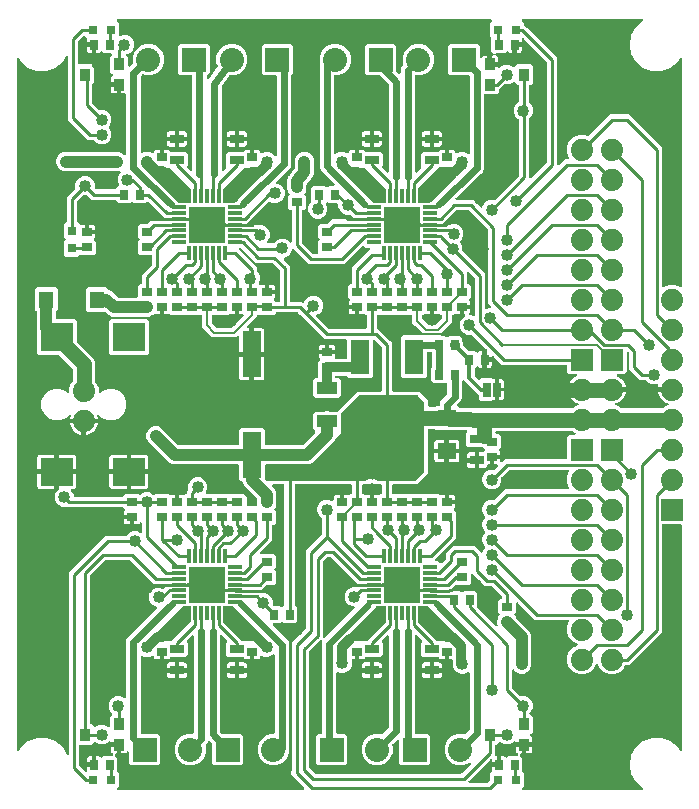
<source format=gbr>
G04 EAGLE Gerber RS-274X export*
G75*
%MOMM*%
%FSLAX34Y34*%
%LPD*%
%INTop Copper*%
%IPPOS*%
%AMOC8*
5,1,8,0,0,1.08239X$1,22.5*%
G01*
%ADD10R,1.150000X0.300000*%
%ADD11R,0.300000X1.150000*%
%ADD12R,3.150000X3.150000*%
%ADD13R,0.900000X0.700000*%
%ADD14R,0.700000X0.900000*%
%ADD15R,2.032000X2.032000*%
%ADD16C,2.032000*%
%ADD17R,0.800000X0.800000*%
%ADD18R,1.600000X3.000000*%
%ADD19R,4.826000X5.715000*%
%ADD20R,1.800000X1.000000*%
%ADD21R,1.600000X3.900000*%
%ADD22R,1.270000X1.470000*%
%ADD23R,1.600000X1.400000*%
%ADD24R,1.200000X0.800000*%
%ADD25R,0.900000X1.000000*%
%ADD26R,0.900000X1.100000*%
%ADD27R,1.879600X1.879600*%
%ADD28C,1.879600*%
%ADD29R,0.635000X1.270000*%
%ADD30R,2.800000X2.400000*%
%ADD31C,0.609600*%
%ADD32C,1.270000*%
%ADD33C,0.304800*%
%ADD34C,0.406400*%
%ADD35C,0.254000*%
%ADD36C,0.203200*%
%ADD37C,1.016000*%
%ADD38C,0.812800*%
%ADD39C,1.016000*%
%ADD40C,0.889000*%

G36*
X47595Y33361D02*
X47595Y33361D01*
X47614Y33360D01*
X47733Y33391D01*
X47853Y33418D01*
X47871Y33427D01*
X47889Y33432D01*
X47995Y33495D01*
X48103Y33554D01*
X48117Y33568D01*
X48134Y33578D01*
X48218Y33667D01*
X48305Y33753D01*
X48315Y33771D01*
X48328Y33785D01*
X48384Y33894D01*
X48444Y34001D01*
X48449Y34021D01*
X48458Y34038D01*
X48470Y34111D01*
X48509Y34278D01*
X48507Y34329D01*
X48513Y34369D01*
X48513Y187971D01*
X76664Y216122D01*
X79491Y218949D01*
X96542Y218949D01*
X96629Y218961D01*
X96717Y218964D01*
X96769Y218981D01*
X96824Y218989D01*
X96904Y219024D01*
X96987Y219051D01*
X97026Y219079D01*
X97083Y219105D01*
X97197Y219201D01*
X97260Y219246D01*
X99535Y221521D01*
X102523Y222759D01*
X105757Y222759D01*
X108727Y221528D01*
X108839Y221500D01*
X108948Y221465D01*
X108976Y221464D01*
X109003Y221457D01*
X109117Y221461D01*
X109232Y221458D01*
X109259Y221465D01*
X109287Y221465D01*
X109396Y221501D01*
X109507Y221529D01*
X109531Y221544D01*
X109558Y221552D01*
X109653Y221616D01*
X109752Y221675D01*
X109771Y221695D01*
X109794Y221710D01*
X109868Y221798D01*
X109946Y221882D01*
X109959Y221907D01*
X109977Y221928D01*
X110023Y222033D01*
X110076Y222135D01*
X110080Y222160D01*
X110092Y222188D01*
X110129Y222452D01*
X110131Y222466D01*
X110131Y229412D01*
X110129Y229431D01*
X110131Y229451D01*
X110109Y229572D01*
X110091Y229693D01*
X110083Y229711D01*
X110080Y229731D01*
X110026Y229841D01*
X109975Y229953D01*
X109962Y229968D01*
X109954Y229985D01*
X109871Y230076D01*
X109792Y230170D01*
X109775Y230181D01*
X109762Y230195D01*
X109657Y230259D01*
X109555Y230327D01*
X109536Y230333D01*
X109519Y230344D01*
X109401Y230376D01*
X109284Y230413D01*
X109264Y230414D01*
X109245Y230419D01*
X109123Y230417D01*
X109000Y230421D01*
X108981Y230416D01*
X108961Y230415D01*
X108843Y230380D01*
X108725Y230349D01*
X108708Y230339D01*
X108689Y230333D01*
X108586Y230266D01*
X108480Y230203D01*
X108467Y230189D01*
X108450Y230179D01*
X108404Y230122D01*
X108286Y229996D01*
X108262Y229951D01*
X108237Y229920D01*
X108133Y229740D01*
X107660Y229267D01*
X107081Y228932D01*
X106434Y228759D01*
X103349Y228759D01*
X103349Y234066D01*
X103341Y234124D01*
X103343Y234182D01*
X103321Y234264D01*
X103309Y234347D01*
X103286Y234401D01*
X103271Y234457D01*
X103228Y234530D01*
X103193Y234607D01*
X103155Y234651D01*
X103126Y234702D01*
X103064Y234759D01*
X103010Y234824D01*
X102961Y234856D01*
X102918Y234896D01*
X102843Y234935D01*
X102773Y234981D01*
X102717Y234999D01*
X102665Y235026D01*
X102597Y235037D01*
X102502Y235067D01*
X102402Y235070D01*
X102334Y235081D01*
X101881Y235081D01*
X101881Y235534D01*
X101873Y235592D01*
X101874Y235650D01*
X101853Y235732D01*
X101841Y235816D01*
X101817Y235869D01*
X101803Y235925D01*
X101759Y235998D01*
X101725Y236075D01*
X101687Y236120D01*
X101657Y236170D01*
X101596Y236228D01*
X101541Y236292D01*
X101493Y236324D01*
X101450Y236364D01*
X101375Y236403D01*
X101305Y236450D01*
X101249Y236467D01*
X101197Y236494D01*
X101129Y236505D01*
X101034Y236535D01*
X100934Y236538D01*
X100866Y236549D01*
X94559Y236549D01*
X94559Y238634D01*
X94732Y239281D01*
X95067Y239860D01*
X95430Y240223D01*
X95465Y240270D01*
X95507Y240310D01*
X95550Y240383D01*
X95601Y240450D01*
X95621Y240505D01*
X95651Y240555D01*
X95672Y240637D01*
X95702Y240716D01*
X95707Y240774D01*
X95721Y240831D01*
X95718Y240915D01*
X95725Y240999D01*
X95714Y241056D01*
X95712Y241115D01*
X95686Y241195D01*
X95670Y241278D01*
X95643Y241330D01*
X95625Y241385D01*
X95585Y241442D01*
X95539Y241530D01*
X95470Y241603D01*
X95430Y241659D01*
X93905Y243184D01*
X93835Y243236D01*
X93771Y243296D01*
X93721Y243322D01*
X93677Y243355D01*
X93596Y243386D01*
X93518Y243426D01*
X93470Y243434D01*
X93412Y243456D01*
X93264Y243468D01*
X93187Y243481D01*
X42683Y243481D01*
X39695Y244719D01*
X37409Y247005D01*
X36171Y249993D01*
X36171Y253227D01*
X37409Y256215D01*
X39834Y258640D01*
X39886Y258709D01*
X39946Y258773D01*
X39972Y258823D01*
X40005Y258867D01*
X40036Y258948D01*
X40076Y259026D01*
X40084Y259074D01*
X40106Y259132D01*
X40118Y259280D01*
X40131Y259357D01*
X40131Y271169D01*
X54641Y271169D01*
X54641Y260866D01*
X54468Y260219D01*
X54133Y259640D01*
X53660Y259167D01*
X53081Y258832D01*
X52434Y258659D01*
X51198Y258659D01*
X51168Y258655D01*
X51139Y258658D01*
X51028Y258635D01*
X50916Y258619D01*
X50889Y258607D01*
X50860Y258602D01*
X50760Y258549D01*
X50657Y258503D01*
X50634Y258484D01*
X50608Y258471D01*
X50526Y258393D01*
X50440Y258320D01*
X50423Y258295D01*
X50402Y258275D01*
X50345Y258177D01*
X50282Y258083D01*
X50273Y258055D01*
X50258Y258030D01*
X50230Y257920D01*
X50196Y257812D01*
X50195Y257782D01*
X50188Y257754D01*
X50192Y257641D01*
X50189Y257528D01*
X50196Y257499D01*
X50197Y257470D01*
X50232Y257362D01*
X50261Y257253D01*
X50276Y257227D01*
X50285Y257199D01*
X50330Y257135D01*
X50406Y257008D01*
X50452Y256965D01*
X50480Y256926D01*
X51191Y256215D01*
X52429Y253227D01*
X52429Y253134D01*
X52437Y253076D01*
X52435Y253018D01*
X52457Y252936D01*
X52469Y252852D01*
X52492Y252799D01*
X52507Y252743D01*
X52550Y252670D01*
X52585Y252593D01*
X52623Y252548D01*
X52652Y252498D01*
X52714Y252440D01*
X52768Y252376D01*
X52817Y252344D01*
X52860Y252304D01*
X52935Y252265D01*
X53005Y252218D01*
X53061Y252201D01*
X53113Y252174D01*
X53181Y252163D01*
X53276Y252133D01*
X53376Y252130D01*
X53444Y252119D01*
X93187Y252119D01*
X93273Y252131D01*
X93361Y252134D01*
X93413Y252151D01*
X93468Y252159D01*
X93548Y252194D01*
X93631Y252221D01*
X93670Y252249D01*
X93728Y252275D01*
X93841Y252371D01*
X93905Y252416D01*
X95837Y254349D01*
X107363Y254349D01*
X107715Y253997D01*
X107762Y253961D01*
X107802Y253919D01*
X107875Y253876D01*
X107942Y253826D01*
X107997Y253805D01*
X108047Y253775D01*
X108129Y253754D01*
X108208Y253724D01*
X108266Y253720D01*
X108323Y253705D01*
X108407Y253708D01*
X108491Y253701D01*
X108548Y253712D01*
X108607Y253714D01*
X108687Y253740D01*
X108770Y253757D01*
X108822Y253784D01*
X108877Y253802D01*
X108934Y253842D01*
X109022Y253888D01*
X109095Y253956D01*
X109151Y253997D01*
X109695Y254541D01*
X112683Y255779D01*
X115917Y255779D01*
X118905Y254541D01*
X119449Y253997D01*
X119496Y253961D01*
X119536Y253919D01*
X119609Y253876D01*
X119676Y253826D01*
X119731Y253805D01*
X119782Y253775D01*
X119863Y253754D01*
X119942Y253724D01*
X120000Y253720D01*
X120057Y253705D01*
X120141Y253708D01*
X120225Y253701D01*
X120283Y253712D01*
X120341Y253714D01*
X120421Y253740D01*
X120504Y253757D01*
X120556Y253784D01*
X120612Y253802D01*
X120668Y253842D01*
X120756Y253888D01*
X120829Y253956D01*
X120885Y253997D01*
X121237Y254349D01*
X132763Y254349D01*
X133193Y253918D01*
X133256Y253871D01*
X133311Y253817D01*
X133369Y253786D01*
X133421Y253747D01*
X133493Y253720D01*
X133562Y253683D01*
X133625Y253669D01*
X133686Y253646D01*
X133764Y253640D01*
X133840Y253623D01*
X133895Y253629D01*
X133969Y253623D01*
X134096Y253648D01*
X134174Y253655D01*
X134866Y253841D01*
X137951Y253841D01*
X137951Y248534D01*
X137959Y248476D01*
X137957Y248418D01*
X137979Y248336D01*
X137991Y248253D01*
X138014Y248199D01*
X138029Y248143D01*
X138072Y248070D01*
X138107Y247993D01*
X138145Y247949D01*
X138174Y247898D01*
X138236Y247841D01*
X138290Y247776D01*
X138339Y247744D01*
X138382Y247704D01*
X138457Y247665D01*
X138527Y247619D01*
X138583Y247601D01*
X138635Y247574D01*
X138703Y247563D01*
X138798Y247533D01*
X138898Y247530D01*
X138966Y247519D01*
X140434Y247519D01*
X140492Y247527D01*
X140550Y247526D01*
X140632Y247547D01*
X140716Y247559D01*
X140769Y247583D01*
X140825Y247597D01*
X140898Y247641D01*
X140975Y247675D01*
X141020Y247713D01*
X141070Y247743D01*
X141128Y247804D01*
X141192Y247859D01*
X141224Y247907D01*
X141264Y247950D01*
X141303Y248025D01*
X141350Y248095D01*
X141367Y248151D01*
X141394Y248203D01*
X141405Y248271D01*
X141435Y248366D01*
X141438Y248466D01*
X141449Y248534D01*
X141449Y253841D01*
X144534Y253841D01*
X145226Y253655D01*
X145303Y253646D01*
X145379Y253627D01*
X145444Y253629D01*
X145508Y253621D01*
X145585Y253633D01*
X145663Y253636D01*
X145725Y253656D01*
X145789Y253666D01*
X145859Y253699D01*
X145933Y253723D01*
X145979Y253756D01*
X146046Y253787D01*
X146143Y253873D01*
X146207Y253918D01*
X146637Y254349D01*
X147066Y254349D01*
X147124Y254357D01*
X147182Y254355D01*
X147264Y254377D01*
X147348Y254389D01*
X147401Y254412D01*
X147457Y254427D01*
X147530Y254470D01*
X147607Y254505D01*
X147652Y254543D01*
X147702Y254572D01*
X147760Y254634D01*
X147824Y254688D01*
X147856Y254737D01*
X147896Y254780D01*
X147935Y254855D01*
X147982Y254925D01*
X147999Y254981D01*
X148026Y255033D01*
X148037Y255101D01*
X148067Y255196D01*
X148070Y255296D01*
X148081Y255364D01*
X148081Y257059D01*
X149054Y258031D01*
X149106Y258101D01*
X149166Y258165D01*
X149192Y258214D01*
X149225Y258259D01*
X149256Y258340D01*
X149296Y258418D01*
X149304Y258466D01*
X149326Y258524D01*
X149338Y258672D01*
X149351Y258749D01*
X149351Y261967D01*
X150589Y264955D01*
X152875Y267241D01*
X155863Y268479D01*
X159097Y268479D01*
X162085Y267241D01*
X164371Y264955D01*
X165609Y261967D01*
X165609Y258733D01*
X164374Y255753D01*
X164345Y255641D01*
X164311Y255532D01*
X164310Y255504D01*
X164303Y255477D01*
X164306Y255363D01*
X164304Y255248D01*
X164311Y255221D01*
X164311Y255193D01*
X164346Y255084D01*
X164375Y254973D01*
X164389Y254949D01*
X164398Y254922D01*
X164462Y254827D01*
X164521Y254728D01*
X164541Y254709D01*
X164556Y254686D01*
X164644Y254612D01*
X164728Y254534D01*
X164753Y254521D01*
X164774Y254503D01*
X164879Y254457D01*
X164981Y254404D01*
X165006Y254400D01*
X165034Y254388D01*
X165297Y254351D01*
X165312Y254349D01*
X170906Y254349D01*
X170959Y254309D01*
X171014Y254288D01*
X171064Y254258D01*
X171146Y254237D01*
X171225Y254207D01*
X171283Y254202D01*
X171340Y254188D01*
X171424Y254191D01*
X171508Y254184D01*
X171566Y254195D01*
X171624Y254197D01*
X171704Y254223D01*
X171787Y254240D01*
X171839Y254267D01*
X171895Y254285D01*
X171951Y254325D01*
X171997Y254349D01*
X183606Y254349D01*
X183659Y254309D01*
X183714Y254288D01*
X183764Y254258D01*
X183846Y254237D01*
X183925Y254207D01*
X183983Y254202D01*
X184040Y254188D01*
X184124Y254191D01*
X184208Y254184D01*
X184266Y254195D01*
X184324Y254197D01*
X184404Y254223D01*
X184487Y254240D01*
X184539Y254267D01*
X184595Y254285D01*
X184651Y254325D01*
X184697Y254349D01*
X196263Y254349D01*
X196693Y253918D01*
X196756Y253871D01*
X196811Y253817D01*
X196869Y253786D01*
X196921Y253747D01*
X196993Y253720D01*
X197062Y253683D01*
X197125Y253669D01*
X197186Y253646D01*
X197264Y253640D01*
X197340Y253623D01*
X197395Y253629D01*
X197469Y253623D01*
X197596Y253648D01*
X197674Y253655D01*
X198366Y253841D01*
X201451Y253841D01*
X201451Y248534D01*
X201459Y248476D01*
X201457Y248418D01*
X201479Y248336D01*
X201491Y248253D01*
X201514Y248199D01*
X201529Y248143D01*
X201572Y248070D01*
X201607Y247993D01*
X201645Y247949D01*
X201674Y247898D01*
X201736Y247841D01*
X201790Y247776D01*
X201839Y247744D01*
X201882Y247704D01*
X201957Y247665D01*
X202027Y247619D01*
X202083Y247601D01*
X202135Y247574D01*
X202203Y247563D01*
X202298Y247533D01*
X202398Y247530D01*
X202466Y247519D01*
X203934Y247519D01*
X203992Y247527D01*
X204050Y247526D01*
X204132Y247547D01*
X204216Y247559D01*
X204269Y247583D01*
X204325Y247597D01*
X204398Y247641D01*
X204475Y247675D01*
X204520Y247713D01*
X204570Y247743D01*
X204628Y247804D01*
X204692Y247859D01*
X204724Y247907D01*
X204764Y247950D01*
X204803Y248025D01*
X204850Y248095D01*
X204867Y248151D01*
X204894Y248203D01*
X204905Y248271D01*
X204935Y248366D01*
X204938Y248466D01*
X204949Y248534D01*
X204949Y253034D01*
X204937Y253121D01*
X204934Y253208D01*
X204917Y253261D01*
X204909Y253316D01*
X204874Y253396D01*
X204847Y253479D01*
X204819Y253518D01*
X204793Y253575D01*
X204697Y253688D01*
X204652Y253752D01*
X203184Y255220D01*
X203160Y255238D01*
X203141Y255260D01*
X203047Y255323D01*
X202969Y255382D01*
X202904Y255492D01*
X202858Y255535D01*
X202830Y255574D01*
X198738Y259666D01*
X196309Y262095D01*
X195303Y264525D01*
X195302Y264526D01*
X195301Y264527D01*
X195230Y264648D01*
X195158Y264769D01*
X195157Y264770D01*
X195156Y264772D01*
X195052Y264869D01*
X194951Y264965D01*
X194950Y264965D01*
X194949Y264966D01*
X194823Y265031D01*
X194699Y265095D01*
X194697Y265095D01*
X194696Y265096D01*
X194681Y265098D01*
X194420Y265150D01*
X194389Y265147D01*
X194365Y265151D01*
X193937Y265151D01*
X192151Y266937D01*
X192151Y278556D01*
X192143Y278614D01*
X192145Y278672D01*
X192123Y278754D01*
X192111Y278838D01*
X192088Y278891D01*
X192073Y278947D01*
X192030Y279020D01*
X191995Y279097D01*
X191957Y279142D01*
X191928Y279192D01*
X191866Y279250D01*
X191812Y279314D01*
X191763Y279346D01*
X191720Y279386D01*
X191645Y279425D01*
X191575Y279472D01*
X191519Y279489D01*
X191467Y279516D01*
X191399Y279527D01*
X191304Y279557D01*
X191204Y279560D01*
X191136Y279571D01*
X136133Y279571D01*
X133145Y280809D01*
X115029Y298925D01*
X113791Y301913D01*
X113791Y305147D01*
X115029Y308135D01*
X117315Y310421D01*
X120303Y311659D01*
X123537Y311659D01*
X126525Y310421D01*
X140820Y296126D01*
X140889Y296074D01*
X140953Y296014D01*
X141003Y295988D01*
X141047Y295955D01*
X141129Y295924D01*
X141207Y295884D01*
X141254Y295876D01*
X141313Y295854D01*
X141460Y295842D01*
X141538Y295829D01*
X191136Y295829D01*
X191194Y295837D01*
X191252Y295835D01*
X191334Y295857D01*
X191418Y295869D01*
X191471Y295892D01*
X191527Y295907D01*
X191600Y295950D01*
X191677Y295985D01*
X191722Y296023D01*
X191772Y296052D01*
X191830Y296114D01*
X191894Y296168D01*
X191926Y296217D01*
X191966Y296260D01*
X192005Y296335D01*
X192052Y296405D01*
X192069Y296461D01*
X192096Y296513D01*
X192107Y296581D01*
X192137Y296676D01*
X192140Y296776D01*
X192151Y296844D01*
X192151Y308463D01*
X193937Y310249D01*
X212463Y310249D01*
X214249Y308463D01*
X214249Y296844D01*
X214257Y296786D01*
X214255Y296728D01*
X214277Y296646D01*
X214289Y296562D01*
X214312Y296509D01*
X214327Y296453D01*
X214370Y296380D01*
X214405Y296303D01*
X214443Y296258D01*
X214472Y296208D01*
X214534Y296150D01*
X214588Y296086D01*
X214637Y296054D01*
X214680Y296014D01*
X214755Y295975D01*
X214825Y295928D01*
X214881Y295911D01*
X214933Y295884D01*
X215001Y295873D01*
X215096Y295843D01*
X215196Y295840D01*
X215264Y295829D01*
X245812Y295829D01*
X245899Y295841D01*
X245986Y295844D01*
X246039Y295861D01*
X246094Y295869D01*
X246174Y295904D01*
X246257Y295931D01*
X246296Y295959D01*
X246353Y295985D01*
X246466Y296081D01*
X246530Y296126D01*
X256822Y306418D01*
X256840Y306442D01*
X256862Y306461D01*
X256925Y306555D01*
X256993Y306645D01*
X257004Y306673D01*
X257020Y306697D01*
X257054Y306805D01*
X257094Y306911D01*
X257097Y306940D01*
X257106Y306968D01*
X257109Y307082D01*
X257118Y307194D01*
X257112Y307223D01*
X257113Y307252D01*
X257084Y307362D01*
X257062Y307473D01*
X257049Y307499D01*
X257041Y307527D01*
X256983Y307625D01*
X256931Y307725D01*
X256911Y307747D01*
X256896Y307772D01*
X256813Y307849D01*
X256735Y307931D01*
X256710Y307946D01*
X256689Y307966D01*
X256588Y308018D01*
X256546Y308042D01*
X254651Y309937D01*
X254651Y322463D01*
X256437Y324249D01*
X264688Y324249D01*
X264719Y324253D01*
X264749Y324251D01*
X264826Y324268D01*
X264970Y324289D01*
X265028Y324315D01*
X265077Y324326D01*
X265083Y324329D01*
X268317Y324329D01*
X268323Y324326D01*
X268353Y324318D01*
X268381Y324304D01*
X268458Y324291D01*
X268599Y324255D01*
X268663Y324257D01*
X268712Y324249D01*
X275408Y324249D01*
X275494Y324261D01*
X275582Y324264D01*
X275634Y324281D01*
X275689Y324289D01*
X275769Y324324D01*
X275852Y324351D01*
X275892Y324379D01*
X275949Y324405D01*
X276062Y324501D01*
X276126Y324546D01*
X292702Y341123D01*
X312329Y341123D01*
X312389Y341131D01*
X312449Y341130D01*
X312529Y341151D01*
X312610Y341163D01*
X312665Y341187D01*
X312724Y341203D01*
X312795Y341245D01*
X312869Y341279D01*
X312916Y341318D01*
X312968Y341349D01*
X313024Y341409D01*
X313086Y341462D01*
X313120Y341513D01*
X313161Y341557D01*
X313198Y341631D01*
X313244Y341699D01*
X313262Y341757D01*
X313290Y341811D01*
X313301Y341878D01*
X313330Y341970D01*
X313332Y342073D01*
X313344Y342142D01*
X313191Y378786D01*
X313178Y378870D01*
X313175Y378955D01*
X313158Y379010D01*
X313150Y379067D01*
X313114Y379145D01*
X313088Y379226D01*
X313059Y379267D01*
X313032Y379326D01*
X312939Y379435D01*
X312893Y379499D01*
X307482Y384911D01*
X307458Y384928D01*
X307439Y384951D01*
X307345Y385013D01*
X307255Y385081D01*
X307227Y385092D01*
X307203Y385108D01*
X307095Y385142D01*
X306989Y385183D01*
X306960Y385185D01*
X306932Y385194D01*
X306818Y385197D01*
X306706Y385206D01*
X306677Y385200D01*
X306648Y385201D01*
X306538Y385173D01*
X306427Y385150D01*
X306401Y385137D01*
X306373Y385129D01*
X306275Y385072D01*
X306175Y385019D01*
X306153Y384999D01*
X306128Y384984D01*
X306051Y384902D01*
X305969Y384824D01*
X305954Y384798D01*
X305934Y384777D01*
X305882Y384676D01*
X305825Y384578D01*
X305818Y384550D01*
X305804Y384524D01*
X305791Y384446D01*
X305755Y384303D01*
X305757Y384240D01*
X305749Y384193D01*
X305749Y354337D01*
X303963Y352551D01*
X285437Y352551D01*
X283652Y354336D01*
X283542Y354419D01*
X283432Y354503D01*
X283428Y354505D01*
X283425Y354507D01*
X283296Y354556D01*
X283168Y354606D01*
X283164Y354607D01*
X283159Y354608D01*
X282876Y354632D01*
X282853Y354627D01*
X282833Y354629D01*
X282364Y354581D01*
X282156Y354644D01*
X281875Y354687D01*
X281868Y354686D01*
X281863Y354687D01*
X274828Y354687D01*
X274770Y354679D01*
X274712Y354681D01*
X274630Y354659D01*
X274546Y354647D01*
X274493Y354624D01*
X274437Y354609D01*
X274364Y354566D01*
X274287Y354531D01*
X274242Y354493D01*
X274192Y354464D01*
X274134Y354402D01*
X274070Y354348D01*
X274038Y354299D01*
X273998Y354256D01*
X273959Y354181D01*
X273912Y354111D01*
X273895Y354055D01*
X273868Y354003D01*
X273857Y353935D01*
X273827Y353840D01*
X273824Y353740D01*
X273813Y353672D01*
X273813Y353264D01*
X273820Y353213D01*
X273819Y353194D01*
X273821Y353190D01*
X273819Y353148D01*
X273841Y353066D01*
X273853Y352982D01*
X273876Y352929D01*
X273891Y352873D01*
X273934Y352800D01*
X273969Y352723D01*
X274007Y352678D01*
X274036Y352628D01*
X274098Y352570D01*
X274152Y352506D01*
X274201Y352474D01*
X274244Y352434D01*
X274319Y352395D01*
X274389Y352348D01*
X274445Y352331D01*
X274497Y352304D01*
X274565Y352293D01*
X274660Y352263D01*
X274760Y352260D01*
X274828Y352249D01*
X276963Y352249D01*
X278749Y350463D01*
X278749Y337937D01*
X276963Y336151D01*
X256437Y336151D01*
X254651Y337937D01*
X254651Y350463D01*
X256437Y352249D01*
X258572Y352249D01*
X258630Y352257D01*
X258688Y352255D01*
X258770Y352277D01*
X258854Y352289D01*
X258907Y352312D01*
X258963Y352327D01*
X259036Y352370D01*
X259113Y352405D01*
X259158Y352443D01*
X259208Y352472D01*
X259266Y352534D01*
X259330Y352588D01*
X259362Y352637D01*
X259402Y352680D01*
X259441Y352755D01*
X259488Y352825D01*
X259505Y352881D01*
X259532Y352933D01*
X259543Y353001D01*
X259573Y353096D01*
X259576Y353196D01*
X259587Y353264D01*
X259587Y356181D01*
X259575Y356267D01*
X259572Y356355D01*
X259555Y356407D01*
X259547Y356462D01*
X259512Y356542D01*
X259485Y356625D01*
X259457Y356665D01*
X259431Y356722D01*
X259335Y356835D01*
X259290Y356899D01*
X259151Y357037D01*
X259151Y366563D01*
X260530Y367941D01*
X260565Y367988D01*
X260607Y368028D01*
X260650Y368101D01*
X260701Y368168D01*
X260722Y368223D01*
X260751Y368274D01*
X260772Y368355D01*
X260802Y368434D01*
X260807Y368493D01*
X260821Y368549D01*
X260818Y368633D01*
X260825Y368717D01*
X260814Y368775D01*
X260812Y368833D01*
X260786Y368913D01*
X260770Y368996D01*
X260743Y369048D01*
X260725Y369104D01*
X260685Y369160D01*
X260639Y369249D01*
X260570Y369321D01*
X260530Y369377D01*
X260167Y369740D01*
X259832Y370319D01*
X259659Y370966D01*
X259659Y373051D01*
X265966Y373051D01*
X266024Y373059D01*
X266082Y373057D01*
X266164Y373079D01*
X266247Y373091D01*
X266301Y373114D01*
X266357Y373129D01*
X266430Y373172D01*
X266507Y373207D01*
X266551Y373245D01*
X266602Y373274D01*
X266659Y373336D01*
X266703Y373373D01*
X266704Y373372D01*
X266759Y373308D01*
X266807Y373276D01*
X266850Y373236D01*
X266925Y373197D01*
X266995Y373150D01*
X267051Y373133D01*
X267103Y373106D01*
X267171Y373095D01*
X267266Y373065D01*
X267366Y373062D01*
X267434Y373051D01*
X273741Y373051D01*
X273741Y370966D01*
X273533Y370191D01*
X273527Y370142D01*
X273512Y370096D01*
X273510Y370002D01*
X273499Y369909D01*
X273506Y369860D01*
X273505Y369812D01*
X273529Y369721D01*
X273544Y369628D01*
X273565Y369584D01*
X273577Y369537D01*
X273625Y369456D01*
X273665Y369371D01*
X273697Y369334D01*
X273722Y369292D01*
X273791Y369228D01*
X273853Y369157D01*
X273894Y369131D01*
X273930Y369098D01*
X274013Y369055D01*
X274092Y369004D01*
X274139Y368990D01*
X274183Y368968D01*
X274256Y368956D01*
X274365Y368924D01*
X274452Y368923D01*
X274514Y368913D01*
X282636Y368913D01*
X282694Y368921D01*
X282752Y368919D01*
X282834Y368941D01*
X282918Y368953D01*
X282971Y368976D01*
X283027Y368991D01*
X283100Y369034D01*
X283177Y369069D01*
X283222Y369107D01*
X283272Y369136D01*
X283330Y369198D01*
X283394Y369252D01*
X283426Y369301D01*
X283466Y369344D01*
X283505Y369419D01*
X283552Y369489D01*
X283569Y369545D01*
X283596Y369597D01*
X283607Y369665D01*
X283637Y369760D01*
X283640Y369860D01*
X283651Y369928D01*
X283651Y384556D01*
X283643Y384614D01*
X283645Y384672D01*
X283623Y384754D01*
X283611Y384838D01*
X283588Y384891D01*
X283573Y384947D01*
X283530Y385020D01*
X283495Y385097D01*
X283457Y385142D01*
X283428Y385192D01*
X283366Y385250D01*
X283312Y385314D01*
X283263Y385346D01*
X283220Y385386D01*
X283145Y385425D01*
X283075Y385472D01*
X283019Y385489D01*
X282967Y385516D01*
X282899Y385527D01*
X282804Y385557D01*
X282704Y385560D01*
X282636Y385571D01*
X264911Y385571D01*
X262084Y388398D01*
X247429Y403054D01*
X247428Y403054D01*
X244304Y406178D01*
X242498Y407984D01*
X242429Y408036D01*
X242365Y408096D01*
X242315Y408122D01*
X242271Y408155D01*
X242190Y408186D01*
X242112Y408226D01*
X242064Y408234D01*
X242006Y408256D01*
X241858Y408268D01*
X241781Y408281D01*
X224313Y408281D01*
X224227Y408269D01*
X224139Y408266D01*
X224087Y408249D01*
X224032Y408241D01*
X223952Y408206D01*
X223869Y408179D01*
X223830Y408151D01*
X223772Y408125D01*
X223659Y408029D01*
X223595Y407984D01*
X221663Y406051D01*
X210094Y406051D01*
X210041Y406091D01*
X209986Y406112D01*
X209936Y406142D01*
X209854Y406163D01*
X209775Y406193D01*
X209717Y406198D01*
X209660Y406212D01*
X209576Y406209D01*
X209492Y406216D01*
X209434Y406205D01*
X209376Y406203D01*
X209296Y406177D01*
X209213Y406160D01*
X209161Y406133D01*
X209105Y406115D01*
X209049Y406075D01*
X209003Y406051D01*
X208280Y406051D01*
X208222Y406043D01*
X208164Y406045D01*
X208082Y406023D01*
X207998Y406011D01*
X207945Y405988D01*
X207889Y405973D01*
X207816Y405930D01*
X207739Y405895D01*
X207694Y405857D01*
X207644Y405828D01*
X207586Y405766D01*
X207522Y405712D01*
X207490Y405663D01*
X207450Y405620D01*
X207411Y405545D01*
X207364Y405475D01*
X207347Y405419D01*
X207320Y405367D01*
X207309Y405299D01*
X207279Y405204D01*
X207276Y405104D01*
X207265Y405036D01*
X207265Y404716D01*
X199022Y396474D01*
X199005Y396450D01*
X198982Y396431D01*
X198919Y396337D01*
X198851Y396247D01*
X198841Y396219D01*
X198825Y396195D01*
X198790Y396087D01*
X198750Y395981D01*
X198748Y395952D01*
X198739Y395924D01*
X198736Y395810D01*
X198727Y395698D01*
X198732Y395669D01*
X198732Y395640D01*
X198760Y395530D01*
X198782Y395419D01*
X198796Y395393D01*
X198803Y395365D01*
X198861Y395267D01*
X198913Y395167D01*
X198934Y395145D01*
X198949Y395120D01*
X199031Y395043D01*
X199109Y394961D01*
X199135Y394946D01*
X199156Y394926D01*
X199257Y394874D01*
X199355Y394817D01*
X199383Y394810D01*
X199409Y394796D01*
X199486Y394783D01*
X199630Y394747D01*
X199693Y394749D01*
X199740Y394741D01*
X201169Y394741D01*
X201169Y374731D01*
X192659Y374731D01*
X192659Y387660D01*
X192655Y387689D01*
X192658Y387718D01*
X192635Y387829D01*
X192619Y387941D01*
X192607Y387968D01*
X192602Y387997D01*
X192549Y388098D01*
X192503Y388201D01*
X192484Y388223D01*
X192471Y388249D01*
X192393Y388331D01*
X192320Y388418D01*
X192295Y388434D01*
X192275Y388455D01*
X192177Y388512D01*
X192083Y388575D01*
X192055Y388584D01*
X192030Y388599D01*
X191920Y388627D01*
X191812Y388661D01*
X191782Y388662D01*
X191754Y388669D01*
X191641Y388666D01*
X191528Y388668D01*
X191499Y388661D01*
X191470Y388660D01*
X191362Y388625D01*
X191253Y388597D01*
X191227Y388582D01*
X191199Y388573D01*
X191135Y388527D01*
X191008Y388451D01*
X190965Y388406D01*
X190926Y388378D01*
X189644Y387095D01*
X169766Y387095D01*
X161035Y395826D01*
X161035Y405036D01*
X161027Y405094D01*
X161029Y405152D01*
X161007Y405234D01*
X160995Y405318D01*
X160972Y405371D01*
X160957Y405427D01*
X160914Y405500D01*
X160879Y405577D01*
X160841Y405622D01*
X160812Y405672D01*
X160750Y405730D01*
X160696Y405794D01*
X160647Y405826D01*
X160604Y405866D01*
X160529Y405905D01*
X160459Y405952D01*
X160403Y405969D01*
X160351Y405996D01*
X160283Y406007D01*
X160188Y406037D01*
X160088Y406040D01*
X160020Y406051D01*
X159294Y406051D01*
X159241Y406091D01*
X159186Y406112D01*
X159136Y406142D01*
X159054Y406163D01*
X158975Y406193D01*
X158917Y406198D01*
X158860Y406212D01*
X158776Y406209D01*
X158692Y406216D01*
X158634Y406205D01*
X158576Y406203D01*
X158496Y406177D01*
X158413Y406160D01*
X158361Y406133D01*
X158305Y406115D01*
X158249Y406075D01*
X158203Y406051D01*
X146594Y406051D01*
X146541Y406091D01*
X146486Y406112D01*
X146436Y406142D01*
X146354Y406163D01*
X146275Y406193D01*
X146217Y406198D01*
X146160Y406212D01*
X146076Y406209D01*
X145992Y406216D01*
X145934Y406205D01*
X145876Y406203D01*
X145796Y406177D01*
X145713Y406160D01*
X145661Y406133D01*
X145605Y406115D01*
X145549Y406075D01*
X145503Y406051D01*
X133937Y406051D01*
X133507Y406482D01*
X133444Y406529D01*
X133389Y406583D01*
X133331Y406614D01*
X133279Y406653D01*
X133207Y406680D01*
X133138Y406717D01*
X133075Y406731D01*
X133014Y406754D01*
X132936Y406760D01*
X132860Y406777D01*
X132805Y406771D01*
X132731Y406777D01*
X132604Y406752D01*
X132526Y406745D01*
X131834Y406559D01*
X128749Y406559D01*
X128749Y411866D01*
X128741Y411924D01*
X128743Y411982D01*
X128721Y412064D01*
X128709Y412147D01*
X128686Y412201D01*
X128671Y412257D01*
X128628Y412330D01*
X128593Y412407D01*
X128555Y412451D01*
X128526Y412502D01*
X128464Y412559D01*
X128410Y412624D01*
X128361Y412656D01*
X128318Y412696D01*
X128243Y412735D01*
X128173Y412781D01*
X128117Y412799D01*
X128065Y412826D01*
X127997Y412837D01*
X127902Y412867D01*
X127802Y412870D01*
X127734Y412881D01*
X126266Y412881D01*
X126208Y412873D01*
X126150Y412874D01*
X126068Y412853D01*
X125984Y412841D01*
X125931Y412817D01*
X125875Y412803D01*
X125802Y412759D01*
X125725Y412725D01*
X125680Y412687D01*
X125630Y412657D01*
X125572Y412596D01*
X125508Y412541D01*
X125476Y412493D01*
X125436Y412450D01*
X125397Y412375D01*
X125350Y412305D01*
X125333Y412249D01*
X125306Y412197D01*
X125295Y412129D01*
X125265Y412034D01*
X125262Y411934D01*
X125251Y411866D01*
X125251Y406559D01*
X122166Y406559D01*
X121474Y406745D01*
X121397Y406754D01*
X121321Y406773D01*
X121256Y406771D01*
X121192Y406779D01*
X121115Y406767D01*
X121037Y406764D01*
X120975Y406744D01*
X120911Y406734D01*
X120841Y406701D01*
X120767Y406677D01*
X120721Y406644D01*
X120654Y406613D01*
X120557Y406527D01*
X120493Y406482D01*
X120063Y406051D01*
X119668Y406051D01*
X119581Y406039D01*
X119494Y406036D01*
X119441Y406019D01*
X119386Y406011D01*
X119306Y405976D01*
X119223Y405949D01*
X119184Y405921D01*
X119127Y405895D01*
X119013Y405799D01*
X118950Y405754D01*
X118905Y405709D01*
X115917Y404471D01*
X84893Y404471D01*
X81905Y405709D01*
X79210Y408404D01*
X79141Y408456D01*
X79077Y408516D01*
X79027Y408542D01*
X78983Y408575D01*
X78901Y408606D01*
X78823Y408646D01*
X78776Y408654D01*
X78717Y408676D01*
X78570Y408688D01*
X78492Y408701D01*
X64687Y408701D01*
X62901Y410487D01*
X62901Y427713D01*
X64687Y429499D01*
X79913Y429499D01*
X81726Y427686D01*
X81739Y427596D01*
X81739Y427594D01*
X81739Y427593D01*
X81798Y427464D01*
X81855Y427336D01*
X81856Y427335D01*
X81857Y427334D01*
X81948Y427227D01*
X82038Y427119D01*
X82040Y427119D01*
X82041Y427117D01*
X82054Y427109D01*
X82275Y426962D01*
X82304Y426953D01*
X82325Y426939D01*
X84615Y425991D01*
X89580Y421026D01*
X89649Y420974D01*
X89713Y420914D01*
X89763Y420888D01*
X89807Y420855D01*
X89889Y420824D01*
X89967Y420784D01*
X90014Y420776D01*
X90073Y420754D01*
X90220Y420742D01*
X90298Y420729D01*
X105736Y420729D01*
X105794Y420737D01*
X105852Y420735D01*
X105934Y420757D01*
X106018Y420769D01*
X106071Y420792D01*
X106127Y420807D01*
X106200Y420850D01*
X106277Y420885D01*
X106322Y420923D01*
X106372Y420952D01*
X106430Y421014D01*
X106494Y421068D01*
X106526Y421117D01*
X106566Y421160D01*
X106605Y421235D01*
X106652Y421305D01*
X106669Y421361D01*
X106696Y421413D01*
X106707Y421481D01*
X106737Y421576D01*
X106740Y421676D01*
X106751Y421744D01*
X106751Y430363D01*
X108537Y432149D01*
X108966Y432149D01*
X109024Y432157D01*
X109082Y432155D01*
X109164Y432177D01*
X109248Y432189D01*
X109301Y432212D01*
X109357Y432227D01*
X109430Y432270D01*
X109507Y432305D01*
X109552Y432343D01*
X109602Y432372D01*
X109660Y432434D01*
X109724Y432488D01*
X109756Y432537D01*
X109796Y432580D01*
X109835Y432655D01*
X109882Y432725D01*
X109899Y432781D01*
X109926Y432833D01*
X109937Y432901D01*
X109967Y432996D01*
X109970Y433096D01*
X109981Y433164D01*
X109981Y439939D01*
X118574Y448532D01*
X118626Y448601D01*
X118686Y448665D01*
X118712Y448715D01*
X118745Y448759D01*
X118776Y448840D01*
X118816Y448918D01*
X118824Y448966D01*
X118846Y449024D01*
X118858Y449172D01*
X118871Y449249D01*
X118871Y455836D01*
X118863Y455894D01*
X118865Y455952D01*
X118843Y456034D01*
X118831Y456118D01*
X118808Y456171D01*
X118793Y456227D01*
X118750Y456300D01*
X118715Y456377D01*
X118677Y456422D01*
X118648Y456472D01*
X118586Y456530D01*
X118532Y456594D01*
X118483Y456626D01*
X118440Y456666D01*
X118365Y456705D01*
X118295Y456752D01*
X118239Y456769D01*
X118187Y456796D01*
X118119Y456807D01*
X118024Y456837D01*
X117924Y456840D01*
X117856Y456851D01*
X108537Y456851D01*
X106751Y458637D01*
X106751Y468163D01*
X107771Y469182D01*
X107806Y469229D01*
X107848Y469269D01*
X107891Y469342D01*
X107941Y469409D01*
X107962Y469464D01*
X107992Y469514D01*
X108013Y469596D01*
X108043Y469675D01*
X108048Y469733D01*
X108062Y469790D01*
X108059Y469874D01*
X108066Y469958D01*
X108055Y470016D01*
X108053Y470074D01*
X108027Y470154D01*
X108010Y470237D01*
X107983Y470289D01*
X107965Y470345D01*
X107925Y470401D01*
X107879Y470489D01*
X107811Y470562D01*
X107771Y470618D01*
X106751Y471637D01*
X106751Y481163D01*
X108537Y482949D01*
X114321Y482949D01*
X114407Y482961D01*
X114495Y482964D01*
X114547Y482981D01*
X114602Y482989D01*
X114682Y483024D01*
X114765Y483051D01*
X114804Y483079D01*
X114861Y483105D01*
X114975Y483201D01*
X115038Y483246D01*
X118711Y486919D01*
X128093Y486919D01*
X128122Y486923D01*
X128151Y486920D01*
X128262Y486943D01*
X128374Y486959D01*
X128401Y486971D01*
X128430Y486976D01*
X128530Y487028D01*
X128634Y487075D01*
X128656Y487094D01*
X128682Y487107D01*
X128764Y487185D01*
X128851Y487258D01*
X128867Y487283D01*
X128888Y487303D01*
X128945Y487401D01*
X129008Y487495D01*
X129017Y487523D01*
X129032Y487548D01*
X129060Y487658D01*
X129094Y487766D01*
X129095Y487796D01*
X129102Y487824D01*
X129098Y487937D01*
X129101Y488050D01*
X129094Y488079D01*
X129093Y488108D01*
X129058Y488216D01*
X129029Y488325D01*
X129014Y488351D01*
X129005Y488379D01*
X128960Y488442D01*
X128884Y488570D01*
X128838Y488613D01*
X128811Y488652D01*
X115655Y501808D01*
X115608Y501843D01*
X115568Y501885D01*
X115495Y501928D01*
X115428Y501978D01*
X115373Y501999D01*
X115323Y502029D01*
X115241Y502050D01*
X115162Y502080D01*
X115104Y502084D01*
X115047Y502099D01*
X114963Y502096D01*
X114879Y502103D01*
X114821Y502092D01*
X114763Y502090D01*
X114683Y502064D01*
X114600Y502047D01*
X114548Y502020D01*
X114492Y502002D01*
X114436Y501962D01*
X114348Y501916D01*
X114275Y501848D01*
X114219Y501808D01*
X112863Y500451D01*
X103337Y500451D01*
X102318Y501471D01*
X102271Y501506D01*
X102231Y501548D01*
X102158Y501591D01*
X102091Y501641D01*
X102036Y501662D01*
X101986Y501692D01*
X101904Y501713D01*
X101825Y501743D01*
X101767Y501748D01*
X101710Y501762D01*
X101626Y501759D01*
X101542Y501766D01*
X101484Y501755D01*
X101426Y501753D01*
X101346Y501727D01*
X101263Y501710D01*
X101211Y501683D01*
X101155Y501665D01*
X101099Y501625D01*
X101011Y501579D01*
X100938Y501511D01*
X100882Y501471D01*
X99863Y500451D01*
X90337Y500451D01*
X88551Y502237D01*
X88551Y502666D01*
X88543Y502724D01*
X88545Y502782D01*
X88523Y502864D01*
X88511Y502948D01*
X88488Y503001D01*
X88473Y503057D01*
X88430Y503130D01*
X88395Y503207D01*
X88357Y503252D01*
X88328Y503302D01*
X88266Y503360D01*
X88212Y503424D01*
X88163Y503456D01*
X88120Y503496D01*
X88045Y503535D01*
X87975Y503582D01*
X87919Y503599D01*
X87867Y503626D01*
X87799Y503637D01*
X87704Y503667D01*
X87604Y503670D01*
X87536Y503681D01*
X67553Y503681D01*
X64294Y506940D01*
X64225Y506992D01*
X64161Y507052D01*
X64111Y507078D01*
X64067Y507111D01*
X63986Y507142D01*
X63908Y507182D01*
X63860Y507190D01*
X63802Y507212D01*
X63654Y507224D01*
X63577Y507237D01*
X60375Y507237D01*
X60289Y507225D01*
X60201Y507222D01*
X60149Y507205D01*
X60094Y507197D01*
X60014Y507162D01*
X59931Y507135D01*
X59892Y507107D01*
X59835Y507081D01*
X59721Y506985D01*
X59658Y506940D01*
X55416Y502698D01*
X55364Y502629D01*
X55304Y502565D01*
X55278Y502515D01*
X55245Y502471D01*
X55214Y502390D01*
X55174Y502312D01*
X55166Y502264D01*
X55144Y502206D01*
X55132Y502058D01*
X55119Y501981D01*
X55119Y485464D01*
X55127Y485406D01*
X55125Y485348D01*
X55147Y485266D01*
X55159Y485182D01*
X55182Y485129D01*
X55197Y485073D01*
X55240Y485000D01*
X55275Y484923D01*
X55313Y484878D01*
X55342Y484828D01*
X55404Y484770D01*
X55458Y484706D01*
X55507Y484674D01*
X55550Y484634D01*
X55625Y484595D01*
X55695Y484548D01*
X55751Y484531D01*
X55803Y484504D01*
X55871Y484493D01*
X55966Y484463D01*
X56051Y484461D01*
X57782Y482730D01*
X57844Y482683D01*
X57900Y482628D01*
X57957Y482598D01*
X58009Y482559D01*
X58082Y482531D01*
X58151Y482494D01*
X58214Y482481D01*
X58275Y482457D01*
X58352Y482451D01*
X58429Y482435D01*
X58484Y482440D01*
X58558Y482434D01*
X58592Y482441D01*
X61751Y482441D01*
X61751Y477134D01*
X61758Y477082D01*
X61757Y477055D01*
X61758Y477052D01*
X61757Y477018D01*
X61779Y476936D01*
X61791Y476853D01*
X61814Y476799D01*
X61829Y476743D01*
X61872Y476670D01*
X61907Y476593D01*
X61945Y476549D01*
X61974Y476498D01*
X62036Y476441D01*
X62090Y476376D01*
X62139Y476344D01*
X62182Y476304D01*
X62257Y476265D01*
X62327Y476219D01*
X62383Y476201D01*
X62435Y476174D01*
X62503Y476163D01*
X62598Y476133D01*
X62698Y476130D01*
X62766Y476119D01*
X63219Y476119D01*
X63219Y475666D01*
X63227Y475608D01*
X63226Y475550D01*
X63247Y475468D01*
X63259Y475384D01*
X63283Y475331D01*
X63297Y475275D01*
X63341Y475202D01*
X63375Y475125D01*
X63413Y475080D01*
X63443Y475030D01*
X63504Y474972D01*
X63559Y474908D01*
X63607Y474876D01*
X63650Y474836D01*
X63725Y474797D01*
X63795Y474750D01*
X63851Y474733D01*
X63903Y474706D01*
X63971Y474695D01*
X64066Y474665D01*
X64166Y474662D01*
X64234Y474651D01*
X70541Y474651D01*
X70541Y472566D01*
X70368Y471919D01*
X70033Y471340D01*
X69670Y470977D01*
X69635Y470930D01*
X69593Y470890D01*
X69550Y470817D01*
X69499Y470750D01*
X69478Y470695D01*
X69449Y470645D01*
X69428Y470563D01*
X69398Y470484D01*
X69393Y470426D01*
X69379Y470369D01*
X69382Y470285D01*
X69375Y470201D01*
X69386Y470144D01*
X69388Y470085D01*
X69414Y470005D01*
X69430Y469922D01*
X69457Y469870D01*
X69475Y469815D01*
X69515Y469758D01*
X69561Y469670D01*
X69630Y469598D01*
X69670Y469541D01*
X71049Y468163D01*
X71049Y458637D01*
X69263Y456851D01*
X57983Y456851D01*
X57897Y456839D01*
X57809Y456836D01*
X57757Y456819D01*
X57702Y456811D01*
X57622Y456776D01*
X57539Y456749D01*
X57500Y456721D01*
X57442Y456695D01*
X57329Y456599D01*
X57265Y456554D01*
X56063Y455351D01*
X45537Y455351D01*
X43751Y457137D01*
X43751Y467663D01*
X45271Y469182D01*
X45306Y469229D01*
X45348Y469269D01*
X45391Y469342D01*
X45441Y469409D01*
X45462Y469464D01*
X45492Y469514D01*
X45513Y469596D01*
X45543Y469675D01*
X45548Y469733D01*
X45562Y469790D01*
X45559Y469874D01*
X45566Y469958D01*
X45555Y470016D01*
X45553Y470074D01*
X45527Y470154D01*
X45510Y470237D01*
X45483Y470289D01*
X45465Y470345D01*
X45425Y470401D01*
X45379Y470489D01*
X45311Y470562D01*
X45271Y470618D01*
X43751Y472137D01*
X43751Y482663D01*
X45545Y484456D01*
X45582Y484455D01*
X45664Y484477D01*
X45748Y484489D01*
X45801Y484512D01*
X45857Y484527D01*
X45930Y484570D01*
X46007Y484605D01*
X46052Y484643D01*
X46102Y484672D01*
X46160Y484734D01*
X46224Y484788D01*
X46256Y484837D01*
X46296Y484880D01*
X46335Y484955D01*
X46382Y485025D01*
X46399Y485081D01*
X46426Y485133D01*
X46437Y485201D01*
X46467Y485296D01*
X46470Y485396D01*
X46481Y485464D01*
X46481Y505979D01*
X53550Y513048D01*
X53602Y513117D01*
X53662Y513181D01*
X53688Y513231D01*
X53721Y513275D01*
X53752Y513356D01*
X53792Y513434D01*
X53800Y513482D01*
X53822Y513540D01*
X53834Y513688D01*
X53847Y513765D01*
X53847Y516983D01*
X55085Y519971D01*
X57371Y522257D01*
X60359Y523495D01*
X63593Y523495D01*
X66581Y522257D01*
X68867Y519971D01*
X70105Y516983D01*
X70105Y513765D01*
X70117Y513679D01*
X70120Y513591D01*
X70137Y513539D01*
X70145Y513484D01*
X70180Y513404D01*
X70207Y513321D01*
X70235Y513282D01*
X70261Y513225D01*
X70357Y513111D01*
X70363Y513103D01*
X70374Y513084D01*
X70380Y513078D01*
X70402Y513048D01*
X70834Y512616D01*
X70903Y512564D01*
X70967Y512504D01*
X71017Y512478D01*
X71061Y512445D01*
X71142Y512414D01*
X71220Y512374D01*
X71268Y512366D01*
X71326Y512344D01*
X71474Y512332D01*
X71551Y512319D01*
X87536Y512319D01*
X87594Y512327D01*
X87652Y512325D01*
X87734Y512347D01*
X87818Y512359D01*
X87871Y512382D01*
X87927Y512397D01*
X88000Y512440D01*
X88077Y512475D01*
X88122Y512513D01*
X88172Y512542D01*
X88230Y512604D01*
X88294Y512658D01*
X88326Y512707D01*
X88366Y512750D01*
X88405Y512825D01*
X88452Y512895D01*
X88469Y512951D01*
X88496Y513003D01*
X88507Y513071D01*
X88537Y513166D01*
X88540Y513266D01*
X88551Y513334D01*
X88551Y513763D01*
X90415Y515626D01*
X90416Y515628D01*
X90417Y515629D01*
X90505Y515747D01*
X90586Y515854D01*
X90586Y515855D01*
X90587Y515856D01*
X90638Y515990D01*
X90687Y516119D01*
X90687Y516121D01*
X90688Y516122D01*
X90699Y516267D01*
X90710Y516402D01*
X90710Y516404D01*
X90710Y516406D01*
X90707Y516421D01*
X90655Y516681D01*
X90640Y516708D01*
X90635Y516733D01*
X89661Y519083D01*
X89661Y522317D01*
X90899Y525305D01*
X91839Y526245D01*
X91891Y526313D01*
X91950Y526376D01*
X91976Y526426D01*
X92010Y526472D01*
X92041Y526552D01*
X92080Y526629D01*
X92091Y526684D01*
X92111Y526738D01*
X92118Y526823D01*
X92135Y526908D01*
X92130Y526964D01*
X92135Y527021D01*
X92118Y527105D01*
X92110Y527191D01*
X92090Y527244D01*
X92079Y527300D01*
X92039Y527376D01*
X92008Y527456D01*
X91974Y527501D01*
X91948Y527552D01*
X91889Y527614D01*
X91837Y527683D01*
X91791Y527717D01*
X91752Y527758D01*
X91678Y527801D01*
X91609Y527853D01*
X91556Y527873D01*
X91507Y527902D01*
X91424Y527923D01*
X91343Y527953D01*
X91286Y527958D01*
X91231Y527972D01*
X91145Y527969D01*
X91060Y527976D01*
X91012Y527965D01*
X90947Y527963D01*
X90809Y527918D01*
X90733Y527901D01*
X90517Y527811D01*
X44103Y527811D01*
X41115Y529049D01*
X38829Y531335D01*
X37591Y534323D01*
X37591Y537557D01*
X38829Y540545D01*
X41115Y542831D01*
X44103Y544069D01*
X90517Y544069D01*
X93505Y542831D01*
X95040Y541296D01*
X95064Y541278D01*
X95083Y541256D01*
X95177Y541193D01*
X95267Y541125D01*
X95295Y541114D01*
X95319Y541098D01*
X95427Y541064D01*
X95533Y541024D01*
X95562Y541021D01*
X95590Y541012D01*
X95704Y541009D01*
X95816Y541000D01*
X95845Y541006D01*
X95874Y541005D01*
X95984Y541034D01*
X96095Y541056D01*
X96121Y541069D01*
X96149Y541077D01*
X96247Y541134D01*
X96347Y541187D01*
X96369Y541207D01*
X96394Y541222D01*
X96471Y541304D01*
X96553Y541383D01*
X96568Y541408D01*
X96588Y541429D01*
X96640Y541530D01*
X96697Y541628D01*
X96704Y541656D01*
X96718Y541682D01*
X96731Y541760D01*
X96767Y541903D01*
X96765Y541966D01*
X96773Y542014D01*
X96773Y592568D01*
X96766Y592616D01*
X96769Y592665D01*
X96747Y592757D01*
X96733Y592850D01*
X96713Y592894D01*
X96702Y592942D01*
X96656Y593023D01*
X96617Y593109D01*
X96586Y593146D01*
X96561Y593189D01*
X96494Y593254D01*
X96434Y593326D01*
X96393Y593353D01*
X96358Y593387D01*
X96275Y593432D01*
X96197Y593484D01*
X96150Y593498D01*
X96107Y593521D01*
X96015Y593541D01*
X95926Y593569D01*
X95877Y593571D01*
X95829Y593581D01*
X95755Y593574D01*
X95642Y593577D01*
X95575Y593559D01*
X92731Y593559D01*
X92731Y600084D01*
X92724Y600131D01*
X92724Y600133D01*
X92724Y600135D01*
X92723Y600142D01*
X92724Y600200D01*
X92703Y600282D01*
X92691Y600365D01*
X92667Y600419D01*
X92653Y600475D01*
X92610Y600548D01*
X92575Y600625D01*
X92537Y600669D01*
X92507Y600720D01*
X92446Y600777D01*
X92391Y600842D01*
X92343Y600874D01*
X92300Y600914D01*
X92225Y600953D01*
X92155Y600999D01*
X92099Y601017D01*
X92047Y601044D01*
X91979Y601055D01*
X91884Y601085D01*
X91784Y601088D01*
X91716Y601099D01*
X90699Y601099D01*
X90699Y602116D01*
X90692Y602163D01*
X90691Y602174D01*
X90692Y602232D01*
X90671Y602314D01*
X90659Y602397D01*
X90635Y602451D01*
X90621Y602507D01*
X90578Y602580D01*
X90543Y602657D01*
X90505Y602701D01*
X90475Y602752D01*
X90414Y602809D01*
X90359Y602874D01*
X90311Y602906D01*
X90268Y602946D01*
X90193Y602985D01*
X90123Y603031D01*
X90067Y603049D01*
X90015Y603076D01*
X89947Y603087D01*
X89852Y603117D01*
X89752Y603120D01*
X89684Y603131D01*
X83659Y603131D01*
X83659Y606434D01*
X83832Y607081D01*
X84167Y607660D01*
X84640Y608133D01*
X84899Y608282D01*
X84909Y608290D01*
X84918Y608295D01*
X84943Y608316D01*
X84980Y608335D01*
X85049Y608400D01*
X85123Y608458D01*
X85151Y608497D01*
X85186Y608531D01*
X85234Y608612D01*
X85289Y608688D01*
X85306Y608734D01*
X85330Y608776D01*
X85353Y608867D01*
X85385Y608956D01*
X85388Y609004D01*
X85400Y609052D01*
X85397Y609145D01*
X85403Y609239D01*
X85393Y609287D01*
X85391Y609336D01*
X85362Y609425D01*
X85342Y609517D01*
X85319Y609560D01*
X85304Y609606D01*
X85261Y609667D01*
X85206Y609767D01*
X85145Y609828D01*
X85109Y609880D01*
X83151Y611837D01*
X83151Y624363D01*
X84507Y625718D01*
X84517Y625732D01*
X84524Y625737D01*
X84529Y625746D01*
X84547Y625761D01*
X84609Y625855D01*
X84677Y625945D01*
X84688Y625973D01*
X84704Y625997D01*
X84738Y626105D01*
X84779Y626211D01*
X84781Y626240D01*
X84790Y626268D01*
X84793Y626382D01*
X84802Y626494D01*
X84797Y626523D01*
X84797Y626552D01*
X84769Y626662D01*
X84746Y626773D01*
X84733Y626799D01*
X84725Y626827D01*
X84668Y626925D01*
X84615Y627025D01*
X84595Y627047D01*
X84580Y627072D01*
X84498Y627149D01*
X84420Y627231D01*
X84394Y627246D01*
X84373Y627266D01*
X84272Y627318D01*
X84174Y627375D01*
X84146Y627382D01*
X84120Y627396D01*
X84042Y627409D01*
X83899Y627445D01*
X83836Y627443D01*
X83789Y627451D01*
X77937Y627451D01*
X76559Y628830D01*
X76512Y628865D01*
X76472Y628907D01*
X76399Y628950D01*
X76332Y629001D01*
X76277Y629022D01*
X76226Y629051D01*
X76145Y629072D01*
X76066Y629102D01*
X76007Y629107D01*
X75951Y629121D01*
X75867Y629118D01*
X75783Y629125D01*
X75725Y629114D01*
X75667Y629112D01*
X75587Y629086D01*
X75504Y629070D01*
X75452Y629043D01*
X75396Y629025D01*
X75340Y628985D01*
X75251Y628939D01*
X75179Y628870D01*
X75123Y628830D01*
X74760Y628467D01*
X74181Y628132D01*
X73534Y627959D01*
X71449Y627959D01*
X71449Y634266D01*
X71441Y634324D01*
X71443Y634382D01*
X71421Y634464D01*
X71409Y634547D01*
X71386Y634601D01*
X71371Y634657D01*
X71328Y634730D01*
X71293Y634807D01*
X71255Y634851D01*
X71226Y634902D01*
X71164Y634959D01*
X71110Y635024D01*
X71061Y635056D01*
X71018Y635096D01*
X70943Y635135D01*
X70873Y635181D01*
X70817Y635199D01*
X70765Y635226D01*
X70697Y635237D01*
X70602Y635267D01*
X70502Y635270D01*
X70434Y635281D01*
X69981Y635281D01*
X69981Y635734D01*
X69973Y635792D01*
X69974Y635850D01*
X69953Y635932D01*
X69941Y636016D01*
X69917Y636069D01*
X69903Y636125D01*
X69859Y636198D01*
X69825Y636275D01*
X69787Y636320D01*
X69757Y636370D01*
X69696Y636428D01*
X69641Y636492D01*
X69593Y636524D01*
X69550Y636564D01*
X69475Y636603D01*
X69405Y636650D01*
X69349Y636667D01*
X69297Y636694D01*
X69229Y636705D01*
X69134Y636735D01*
X69034Y636738D01*
X68966Y636749D01*
X63659Y636749D01*
X63659Y639880D01*
X63662Y639890D01*
X63660Y639955D01*
X63668Y640019D01*
X63655Y640096D01*
X63653Y640174D01*
X63633Y640236D01*
X63623Y640300D01*
X63589Y640371D01*
X63565Y640445D01*
X63533Y640490D01*
X63501Y640557D01*
X63416Y640655D01*
X63370Y640718D01*
X61811Y642278D01*
X61764Y642313D01*
X61724Y642355D01*
X61651Y642398D01*
X61584Y642448D01*
X61529Y642469D01*
X61479Y642499D01*
X61397Y642520D01*
X61318Y642550D01*
X61260Y642554D01*
X61203Y642569D01*
X61119Y642566D01*
X61035Y642573D01*
X60977Y642562D01*
X60919Y642560D01*
X60839Y642534D01*
X60756Y642517D01*
X60704Y642490D01*
X60648Y642472D01*
X60592Y642432D01*
X60504Y642386D01*
X60431Y642318D01*
X60375Y642278D01*
X56686Y638588D01*
X56634Y638519D01*
X56574Y638455D01*
X56548Y638405D01*
X56515Y638361D01*
X56484Y638280D01*
X56444Y638202D01*
X56436Y638154D01*
X56414Y638096D01*
X56402Y637948D01*
X56389Y637871D01*
X56389Y619164D01*
X56397Y619106D01*
X56395Y619048D01*
X56417Y618966D01*
X56429Y618882D01*
X56452Y618829D01*
X56467Y618773D01*
X56510Y618700D01*
X56545Y618623D01*
X56583Y618578D01*
X56612Y618528D01*
X56674Y618470D01*
X56728Y618406D01*
X56777Y618374D01*
X56820Y618334D01*
X56895Y618295D01*
X56965Y618248D01*
X57021Y618231D01*
X57073Y618204D01*
X57141Y618193D01*
X57236Y618163D01*
X57336Y618160D01*
X57404Y618149D01*
X67463Y618149D01*
X69249Y616363D01*
X69249Y602837D01*
X68116Y601705D01*
X68064Y601635D01*
X68004Y601571D01*
X67978Y601522D01*
X67945Y601477D01*
X67914Y601396D01*
X67874Y601318D01*
X67866Y601270D01*
X67844Y601212D01*
X67832Y601064D01*
X67819Y600987D01*
X67819Y586409D01*
X67831Y586323D01*
X67834Y586235D01*
X67851Y586183D01*
X67859Y586128D01*
X67894Y586048D01*
X67921Y585965D01*
X67949Y585926D01*
X67975Y585869D01*
X68071Y585755D01*
X68116Y585692D01*
X73882Y579926D01*
X73951Y579874D01*
X74015Y579814D01*
X74065Y579788D01*
X74109Y579755D01*
X74190Y579724D01*
X74268Y579684D01*
X74316Y579676D01*
X74374Y579654D01*
X74522Y579642D01*
X74599Y579629D01*
X77817Y579629D01*
X80805Y578391D01*
X83091Y576105D01*
X84329Y573117D01*
X84329Y569883D01*
X83091Y566895D01*
X82064Y565868D01*
X82029Y565821D01*
X81986Y565781D01*
X81943Y565708D01*
X81893Y565641D01*
X81872Y565586D01*
X81842Y565536D01*
X81822Y565454D01*
X81792Y565375D01*
X81787Y565317D01*
X81772Y565260D01*
X81775Y565176D01*
X81768Y565092D01*
X81779Y565034D01*
X81781Y564976D01*
X81807Y564896D01*
X81824Y564813D01*
X81851Y564761D01*
X81869Y564705D01*
X81909Y564649D01*
X81955Y564561D01*
X82024Y564488D01*
X82064Y564432D01*
X83091Y563405D01*
X84329Y560417D01*
X84329Y557183D01*
X83091Y554195D01*
X80805Y551909D01*
X77817Y550671D01*
X74583Y550671D01*
X71595Y551909D01*
X69320Y554184D01*
X69251Y554236D01*
X69187Y554296D01*
X69137Y554322D01*
X69093Y554355D01*
X69011Y554386D01*
X68933Y554426D01*
X68886Y554434D01*
X68827Y554456D01*
X68680Y554468D01*
X68602Y554481D01*
X64251Y554481D01*
X47751Y570981D01*
X47751Y624711D01*
X47749Y624731D01*
X47751Y624750D01*
X47729Y624871D01*
X47711Y624993D01*
X47703Y625010D01*
X47700Y625030D01*
X47645Y625140D01*
X47595Y625252D01*
X47583Y625267D01*
X47574Y625285D01*
X47491Y625375D01*
X47412Y625469D01*
X47395Y625480D01*
X47382Y625494D01*
X47277Y625559D01*
X47175Y625627D01*
X47156Y625633D01*
X47140Y625643D01*
X47021Y625675D01*
X46904Y625712D01*
X46884Y625713D01*
X46865Y625718D01*
X46743Y625717D01*
X46620Y625720D01*
X46601Y625715D01*
X46581Y625715D01*
X46463Y625679D01*
X46345Y625648D01*
X46328Y625638D01*
X46309Y625632D01*
X46205Y625565D01*
X46100Y625503D01*
X46087Y625488D01*
X46070Y625478D01*
X46023Y625421D01*
X45906Y625295D01*
X45882Y625250D01*
X45857Y625219D01*
X42985Y620244D01*
X36878Y615120D01*
X29386Y612393D01*
X21414Y612393D01*
X13922Y615120D01*
X7815Y620244D01*
X5959Y623459D01*
X5947Y623474D01*
X5939Y623492D01*
X5860Y623586D01*
X5784Y623683D01*
X5768Y623694D01*
X5755Y623709D01*
X5653Y623778D01*
X5554Y623849D01*
X5535Y623856D01*
X5519Y623867D01*
X5401Y623904D01*
X5286Y623946D01*
X5266Y623947D01*
X5248Y623953D01*
X5125Y623956D01*
X5002Y623964D01*
X4983Y623959D01*
X4964Y623960D01*
X4845Y623929D01*
X4725Y623902D01*
X4707Y623893D01*
X4689Y623888D01*
X4583Y623826D01*
X4475Y623767D01*
X4461Y623753D01*
X4444Y623743D01*
X4360Y623653D01*
X4273Y623567D01*
X4263Y623550D01*
X4250Y623536D01*
X4194Y623426D01*
X4134Y623319D01*
X4129Y623300D01*
X4120Y623282D01*
X4108Y623210D01*
X4069Y623042D01*
X4071Y622991D01*
X4065Y622951D01*
X4065Y37449D01*
X4067Y37429D01*
X4065Y37410D01*
X4087Y37289D01*
X4105Y37167D01*
X4113Y37149D01*
X4116Y37130D01*
X4171Y37020D01*
X4221Y36908D01*
X4233Y36893D01*
X4242Y36875D01*
X4325Y36784D01*
X4404Y36691D01*
X4421Y36680D01*
X4434Y36665D01*
X4539Y36601D01*
X4641Y36533D01*
X4660Y36527D01*
X4676Y36517D01*
X4795Y36484D01*
X4912Y36447D01*
X4932Y36447D01*
X4951Y36442D01*
X5073Y36443D01*
X5196Y36440D01*
X5215Y36445D01*
X5235Y36445D01*
X5353Y36481D01*
X5471Y36512D01*
X5488Y36522D01*
X5507Y36528D01*
X5610Y36594D01*
X5716Y36657D01*
X5729Y36671D01*
X5746Y36682D01*
X5792Y36739D01*
X5910Y36864D01*
X5934Y36910D01*
X5959Y36941D01*
X7815Y40156D01*
X13922Y45280D01*
X21414Y48007D01*
X29386Y48007D01*
X36878Y45280D01*
X42985Y40156D01*
X46619Y33861D01*
X46631Y33846D01*
X46639Y33828D01*
X46718Y33734D01*
X46794Y33638D01*
X46810Y33626D01*
X46823Y33611D01*
X46925Y33543D01*
X47024Y33471D01*
X47043Y33464D01*
X47059Y33454D01*
X47177Y33416D01*
X47292Y33375D01*
X47312Y33374D01*
X47330Y33368D01*
X47453Y33365D01*
X47576Y33357D01*
X47595Y33361D01*
G37*
G36*
X258194Y457717D02*
X258194Y457717D01*
X258252Y457715D01*
X258334Y457737D01*
X258418Y457749D01*
X258471Y457772D01*
X258527Y457787D01*
X258600Y457830D01*
X258677Y457865D01*
X258722Y457903D01*
X258772Y457932D01*
X258830Y457994D01*
X258894Y458048D01*
X258926Y458097D01*
X258966Y458140D01*
X259005Y458215D01*
X259052Y458285D01*
X259069Y458341D01*
X259096Y458393D01*
X259107Y458461D01*
X259137Y458556D01*
X259140Y458656D01*
X259151Y458724D01*
X259151Y468163D01*
X260171Y469182D01*
X260206Y469229D01*
X260248Y469269D01*
X260291Y469342D01*
X260341Y469409D01*
X260362Y469464D01*
X260392Y469514D01*
X260413Y469596D01*
X260443Y469675D01*
X260448Y469733D01*
X260462Y469790D01*
X260459Y469874D01*
X260466Y469958D01*
X260455Y470016D01*
X260453Y470074D01*
X260427Y470154D01*
X260410Y470237D01*
X260383Y470289D01*
X260365Y470345D01*
X260325Y470401D01*
X260279Y470489D01*
X260211Y470562D01*
X260171Y470618D01*
X259151Y471637D01*
X259151Y481163D01*
X260937Y482949D01*
X266721Y482949D01*
X266807Y482961D01*
X266895Y482964D01*
X266947Y482981D01*
X267002Y482989D01*
X267082Y483024D01*
X267165Y483051D01*
X267204Y483079D01*
X267262Y483105D01*
X267375Y483201D01*
X267439Y483246D01*
X271111Y486919D01*
X288113Y486919D01*
X288142Y486923D01*
X288171Y486920D01*
X288282Y486943D01*
X288394Y486959D01*
X288421Y486971D01*
X288450Y486976D01*
X288550Y487028D01*
X288654Y487075D01*
X288676Y487094D01*
X288702Y487107D01*
X288784Y487185D01*
X288871Y487258D01*
X288887Y487283D01*
X288908Y487303D01*
X288965Y487401D01*
X289028Y487495D01*
X289037Y487523D01*
X289052Y487548D01*
X289080Y487658D01*
X289114Y487766D01*
X289115Y487796D01*
X289122Y487824D01*
X289118Y487937D01*
X289121Y488050D01*
X289114Y488079D01*
X289113Y488108D01*
X289078Y488216D01*
X289049Y488325D01*
X289034Y488351D01*
X289025Y488379D01*
X288980Y488442D01*
X288904Y488570D01*
X288858Y488613D01*
X288831Y488652D01*
X286798Y490684D01*
X286729Y490736D01*
X286665Y490796D01*
X286615Y490822D01*
X286571Y490855D01*
X286490Y490886D01*
X286412Y490926D01*
X286364Y490934D01*
X286306Y490956D01*
X286158Y490968D01*
X286081Y490981D01*
X282863Y490981D01*
X279875Y492219D01*
X277589Y494505D01*
X276351Y497493D01*
X276351Y499436D01*
X276343Y499494D01*
X276345Y499552D01*
X276323Y499634D01*
X276311Y499718D01*
X276288Y499771D01*
X276273Y499827D01*
X276230Y499900D01*
X276195Y499977D01*
X276157Y500022D01*
X276128Y500072D01*
X276066Y500130D01*
X276012Y500194D01*
X275963Y500226D01*
X275920Y500266D01*
X275845Y500305D01*
X275775Y500352D01*
X275719Y500369D01*
X275667Y500396D01*
X275599Y500407D01*
X275504Y500437D01*
X275404Y500440D01*
X275336Y500451D01*
X268437Y500451D01*
X267809Y501079D01*
X267741Y501131D01*
X267678Y501190D01*
X267627Y501216D01*
X267582Y501250D01*
X267502Y501281D01*
X267425Y501320D01*
X267370Y501331D01*
X267316Y501351D01*
X267231Y501359D01*
X267146Y501375D01*
X267090Y501370D01*
X267033Y501375D01*
X266949Y501358D01*
X266863Y501351D01*
X266810Y501330D01*
X266754Y501319D01*
X266678Y501279D01*
X266598Y501249D01*
X266553Y501214D01*
X266502Y501188D01*
X266440Y501129D01*
X266371Y501077D01*
X266337Y501031D01*
X266296Y500992D01*
X266252Y500918D01*
X266201Y500849D01*
X266181Y500796D01*
X266152Y500747D01*
X266131Y500664D01*
X266101Y500583D01*
X266096Y500527D01*
X266082Y500472D01*
X266085Y500386D01*
X266078Y500300D01*
X266089Y500252D01*
X266091Y500187D01*
X266136Y500050D01*
X266153Y499973D01*
X267209Y497425D01*
X267209Y494191D01*
X265971Y491203D01*
X263685Y488917D01*
X260697Y487679D01*
X257463Y487679D01*
X254475Y488917D01*
X252189Y491203D01*
X250951Y494191D01*
X250951Y497425D01*
X252189Y500413D01*
X253354Y501578D01*
X253406Y501647D01*
X253466Y501711D01*
X253492Y501761D01*
X253525Y501805D01*
X253556Y501887D01*
X253596Y501965D01*
X253604Y502012D01*
X253626Y502071D01*
X253638Y502218D01*
X253651Y502296D01*
X253651Y513763D01*
X255437Y515549D01*
X264963Y515549D01*
X265982Y514529D01*
X266029Y514494D01*
X266069Y514452D01*
X266142Y514409D01*
X266209Y514359D01*
X266264Y514338D01*
X266314Y514308D01*
X266396Y514287D01*
X266475Y514257D01*
X266533Y514252D01*
X266590Y514238D01*
X266674Y514241D01*
X266758Y514234D01*
X266816Y514245D01*
X266874Y514247D01*
X266954Y514273D01*
X267037Y514290D01*
X267089Y514317D01*
X267145Y514335D01*
X267201Y514375D01*
X267289Y514421D01*
X267362Y514489D01*
X267418Y514529D01*
X268437Y515549D01*
X272208Y515549D01*
X272237Y515553D01*
X272266Y515550D01*
X272377Y515573D01*
X272490Y515589D01*
X272516Y515601D01*
X272545Y515606D01*
X272646Y515658D01*
X272749Y515705D01*
X272772Y515724D01*
X272797Y515737D01*
X272880Y515815D01*
X272966Y515888D01*
X272982Y515913D01*
X273004Y515933D01*
X273061Y516031D01*
X273124Y516125D01*
X273133Y516153D01*
X273147Y516178D01*
X273175Y516288D01*
X273209Y516396D01*
X273210Y516426D01*
X273217Y516454D01*
X273214Y516567D01*
X273217Y516680D01*
X273209Y516709D01*
X273208Y516738D01*
X273174Y516846D01*
X273145Y516955D01*
X273130Y516981D01*
X273121Y517009D01*
X273075Y517072D01*
X273000Y517200D01*
X272954Y517243D01*
X272926Y517282D01*
X261531Y528676D01*
X260603Y530917D01*
X260603Y622208D01*
X260613Y622265D01*
X260649Y622405D01*
X260647Y622469D01*
X260655Y622518D01*
X260655Y624927D01*
X262666Y629782D01*
X266382Y633498D01*
X271237Y635509D01*
X276491Y635509D01*
X281346Y633498D01*
X285062Y629782D01*
X287073Y624927D01*
X287073Y619673D01*
X285062Y614818D01*
X281346Y611102D01*
X276491Y609091D01*
X273812Y609091D01*
X273754Y609083D01*
X273696Y609085D01*
X273614Y609063D01*
X273530Y609051D01*
X273477Y609028D01*
X273421Y609013D01*
X273348Y608970D01*
X273271Y608935D01*
X273226Y608897D01*
X273176Y608868D01*
X273118Y608806D01*
X273054Y608752D01*
X273022Y608703D01*
X272982Y608660D01*
X272943Y608585D01*
X272896Y608515D01*
X272879Y608459D01*
X272852Y608407D01*
X272841Y608339D01*
X272811Y608244D01*
X272808Y608144D01*
X272797Y608076D01*
X272797Y543284D01*
X272801Y543254D01*
X272798Y543225D01*
X272821Y543114D01*
X272837Y543002D01*
X272849Y542975D01*
X272854Y542946D01*
X272906Y542846D01*
X272953Y542743D01*
X272972Y542720D01*
X272985Y542694D01*
X273063Y542612D01*
X273136Y542526D01*
X273161Y542509D01*
X273181Y542488D01*
X273279Y542431D01*
X273373Y542368D01*
X273401Y542359D01*
X273426Y542344D01*
X273536Y542316D01*
X273644Y542282D01*
X273673Y542281D01*
X273702Y542274D01*
X273815Y542278D01*
X273928Y542275D01*
X273957Y542282D01*
X273986Y542283D01*
X274094Y542318D01*
X274203Y542347D01*
X274229Y542362D01*
X274257Y542371D01*
X274321Y542416D01*
X274448Y542492D01*
X274491Y542538D01*
X274530Y542566D01*
X274795Y542831D01*
X277783Y544069D01*
X281017Y544069D01*
X283666Y542971D01*
X283787Y542940D01*
X283906Y542905D01*
X283924Y542905D01*
X283942Y542900D01*
X284066Y542904D01*
X284191Y542903D01*
X284208Y542908D01*
X284226Y542908D01*
X284344Y542946D01*
X284464Y542980D01*
X284480Y542990D01*
X284497Y542995D01*
X284600Y543064D01*
X284706Y543130D01*
X284718Y543143D01*
X284733Y543153D01*
X284813Y543249D01*
X284896Y543341D01*
X284903Y543356D01*
X284916Y543371D01*
X285031Y543631D01*
X285033Y543640D01*
X285036Y543646D01*
X285232Y544381D01*
X285567Y544960D01*
X286040Y545433D01*
X286619Y545768D01*
X287266Y545941D01*
X290351Y545941D01*
X290351Y540634D01*
X290359Y540576D01*
X290357Y540518D01*
X290379Y540436D01*
X290391Y540353D01*
X290414Y540299D01*
X290429Y540243D01*
X290472Y540170D01*
X290507Y540093D01*
X290545Y540049D01*
X290574Y539998D01*
X290636Y539941D01*
X290690Y539876D01*
X290739Y539844D01*
X290782Y539804D01*
X290857Y539765D01*
X290927Y539719D01*
X290983Y539701D01*
X291035Y539674D01*
X291103Y539663D01*
X291198Y539633D01*
X291298Y539630D01*
X291366Y539619D01*
X292834Y539619D01*
X292892Y539627D01*
X292950Y539626D01*
X293032Y539647D01*
X293116Y539659D01*
X293169Y539683D01*
X293225Y539697D01*
X293298Y539741D01*
X293375Y539775D01*
X293420Y539813D01*
X293470Y539843D01*
X293528Y539904D01*
X293592Y539959D01*
X293624Y540007D01*
X293664Y540050D01*
X293703Y540125D01*
X293750Y540195D01*
X293767Y540251D01*
X293794Y540303D01*
X293805Y540371D01*
X293835Y540466D01*
X293838Y540566D01*
X293849Y540634D01*
X293849Y545941D01*
X296934Y545941D01*
X297581Y545768D01*
X298160Y545433D01*
X298633Y544960D01*
X298808Y544656D01*
X298856Y544595D01*
X298896Y544528D01*
X298943Y544484D01*
X298984Y544432D01*
X299047Y544387D01*
X299103Y544334D01*
X299161Y544304D01*
X299214Y544266D01*
X299287Y544240D01*
X299357Y544204D01*
X299412Y544195D01*
X299482Y544170D01*
X299611Y544162D01*
X299688Y544149D01*
X312063Y544149D01*
X313849Y542363D01*
X313849Y531828D01*
X313842Y531819D01*
X313800Y531779D01*
X313757Y531706D01*
X313707Y531639D01*
X313686Y531584D01*
X313656Y531534D01*
X313635Y531452D01*
X313605Y531373D01*
X313601Y531315D01*
X313586Y531258D01*
X313589Y531174D01*
X313582Y531090D01*
X313593Y531032D01*
X313595Y530974D01*
X313621Y530894D01*
X313638Y530811D01*
X313665Y530759D01*
X313683Y530703D01*
X313723Y530647D01*
X313769Y530559D01*
X313837Y530486D01*
X313877Y530430D01*
X317370Y526937D01*
X317394Y526920D01*
X317413Y526897D01*
X317507Y526835D01*
X317597Y526767D01*
X317625Y526756D01*
X317649Y526740D01*
X317757Y526706D01*
X317863Y526665D01*
X317892Y526663D01*
X317920Y526654D01*
X318034Y526651D01*
X318146Y526642D01*
X318175Y526648D01*
X318204Y526647D01*
X318314Y526675D01*
X318425Y526698D01*
X318451Y526711D01*
X318479Y526719D01*
X318577Y526776D01*
X318677Y526829D01*
X318699Y526849D01*
X318724Y526864D01*
X318801Y526946D01*
X318883Y527024D01*
X318898Y527050D01*
X318918Y527071D01*
X318970Y527172D01*
X319027Y527270D01*
X319034Y527298D01*
X319048Y527324D01*
X319061Y527402D01*
X319097Y527545D01*
X319095Y527608D01*
X319103Y527655D01*
X319103Y600732D01*
X319091Y600819D01*
X319088Y600906D01*
X319071Y600959D01*
X319063Y601014D01*
X319028Y601093D01*
X319001Y601177D01*
X318973Y601216D01*
X318947Y601273D01*
X318851Y601386D01*
X318806Y601450D01*
X311462Y608794D01*
X311392Y608846D01*
X311328Y608906D01*
X311279Y608932D01*
X311235Y608965D01*
X311153Y608996D01*
X311075Y609036D01*
X311028Y609044D01*
X310969Y609066D01*
X310821Y609078D01*
X310744Y609091D01*
X300997Y609091D01*
X299211Y610877D01*
X299211Y633723D01*
X300997Y635509D01*
X323843Y635509D01*
X325629Y633723D01*
X325629Y612292D01*
X325641Y612205D01*
X325644Y612118D01*
X325661Y612065D01*
X325669Y612010D01*
X325704Y611931D01*
X325731Y611847D01*
X325759Y611808D01*
X325785Y611751D01*
X325881Y611638D01*
X325926Y611574D01*
X327370Y610130D01*
X327394Y610112D01*
X327413Y610090D01*
X327507Y610027D01*
X327597Y609959D01*
X327625Y609949D01*
X327649Y609932D01*
X327757Y609898D01*
X327863Y609858D01*
X327892Y609855D01*
X327920Y609847D01*
X328034Y609844D01*
X328146Y609834D01*
X328175Y609840D01*
X328204Y609839D01*
X328314Y609868D01*
X328425Y609890D01*
X328451Y609904D01*
X328479Y609911D01*
X328577Y609969D01*
X328677Y610021D01*
X328699Y610041D01*
X328724Y610056D01*
X328801Y610139D01*
X328883Y610217D01*
X328898Y610242D01*
X328918Y610264D01*
X328970Y610364D01*
X329027Y610462D01*
X329034Y610491D01*
X329048Y610517D01*
X329061Y610594D01*
X329097Y610738D01*
X329095Y610800D01*
X329103Y610848D01*
X329103Y614491D01*
X330031Y616732D01*
X331107Y617808D01*
X331108Y617809D01*
X331110Y617810D01*
X331195Y617923D01*
X331278Y618035D01*
X331279Y618036D01*
X331280Y618037D01*
X331328Y618166D01*
X331380Y618300D01*
X331380Y618302D01*
X331380Y618303D01*
X331391Y618440D01*
X331403Y618584D01*
X331403Y618585D01*
X331403Y618587D01*
X331399Y618602D01*
X331347Y618862D01*
X331333Y618890D01*
X331328Y618914D01*
X331013Y619673D01*
X331013Y624927D01*
X333024Y629782D01*
X336740Y633498D01*
X341595Y635509D01*
X346849Y635509D01*
X351704Y633498D01*
X355420Y629782D01*
X357431Y624927D01*
X357431Y619673D01*
X355420Y614818D01*
X351704Y611102D01*
X346849Y609091D01*
X342312Y609091D01*
X342254Y609083D01*
X342196Y609085D01*
X342114Y609063D01*
X342030Y609051D01*
X341977Y609028D01*
X341921Y609013D01*
X341848Y608970D01*
X341771Y608935D01*
X341726Y608897D01*
X341676Y608868D01*
X341618Y608806D01*
X341554Y608752D01*
X341522Y608703D01*
X341482Y608660D01*
X341443Y608585D01*
X341396Y608515D01*
X341379Y608459D01*
X341352Y608407D01*
X341341Y608339D01*
X341311Y608244D01*
X341308Y608144D01*
X341297Y608076D01*
X341297Y527655D01*
X341301Y527626D01*
X341298Y527597D01*
X341321Y527486D01*
X341337Y527374D01*
X341349Y527347D01*
X341354Y527318D01*
X341406Y527218D01*
X341453Y527114D01*
X341472Y527092D01*
X341485Y527066D01*
X341563Y526984D01*
X341636Y526897D01*
X341661Y526881D01*
X341681Y526860D01*
X341779Y526803D01*
X341873Y526740D01*
X341901Y526731D01*
X341926Y526716D01*
X342036Y526688D01*
X342144Y526654D01*
X342174Y526653D01*
X342202Y526646D01*
X342315Y526650D01*
X342428Y526647D01*
X342457Y526654D01*
X342486Y526655D01*
X342594Y526690D01*
X342703Y526719D01*
X342729Y526734D01*
X342757Y526743D01*
X342820Y526788D01*
X342948Y526864D01*
X342991Y526910D01*
X343030Y526937D01*
X346523Y530430D01*
X346558Y530477D01*
X346600Y530517D01*
X346643Y530590D01*
X346693Y530657D01*
X346714Y530712D01*
X346744Y530762D01*
X346765Y530844D01*
X346795Y530923D01*
X346799Y530981D01*
X346814Y531038D01*
X346811Y531122D01*
X346818Y531206D01*
X346807Y531264D01*
X346805Y531322D01*
X346779Y531402D01*
X346762Y531485D01*
X346735Y531537D01*
X346717Y531593D01*
X346677Y531649D01*
X346631Y531737D01*
X346563Y531810D01*
X346551Y531826D01*
X346551Y542363D01*
X348337Y544149D01*
X360712Y544149D01*
X360789Y544160D01*
X360867Y544161D01*
X360930Y544179D01*
X360994Y544189D01*
X361065Y544220D01*
X361139Y544243D01*
X361194Y544278D01*
X361253Y544305D01*
X361313Y544355D01*
X361378Y544397D01*
X361413Y544440D01*
X361470Y544488D01*
X361542Y544596D01*
X361592Y544656D01*
X361767Y544960D01*
X362240Y545433D01*
X362819Y545768D01*
X363466Y545941D01*
X366551Y545941D01*
X366551Y540634D01*
X366559Y540576D01*
X366557Y540518D01*
X366579Y540436D01*
X366591Y540353D01*
X366614Y540299D01*
X366629Y540243D01*
X366672Y540170D01*
X366707Y540093D01*
X366745Y540049D01*
X366774Y539998D01*
X366836Y539941D01*
X366890Y539876D01*
X366939Y539844D01*
X366982Y539804D01*
X367057Y539765D01*
X367127Y539719D01*
X367183Y539701D01*
X367235Y539674D01*
X367303Y539663D01*
X367398Y539633D01*
X367498Y539630D01*
X367566Y539619D01*
X369034Y539619D01*
X369092Y539627D01*
X369150Y539626D01*
X369232Y539647D01*
X369316Y539659D01*
X369369Y539683D01*
X369425Y539697D01*
X369498Y539741D01*
X369575Y539775D01*
X369620Y539813D01*
X369670Y539843D01*
X369728Y539904D01*
X369792Y539959D01*
X369824Y540007D01*
X369864Y540050D01*
X369903Y540125D01*
X369950Y540195D01*
X369967Y540251D01*
X369994Y540303D01*
X370005Y540371D01*
X370035Y540466D01*
X370038Y540566D01*
X370049Y540634D01*
X370049Y545941D01*
X373134Y545941D01*
X373781Y545768D01*
X374360Y545433D01*
X374833Y544960D01*
X375168Y544381D01*
X375364Y543646D01*
X375413Y543531D01*
X375458Y543416D01*
X375469Y543401D01*
X375476Y543385D01*
X375554Y543288D01*
X375629Y543189D01*
X375644Y543178D01*
X375655Y543164D01*
X375757Y543093D01*
X375857Y543019D01*
X375874Y543013D01*
X375889Y543002D01*
X376006Y542963D01*
X376123Y542919D01*
X376141Y542917D01*
X376158Y542911D01*
X376282Y542906D01*
X376406Y542896D01*
X376422Y542899D01*
X376442Y542899D01*
X376718Y542965D01*
X376726Y542970D01*
X376734Y542971D01*
X379383Y544069D01*
X382617Y544069D01*
X385605Y542831D01*
X385870Y542566D01*
X385894Y542548D01*
X385913Y542526D01*
X386007Y542463D01*
X386097Y542395D01*
X386125Y542384D01*
X386149Y542368D01*
X386257Y542334D01*
X386363Y542294D01*
X386392Y542291D01*
X386420Y542282D01*
X386533Y542279D01*
X386646Y542270D01*
X386675Y542276D01*
X386704Y542275D01*
X386814Y542304D01*
X386925Y542326D01*
X386951Y542339D01*
X386979Y542347D01*
X387077Y542405D01*
X387177Y542457D01*
X387199Y542477D01*
X387224Y542492D01*
X387301Y542575D01*
X387383Y542653D01*
X387398Y542678D01*
X387418Y542699D01*
X387470Y542800D01*
X387527Y542898D01*
X387534Y542926D01*
X387548Y542952D01*
X387561Y543030D01*
X387597Y543173D01*
X387595Y543236D01*
X387603Y543284D01*
X387603Y608076D01*
X387595Y608134D01*
X387597Y608192D01*
X387575Y608274D01*
X387563Y608358D01*
X387540Y608411D01*
X387525Y608467D01*
X387482Y608540D01*
X387447Y608617D01*
X387409Y608662D01*
X387380Y608712D01*
X387318Y608770D01*
X387264Y608834D01*
X387215Y608866D01*
X387172Y608906D01*
X387097Y608945D01*
X387027Y608992D01*
X386971Y609009D01*
X386919Y609036D01*
X386851Y609047D01*
X386756Y609077D01*
X386656Y609080D01*
X386588Y609091D01*
X371355Y609091D01*
X369569Y610877D01*
X369569Y633723D01*
X371355Y635509D01*
X394201Y635509D01*
X395987Y633723D01*
X395987Y624846D01*
X395989Y624827D01*
X395987Y624807D01*
X396009Y624686D01*
X396027Y624564D01*
X396035Y624547D01*
X396038Y624527D01*
X396093Y624417D01*
X396143Y624305D01*
X396155Y624290D01*
X396164Y624273D01*
X396247Y624182D01*
X396326Y624088D01*
X396343Y624077D01*
X396356Y624063D01*
X396461Y623999D01*
X396563Y623930D01*
X396582Y623925D01*
X396599Y623914D01*
X396717Y623882D01*
X396834Y623845D01*
X396854Y623844D01*
X396873Y623839D01*
X396995Y623841D01*
X397118Y623837D01*
X397137Y623842D01*
X397157Y623843D01*
X397275Y623878D01*
X397393Y623909D01*
X397410Y623919D01*
X397429Y623925D01*
X397532Y623992D01*
X397638Y624054D01*
X397651Y624069D01*
X397668Y624079D01*
X397714Y624136D01*
X397832Y624262D01*
X397856Y624307D01*
X397881Y624338D01*
X398067Y624660D01*
X398540Y625133D01*
X399119Y625468D01*
X399766Y625641D01*
X402569Y625641D01*
X402569Y619116D01*
X402577Y619058D01*
X402575Y619000D01*
X402597Y618918D01*
X402609Y618835D01*
X402633Y618781D01*
X402647Y618725D01*
X402690Y618652D01*
X402725Y618575D01*
X402763Y618531D01*
X402793Y618480D01*
X402854Y618423D01*
X402909Y618358D01*
X402957Y618326D01*
X403000Y618286D01*
X403075Y618247D01*
X403145Y618201D01*
X403201Y618183D01*
X403253Y618156D01*
X403321Y618145D01*
X403416Y618115D01*
X403516Y618112D01*
X403584Y618101D01*
X404601Y618101D01*
X404601Y617084D01*
X404609Y617026D01*
X404608Y616968D01*
X404629Y616886D01*
X404641Y616803D01*
X404665Y616749D01*
X404679Y616693D01*
X404722Y616620D01*
X404757Y616543D01*
X404795Y616498D01*
X404825Y616448D01*
X404886Y616390D01*
X404941Y616326D01*
X404989Y616294D01*
X405032Y616254D01*
X405107Y616215D01*
X405177Y616169D01*
X405233Y616151D01*
X405285Y616124D01*
X405353Y616113D01*
X405448Y616083D01*
X405548Y616080D01*
X405616Y616069D01*
X411643Y616069D01*
X411645Y616058D01*
X411642Y616029D01*
X411665Y615918D01*
X411681Y615806D01*
X411692Y615779D01*
X411698Y615750D01*
X411751Y615650D01*
X411797Y615547D01*
X411816Y615524D01*
X411829Y615498D01*
X411907Y615416D01*
X411980Y615330D01*
X412005Y615313D01*
X412025Y615292D01*
X412123Y615235D01*
X412217Y615172D01*
X412245Y615163D01*
X412270Y615148D01*
X412380Y615120D01*
X412488Y615086D01*
X412517Y615085D01*
X412546Y615078D01*
X412659Y615082D01*
X412772Y615079D01*
X412801Y615086D01*
X412830Y615087D01*
X412938Y615122D01*
X413047Y615151D01*
X413072Y615166D01*
X413101Y615175D01*
X413164Y615220D01*
X413292Y615296D01*
X413335Y615342D01*
X413374Y615370D01*
X414495Y616491D01*
X417483Y617729D01*
X420717Y617729D01*
X423705Y616491D01*
X424318Y615878D01*
X424342Y615860D01*
X424361Y615838D01*
X424455Y615775D01*
X424545Y615707D01*
X424573Y615696D01*
X424597Y615680D01*
X424705Y615646D01*
X424811Y615606D01*
X424840Y615603D01*
X424868Y615594D01*
X424982Y615591D01*
X425094Y615582D01*
X425123Y615588D01*
X425152Y615587D01*
X425262Y615616D01*
X425373Y615638D01*
X425399Y615651D01*
X425427Y615659D01*
X425525Y615716D01*
X425625Y615769D01*
X425647Y615789D01*
X425672Y615804D01*
X425749Y615887D01*
X425831Y615965D01*
X425846Y615990D01*
X425866Y616011D01*
X425918Y616112D01*
X425975Y616210D01*
X425982Y616238D01*
X425996Y616264D01*
X426004Y616316D01*
X427837Y618149D01*
X439363Y618149D01*
X441149Y616363D01*
X441149Y602837D01*
X439363Y601051D01*
X438934Y601051D01*
X438876Y601043D01*
X438818Y601045D01*
X438736Y601023D01*
X438652Y601011D01*
X438599Y600988D01*
X438543Y600973D01*
X438470Y600930D01*
X438393Y600895D01*
X438348Y600857D01*
X438298Y600828D01*
X438240Y600766D01*
X438176Y600712D01*
X438144Y600663D01*
X438104Y600620D01*
X438065Y600545D01*
X438018Y600475D01*
X438001Y600419D01*
X437974Y600367D01*
X437963Y600299D01*
X437933Y600204D01*
X437930Y600104D01*
X437919Y600036D01*
X437919Y586188D01*
X437931Y586101D01*
X437934Y586014D01*
X437951Y585961D01*
X437959Y585906D01*
X437994Y585826D01*
X438021Y585743D01*
X438049Y585704D01*
X438075Y585647D01*
X438171Y585533D01*
X438216Y585470D01*
X439961Y583725D01*
X441199Y580737D01*
X441199Y577503D01*
X439961Y574515D01*
X438216Y572770D01*
X438164Y572701D01*
X438104Y572637D01*
X438078Y572587D01*
X438045Y572543D01*
X438014Y572461D01*
X437974Y572383D01*
X437966Y572336D01*
X437944Y572277D01*
X437932Y572130D01*
X437919Y572052D01*
X437919Y522677D01*
X437923Y522648D01*
X437920Y522619D01*
X437943Y522508D01*
X437959Y522396D01*
X437971Y522369D01*
X437976Y522340D01*
X438028Y522240D01*
X438075Y522136D01*
X438094Y522114D01*
X438107Y522088D01*
X438185Y522006D01*
X438258Y521919D01*
X438283Y521903D01*
X438303Y521882D01*
X438401Y521825D01*
X438495Y521762D01*
X438523Y521753D01*
X438548Y521738D01*
X438658Y521710D01*
X438766Y521676D01*
X438796Y521675D01*
X438824Y521668D01*
X438937Y521672D01*
X439050Y521669D01*
X439079Y521676D01*
X439108Y521677D01*
X439216Y521712D01*
X439325Y521741D01*
X439351Y521756D01*
X439379Y521765D01*
X439442Y521810D01*
X439570Y521886D01*
X439613Y521931D01*
X439652Y521959D01*
X452584Y534892D01*
X452636Y534961D01*
X452696Y535025D01*
X452722Y535075D01*
X452755Y535119D01*
X452786Y535200D01*
X452826Y535278D01*
X452834Y535326D01*
X452856Y535384D01*
X452868Y535532D01*
X452881Y535609D01*
X452881Y620091D01*
X452869Y620177D01*
X452866Y620265D01*
X452849Y620317D01*
X452841Y620372D01*
X452806Y620452D01*
X452779Y620535D01*
X452751Y620574D01*
X452725Y620632D01*
X452629Y620745D01*
X452584Y620808D01*
X433374Y640019D01*
X433350Y640036D01*
X433331Y640059D01*
X433237Y640121D01*
X433147Y640189D01*
X433119Y640200D01*
X433095Y640216D01*
X432987Y640250D01*
X432881Y640291D01*
X432852Y640293D01*
X432824Y640302D01*
X432710Y640305D01*
X432598Y640314D01*
X432569Y640308D01*
X432540Y640309D01*
X432430Y640281D01*
X432319Y640258D01*
X432293Y640245D01*
X432265Y640237D01*
X432167Y640180D01*
X432067Y640127D01*
X432045Y640107D01*
X432020Y640092D01*
X431943Y640010D01*
X431861Y639932D01*
X431846Y639906D01*
X431826Y639885D01*
X431774Y639784D01*
X431717Y639686D01*
X431710Y639658D01*
X431696Y639632D01*
X431683Y639554D01*
X431647Y639411D01*
X431649Y639348D01*
X431641Y639301D01*
X431641Y636749D01*
X426334Y636749D01*
X426276Y636741D01*
X426218Y636743D01*
X426136Y636721D01*
X426053Y636709D01*
X425999Y636686D01*
X425943Y636671D01*
X425870Y636628D01*
X425793Y636593D01*
X425749Y636555D01*
X425698Y636526D01*
X425641Y636464D01*
X425576Y636410D01*
X425544Y636361D01*
X425504Y636318D01*
X425465Y636243D01*
X425419Y636173D01*
X425401Y636117D01*
X425374Y636065D01*
X425363Y635997D01*
X425333Y635902D01*
X425330Y635802D01*
X425319Y635734D01*
X425319Y635281D01*
X424866Y635281D01*
X424808Y635273D01*
X424750Y635274D01*
X424668Y635253D01*
X424584Y635241D01*
X424531Y635217D01*
X424475Y635203D01*
X424402Y635159D01*
X424325Y635125D01*
X424280Y635087D01*
X424230Y635057D01*
X424172Y634996D01*
X424108Y634941D01*
X424076Y634893D01*
X424036Y634850D01*
X423997Y634775D01*
X423950Y634705D01*
X423933Y634649D01*
X423906Y634597D01*
X423895Y634529D01*
X423865Y634434D01*
X423862Y634334D01*
X423851Y634266D01*
X423851Y627959D01*
X421766Y627959D01*
X421119Y628132D01*
X420540Y628467D01*
X420177Y628830D01*
X420130Y628865D01*
X420090Y628907D01*
X420017Y628950D01*
X419950Y629001D01*
X419895Y629022D01*
X419845Y629051D01*
X419763Y629072D01*
X419684Y629102D01*
X419626Y629107D01*
X419569Y629121D01*
X419485Y629118D01*
X419401Y629125D01*
X419344Y629114D01*
X419285Y629112D01*
X419205Y629086D01*
X419122Y629070D01*
X419070Y629043D01*
X419015Y629025D01*
X418958Y628984D01*
X418870Y628939D01*
X418798Y628870D01*
X418741Y628830D01*
X417363Y627451D01*
X410389Y627451D01*
X410379Y627450D01*
X410369Y627451D01*
X410238Y627430D01*
X410107Y627411D01*
X410098Y627407D01*
X410089Y627406D01*
X409968Y627349D01*
X409848Y627295D01*
X409840Y627289D01*
X409832Y627285D01*
X409732Y627197D01*
X409631Y627112D01*
X409626Y627103D01*
X409618Y627097D01*
X409547Y626985D01*
X409473Y626875D01*
X409470Y626865D01*
X409465Y626857D01*
X409428Y626730D01*
X409388Y626604D01*
X409387Y626594D01*
X409385Y626584D01*
X409384Y626452D01*
X409380Y626320D01*
X409383Y626310D01*
X409383Y626300D01*
X409419Y626172D01*
X409452Y626045D01*
X409457Y626036D01*
X409460Y626026D01*
X409530Y625913D01*
X409597Y625800D01*
X409605Y625793D01*
X409610Y625785D01*
X409708Y625696D01*
X409805Y625606D01*
X409814Y625601D01*
X409821Y625595D01*
X409873Y625571D01*
X410058Y625476D01*
X410069Y625474D01*
X410660Y625133D01*
X411133Y624660D01*
X411468Y624081D01*
X411641Y623434D01*
X411641Y620131D01*
X406631Y620131D01*
X406631Y625641D01*
X407197Y625641D01*
X407226Y625645D01*
X407255Y625642D01*
X407366Y625665D01*
X407478Y625681D01*
X407505Y625693D01*
X407534Y625698D01*
X407634Y625751D01*
X407738Y625797D01*
X407760Y625816D01*
X407786Y625829D01*
X407868Y625907D01*
X407955Y625980D01*
X407971Y626005D01*
X407992Y626025D01*
X408049Y626123D01*
X408112Y626217D01*
X408121Y626245D01*
X408136Y626270D01*
X408164Y626380D01*
X408198Y626488D01*
X408199Y626518D01*
X408206Y626546D01*
X408202Y626659D01*
X408205Y626772D01*
X408198Y626801D01*
X408197Y626830D01*
X408162Y626938D01*
X408133Y627047D01*
X408118Y627073D01*
X408109Y627101D01*
X408064Y627164D01*
X407988Y627292D01*
X407943Y627335D01*
X407915Y627374D01*
X406051Y629237D01*
X406051Y640517D01*
X406039Y640603D01*
X406036Y640691D01*
X406019Y640743D01*
X406011Y640798D01*
X405976Y640878D01*
X405949Y640961D01*
X405921Y641001D01*
X405895Y641058D01*
X405799Y641171D01*
X405754Y641235D01*
X404551Y642437D01*
X404551Y652963D01*
X406191Y654602D01*
X406208Y654626D01*
X406231Y654645D01*
X406293Y654739D01*
X406361Y654829D01*
X406372Y654857D01*
X406388Y654881D01*
X406422Y654989D01*
X406463Y655095D01*
X406465Y655124D01*
X406474Y655152D01*
X406477Y655266D01*
X406486Y655378D01*
X406481Y655407D01*
X406481Y655436D01*
X406453Y655546D01*
X406430Y655657D01*
X406417Y655683D01*
X406409Y655711D01*
X406352Y655809D01*
X406299Y655909D01*
X406279Y655931D01*
X406264Y655956D01*
X406182Y656033D01*
X406104Y656115D01*
X406078Y656130D01*
X406057Y656150D01*
X405956Y656202D01*
X405858Y656259D01*
X405830Y656266D01*
X405804Y656280D01*
X405726Y656293D01*
X405583Y656329D01*
X405520Y656327D01*
X405473Y656335D01*
X89827Y656335D01*
X89798Y656331D01*
X89769Y656334D01*
X89658Y656311D01*
X89546Y656295D01*
X89519Y656283D01*
X89490Y656278D01*
X89390Y656225D01*
X89286Y656179D01*
X89264Y656160D01*
X89238Y656147D01*
X89156Y656069D01*
X89069Y655996D01*
X89053Y655971D01*
X89032Y655951D01*
X88975Y655853D01*
X88912Y655759D01*
X88903Y655731D01*
X88888Y655706D01*
X88860Y655596D01*
X88826Y655488D01*
X88825Y655458D01*
X88818Y655430D01*
X88822Y655317D01*
X88819Y655204D01*
X88826Y655175D01*
X88827Y655146D01*
X88862Y655038D01*
X88891Y654929D01*
X88906Y654903D01*
X88915Y654875D01*
X88960Y654812D01*
X89036Y654684D01*
X89081Y654641D01*
X89109Y654602D01*
X90749Y652963D01*
X90749Y643453D01*
X90765Y643340D01*
X90775Y643225D01*
X90785Y643199D01*
X90789Y643172D01*
X90836Y643067D01*
X90877Y642960D01*
X90893Y642938D01*
X90905Y642913D01*
X90979Y642825D01*
X91048Y642733D01*
X91071Y642717D01*
X91088Y642696D01*
X91184Y642632D01*
X91276Y642563D01*
X91302Y642553D01*
X91325Y642538D01*
X91435Y642503D01*
X91542Y642463D01*
X91570Y642461D01*
X91596Y642452D01*
X91711Y642449D01*
X91825Y642440D01*
X91850Y642446D01*
X91880Y642445D01*
X92137Y642512D01*
X92153Y642515D01*
X93633Y643129D01*
X96867Y643129D01*
X99855Y641891D01*
X102141Y639605D01*
X103379Y636617D01*
X103379Y633383D01*
X102141Y630395D01*
X99855Y628109D01*
X97474Y627123D01*
X97375Y627064D01*
X97273Y627011D01*
X97253Y626992D01*
X97229Y626978D01*
X97150Y626895D01*
X97067Y626816D01*
X97053Y626792D01*
X97034Y626772D01*
X96981Y626669D01*
X96923Y626570D01*
X96917Y626544D01*
X96904Y626519D01*
X96882Y626406D01*
X96853Y626295D01*
X96854Y626267D01*
X96849Y626240D01*
X96859Y626126D01*
X96862Y626011D01*
X96871Y625984D01*
X96873Y625957D01*
X96914Y625850D01*
X96950Y625740D01*
X96964Y625720D01*
X96975Y625691D01*
X97136Y625480D01*
X97145Y625467D01*
X98249Y624363D01*
X98249Y617322D01*
X98253Y617293D01*
X98250Y617264D01*
X98273Y617153D01*
X98289Y617040D01*
X98301Y617014D01*
X98306Y616985D01*
X98358Y616884D01*
X98405Y616781D01*
X98424Y616758D01*
X98437Y616733D01*
X98515Y616650D01*
X98588Y616564D01*
X98613Y616548D01*
X98633Y616526D01*
X98731Y616469D01*
X98825Y616406D01*
X98853Y616397D01*
X98878Y616383D01*
X98988Y616355D01*
X99096Y616321D01*
X99126Y616320D01*
X99154Y616313D01*
X99267Y616316D01*
X99380Y616313D01*
X99409Y616321D01*
X99438Y616322D01*
X99546Y616356D01*
X99655Y616385D01*
X99681Y616400D01*
X99709Y616409D01*
X99772Y616455D01*
X99900Y616530D01*
X99943Y616576D01*
X99982Y616604D01*
X102120Y618742D01*
X102121Y618744D01*
X102123Y618745D01*
X102208Y618859D01*
X102291Y618970D01*
X102292Y618971D01*
X102293Y618973D01*
X102342Y619104D01*
X102351Y619126D01*
X102358Y619140D01*
X102359Y619148D01*
X102392Y619235D01*
X102393Y619237D01*
X102393Y619239D01*
X102404Y619378D01*
X102411Y619455D01*
X102413Y619471D01*
X102413Y619487D01*
X102416Y619518D01*
X102416Y619520D01*
X102416Y619522D01*
X102413Y619533D01*
X102413Y624927D01*
X104424Y629782D01*
X108140Y633498D01*
X112995Y635509D01*
X118249Y635509D01*
X123104Y633498D01*
X126820Y629782D01*
X128831Y624927D01*
X128831Y619673D01*
X126820Y614818D01*
X123104Y611102D01*
X118249Y609091D01*
X112995Y609091D01*
X111301Y609793D01*
X111300Y609793D01*
X111298Y609794D01*
X111160Y609829D01*
X111026Y609864D01*
X111024Y609864D01*
X111023Y609864D01*
X110882Y609860D01*
X110742Y609856D01*
X110740Y609855D01*
X110739Y609855D01*
X110603Y609811D01*
X110471Y609769D01*
X110470Y609768D01*
X110468Y609768D01*
X110456Y609759D01*
X110235Y609611D01*
X110215Y609587D01*
X110195Y609573D01*
X109264Y608642D01*
X109212Y608572D01*
X109152Y608508D01*
X109126Y608459D01*
X109093Y608415D01*
X109062Y608333D01*
X109022Y608255D01*
X109014Y608208D01*
X108992Y608149D01*
X108980Y608001D01*
X108967Y607924D01*
X108967Y544051D01*
X108977Y543980D01*
X108977Y543908D01*
X108997Y543840D01*
X109007Y543769D01*
X109036Y543704D01*
X109056Y543635D01*
X109094Y543575D01*
X109123Y543510D01*
X109169Y543455D01*
X109207Y543395D01*
X109261Y543347D01*
X109306Y543293D01*
X109366Y543253D01*
X109420Y543206D01*
X109484Y543175D01*
X109543Y543135D01*
X109611Y543114D01*
X109676Y543083D01*
X109746Y543071D01*
X109814Y543050D01*
X109886Y543048D01*
X109957Y543036D01*
X110027Y543044D01*
X110098Y543042D01*
X110168Y543061D01*
X110239Y543069D01*
X110294Y543093D01*
X110373Y543114D01*
X110476Y543175D01*
X110545Y543206D01*
X111136Y543600D01*
X111834Y543738D01*
X111951Y543779D01*
X112026Y543796D01*
X112683Y544069D01*
X113404Y544069D01*
X113525Y544086D01*
X113601Y544088D01*
X114309Y544228D01*
X115006Y544088D01*
X115130Y544081D01*
X115205Y544069D01*
X115917Y544069D01*
X116583Y543793D01*
X116701Y543762D01*
X116773Y543735D01*
X117480Y543594D01*
X118071Y543198D01*
X118182Y543144D01*
X118247Y543103D01*
X118566Y542971D01*
X118687Y542940D01*
X118806Y542905D01*
X118824Y542905D01*
X118842Y542900D01*
X118966Y542904D01*
X119091Y542903D01*
X119108Y542908D01*
X119126Y542908D01*
X119244Y542946D01*
X119364Y542980D01*
X119380Y542990D01*
X119397Y542995D01*
X119500Y543064D01*
X119606Y543130D01*
X119618Y543143D01*
X119633Y543153D01*
X119713Y543249D01*
X119796Y543341D01*
X119803Y543356D01*
X119816Y543371D01*
X119931Y543631D01*
X119933Y543640D01*
X119936Y543646D01*
X120132Y544381D01*
X120467Y544960D01*
X120940Y545433D01*
X121519Y545768D01*
X122166Y545941D01*
X125251Y545941D01*
X125251Y540634D01*
X125259Y540576D01*
X125257Y540518D01*
X125279Y540436D01*
X125291Y540353D01*
X125314Y540299D01*
X125329Y540243D01*
X125372Y540170D01*
X125407Y540093D01*
X125445Y540049D01*
X125474Y539998D01*
X125536Y539941D01*
X125590Y539876D01*
X125639Y539844D01*
X125682Y539804D01*
X125757Y539765D01*
X125827Y539719D01*
X125883Y539701D01*
X125935Y539674D01*
X126003Y539663D01*
X126098Y539633D01*
X126198Y539630D01*
X126266Y539619D01*
X127734Y539619D01*
X127792Y539627D01*
X127850Y539626D01*
X127932Y539647D01*
X128016Y539659D01*
X128069Y539683D01*
X128125Y539697D01*
X128198Y539741D01*
X128275Y539775D01*
X128320Y539813D01*
X128370Y539843D01*
X128428Y539904D01*
X128492Y539959D01*
X128524Y540007D01*
X128564Y540050D01*
X128603Y540125D01*
X128650Y540195D01*
X128667Y540251D01*
X128694Y540303D01*
X128705Y540371D01*
X128735Y540466D01*
X128738Y540566D01*
X128749Y540634D01*
X128749Y545941D01*
X131834Y545941D01*
X132481Y545768D01*
X133060Y545433D01*
X133533Y544960D01*
X133708Y544656D01*
X133756Y544595D01*
X133796Y544528D01*
X133843Y544484D01*
X133884Y544432D01*
X133947Y544387D01*
X134003Y544334D01*
X134061Y544304D01*
X134114Y544266D01*
X134187Y544240D01*
X134257Y544204D01*
X134312Y544195D01*
X134382Y544170D01*
X134511Y544162D01*
X134588Y544149D01*
X146963Y544149D01*
X148749Y542363D01*
X148749Y531828D01*
X148742Y531819D01*
X148700Y531779D01*
X148657Y531706D01*
X148607Y531639D01*
X148586Y531584D01*
X148556Y531534D01*
X148535Y531452D01*
X148505Y531373D01*
X148501Y531315D01*
X148486Y531258D01*
X148489Y531174D01*
X148482Y531090D01*
X148493Y531032D01*
X148495Y530974D01*
X148521Y530894D01*
X148538Y530811D01*
X148565Y530759D01*
X148583Y530703D01*
X148623Y530647D01*
X148669Y530559D01*
X148737Y530486D01*
X148777Y530430D01*
X150920Y528287D01*
X150944Y528270D01*
X150963Y528247D01*
X151057Y528185D01*
X151147Y528117D01*
X151175Y528106D01*
X151199Y528090D01*
X151307Y528056D01*
X151413Y528015D01*
X151442Y528013D01*
X151470Y528004D01*
X151584Y528001D01*
X151696Y527992D01*
X151725Y527998D01*
X151754Y527997D01*
X151864Y528025D01*
X151975Y528048D01*
X152001Y528061D01*
X152029Y528069D01*
X152127Y528126D01*
X152227Y528179D01*
X152249Y528199D01*
X152274Y528214D01*
X152351Y528296D01*
X152433Y528374D01*
X152448Y528400D01*
X152468Y528421D01*
X152520Y528522D01*
X152577Y528620D01*
X152584Y528648D01*
X152598Y528674D01*
X152611Y528752D01*
X152647Y528895D01*
X152645Y528958D01*
X152653Y529005D01*
X152653Y608076D01*
X152645Y608134D01*
X152647Y608192D01*
X152625Y608274D01*
X152613Y608358D01*
X152590Y608411D01*
X152575Y608467D01*
X152532Y608540D01*
X152497Y608617D01*
X152459Y608662D01*
X152430Y608712D01*
X152368Y608770D01*
X152314Y608834D01*
X152265Y608866D01*
X152222Y608906D01*
X152147Y608945D01*
X152077Y608992D01*
X152021Y609009D01*
X151969Y609036D01*
X151901Y609047D01*
X151806Y609077D01*
X151706Y609080D01*
X151638Y609091D01*
X142755Y609091D01*
X140969Y610877D01*
X140969Y633723D01*
X142755Y635509D01*
X165601Y635509D01*
X167387Y633723D01*
X167387Y610877D01*
X165545Y609036D01*
X165527Y609028D01*
X165471Y609013D01*
X165398Y608970D01*
X165321Y608935D01*
X165276Y608897D01*
X165226Y608868D01*
X165168Y608806D01*
X165104Y608752D01*
X165072Y608703D01*
X165032Y608660D01*
X164993Y608585D01*
X164946Y608515D01*
X164929Y608459D01*
X164902Y608407D01*
X164891Y608339D01*
X164861Y608244D01*
X164858Y608144D01*
X164847Y608076D01*
X164847Y606398D01*
X164851Y606369D01*
X164848Y606340D01*
X164871Y606229D01*
X164887Y606116D01*
X164899Y606090D01*
X164904Y606061D01*
X164956Y605960D01*
X165003Y605857D01*
X165022Y605834D01*
X165035Y605809D01*
X165113Y605726D01*
X165186Y605640D01*
X165211Y605624D01*
X165231Y605602D01*
X165329Y605545D01*
X165423Y605482D01*
X165451Y605473D01*
X165476Y605459D01*
X165586Y605431D01*
X165694Y605397D01*
X165724Y605396D01*
X165752Y605389D01*
X165865Y605392D01*
X165978Y605389D01*
X166007Y605397D01*
X166036Y605398D01*
X166144Y605432D01*
X166253Y605461D01*
X166279Y605476D01*
X166307Y605485D01*
X166370Y605531D01*
X166498Y605606D01*
X166541Y605652D01*
X166580Y605680D01*
X166742Y605842D01*
X166798Y605917D01*
X166846Y605964D01*
X174061Y615906D01*
X174091Y615963D01*
X174130Y616015D01*
X174157Y616088D01*
X174194Y616158D01*
X174207Y616221D01*
X174230Y616281D01*
X174236Y616359D01*
X174253Y616436D01*
X174248Y616500D01*
X174253Y616564D01*
X174238Y616628D01*
X174231Y616719D01*
X174194Y616821D01*
X174177Y616891D01*
X173025Y619673D01*
X173025Y624927D01*
X175036Y629782D01*
X178752Y633498D01*
X183607Y635509D01*
X188861Y635509D01*
X193716Y633498D01*
X197432Y629782D01*
X199443Y624927D01*
X199443Y619673D01*
X197432Y614818D01*
X193716Y611102D01*
X188861Y609091D01*
X184699Y609091D01*
X184674Y609088D01*
X184649Y609090D01*
X184534Y609068D01*
X184418Y609051D01*
X184395Y609041D01*
X184370Y609037D01*
X184265Y608983D01*
X184158Y608935D01*
X184139Y608919D01*
X184117Y608908D01*
X184062Y608854D01*
X183941Y608752D01*
X183909Y608704D01*
X183877Y608672D01*
X177740Y600216D01*
X177737Y600209D01*
X177732Y600204D01*
X177670Y600084D01*
X177607Y599964D01*
X177606Y599957D01*
X177602Y599950D01*
X177594Y599902D01*
X177549Y599686D01*
X177552Y599649D01*
X177547Y599619D01*
X177547Y529005D01*
X177551Y528976D01*
X177548Y528947D01*
X177571Y528836D01*
X177587Y528724D01*
X177599Y528697D01*
X177604Y528668D01*
X177656Y528568D01*
X177703Y528464D01*
X177722Y528442D01*
X177735Y528416D01*
X177813Y528334D01*
X177886Y528247D01*
X177911Y528231D01*
X177931Y528210D01*
X178029Y528153D01*
X178123Y528090D01*
X178151Y528081D01*
X178176Y528066D01*
X178286Y528038D01*
X178394Y528004D01*
X178424Y528003D01*
X178452Y527996D01*
X178565Y528000D01*
X178678Y527997D01*
X178707Y528004D01*
X178736Y528005D01*
X178844Y528040D01*
X178953Y528069D01*
X178979Y528084D01*
X179007Y528093D01*
X179070Y528138D01*
X179198Y528214D01*
X179241Y528260D01*
X179280Y528287D01*
X181423Y530430D01*
X181458Y530477D01*
X181500Y530517D01*
X181543Y530590D01*
X181593Y530657D01*
X181614Y530712D01*
X181644Y530762D01*
X181665Y530844D01*
X181695Y530923D01*
X181699Y530981D01*
X181714Y531038D01*
X181711Y531122D01*
X181718Y531206D01*
X181707Y531264D01*
X181705Y531322D01*
X181679Y531402D01*
X181662Y531485D01*
X181635Y531537D01*
X181617Y531593D01*
X181577Y531649D01*
X181531Y531737D01*
X181463Y531810D01*
X181451Y531826D01*
X181451Y542363D01*
X183237Y544149D01*
X195612Y544149D01*
X195689Y544160D01*
X195767Y544161D01*
X195830Y544179D01*
X195894Y544189D01*
X195965Y544220D01*
X196039Y544243D01*
X196094Y544278D01*
X196153Y544305D01*
X196213Y544355D01*
X196278Y544397D01*
X196313Y544440D01*
X196370Y544488D01*
X196442Y544596D01*
X196492Y544656D01*
X196667Y544960D01*
X197140Y545433D01*
X197719Y545768D01*
X198366Y545941D01*
X201451Y545941D01*
X201451Y540634D01*
X201459Y540576D01*
X201457Y540518D01*
X201479Y540436D01*
X201491Y540353D01*
X201514Y540299D01*
X201529Y540243D01*
X201572Y540170D01*
X201607Y540093D01*
X201645Y540049D01*
X201674Y539998D01*
X201736Y539941D01*
X201790Y539876D01*
X201839Y539844D01*
X201882Y539804D01*
X201957Y539765D01*
X202027Y539719D01*
X202083Y539701D01*
X202135Y539674D01*
X202203Y539663D01*
X202298Y539633D01*
X202398Y539630D01*
X202466Y539619D01*
X203934Y539619D01*
X203992Y539627D01*
X204050Y539626D01*
X204132Y539647D01*
X204216Y539659D01*
X204269Y539683D01*
X204325Y539697D01*
X204398Y539741D01*
X204475Y539775D01*
X204520Y539813D01*
X204570Y539843D01*
X204628Y539904D01*
X204692Y539959D01*
X204724Y540007D01*
X204764Y540050D01*
X204803Y540125D01*
X204850Y540195D01*
X204867Y540251D01*
X204894Y540303D01*
X204905Y540371D01*
X204935Y540466D01*
X204938Y540566D01*
X204949Y540634D01*
X204949Y545941D01*
X208034Y545941D01*
X208681Y545768D01*
X209260Y545433D01*
X209733Y544960D01*
X210068Y544381D01*
X210264Y543646D01*
X210313Y543531D01*
X210358Y543416D01*
X210369Y543401D01*
X210376Y543385D01*
X210454Y543288D01*
X210529Y543189D01*
X210544Y543178D01*
X210555Y543164D01*
X210657Y543093D01*
X210757Y543019D01*
X210774Y543013D01*
X210789Y543002D01*
X210906Y542963D01*
X211023Y542919D01*
X211041Y542917D01*
X211058Y542911D01*
X211182Y542906D01*
X211306Y542896D01*
X211322Y542899D01*
X211342Y542899D01*
X211618Y542965D01*
X211626Y542970D01*
X211634Y542971D01*
X214283Y544069D01*
X217517Y544069D01*
X220505Y542831D01*
X222548Y540788D01*
X222572Y540770D01*
X222591Y540748D01*
X222685Y540685D01*
X222775Y540617D01*
X222803Y540606D01*
X222827Y540590D01*
X222935Y540556D01*
X223041Y540516D01*
X223070Y540513D01*
X223098Y540504D01*
X223212Y540501D01*
X223324Y540492D01*
X223353Y540498D01*
X223382Y540497D01*
X223492Y540526D01*
X223603Y540548D01*
X223629Y540561D01*
X223657Y540569D01*
X223755Y540627D01*
X223855Y540679D01*
X223877Y540699D01*
X223902Y540714D01*
X223979Y540797D01*
X224061Y540875D01*
X224076Y540900D01*
X224096Y540921D01*
X224148Y541022D01*
X224205Y541120D01*
X224212Y541148D01*
X224226Y541174D01*
X224239Y541252D01*
X224275Y541395D01*
X224273Y541458D01*
X224281Y541506D01*
X224281Y608076D01*
X224273Y608134D01*
X224275Y608192D01*
X224253Y608274D01*
X224241Y608358D01*
X224218Y608411D01*
X224203Y608467D01*
X224160Y608540D01*
X224125Y608617D01*
X224087Y608662D01*
X224058Y608712D01*
X223996Y608770D01*
X223942Y608834D01*
X223893Y608866D01*
X223850Y608906D01*
X223775Y608945D01*
X223705Y608992D01*
X223649Y609009D01*
X223597Y609036D01*
X223529Y609047D01*
X223434Y609077D01*
X223334Y609080D01*
X223266Y609091D01*
X213367Y609091D01*
X211581Y610877D01*
X211581Y633723D01*
X213367Y635509D01*
X236213Y635509D01*
X237999Y633723D01*
X237999Y610877D01*
X236772Y609651D01*
X236720Y609581D01*
X236660Y609517D01*
X236634Y609468D01*
X236601Y609423D01*
X236570Y609342D01*
X236530Y609264D01*
X236522Y609216D01*
X236500Y609158D01*
X236488Y609010D01*
X236475Y608933D01*
X236475Y535257D01*
X236478Y535235D01*
X236476Y535213D01*
X236491Y535140D01*
X236497Y535099D01*
X236475Y533862D01*
X236476Y533853D01*
X236475Y533844D01*
X236475Y532638D01*
X235994Y531533D01*
X235991Y531524D01*
X235986Y531516D01*
X235525Y530402D01*
X234657Y529564D01*
X234650Y529556D01*
X234644Y529551D01*
X233778Y528686D01*
X233712Y528647D01*
X233675Y528608D01*
X233641Y528584D01*
X223593Y518891D01*
X223570Y518860D01*
X223540Y518835D01*
X223483Y518749D01*
X223418Y518667D01*
X223404Y518631D01*
X223383Y518599D01*
X223351Y518499D01*
X223312Y518403D01*
X223309Y518364D01*
X223297Y518328D01*
X223294Y518224D01*
X223284Y518120D01*
X223291Y518082D01*
X223290Y518044D01*
X223316Y517943D01*
X223335Y517840D01*
X223352Y517806D01*
X223362Y517769D01*
X223415Y517679D01*
X223461Y517586D01*
X223487Y517557D01*
X223507Y517524D01*
X223583Y517453D01*
X223653Y517376D01*
X223686Y517356D01*
X223714Y517330D01*
X223807Y517282D01*
X223896Y517228D01*
X223933Y517218D01*
X223967Y517200D01*
X224044Y517187D01*
X224170Y517153D01*
X224244Y517154D01*
X224298Y517145D01*
X224629Y517145D01*
X227617Y515907D01*
X229903Y513621D01*
X231141Y510633D01*
X231141Y507399D01*
X229903Y504411D01*
X227617Y502125D01*
X224629Y500887D01*
X221395Y500887D01*
X218683Y502011D01*
X218681Y502011D01*
X218680Y502012D01*
X218546Y502046D01*
X218407Y502082D01*
X218406Y502082D01*
X218404Y502082D01*
X218264Y502078D01*
X218123Y502074D01*
X218122Y502073D01*
X218120Y502073D01*
X217987Y502030D01*
X217852Y501987D01*
X217851Y501986D01*
X217850Y501986D01*
X217838Y501977D01*
X217616Y501829D01*
X217597Y501805D01*
X217576Y501791D01*
X199437Y483652D01*
X199420Y483628D01*
X199397Y483609D01*
X199335Y483515D01*
X199267Y483425D01*
X199256Y483397D01*
X199240Y483373D01*
X199206Y483265D01*
X199165Y483159D01*
X199163Y483130D01*
X199154Y483102D01*
X199151Y482988D01*
X199142Y482876D01*
X199148Y482847D01*
X199147Y482818D01*
X199175Y482708D01*
X199198Y482597D01*
X199211Y482571D01*
X199219Y482543D01*
X199276Y482445D01*
X199329Y482345D01*
X199349Y482323D01*
X199364Y482298D01*
X199446Y482221D01*
X199524Y482139D01*
X199550Y482124D01*
X199571Y482104D01*
X199672Y482052D01*
X199770Y481995D01*
X199798Y481988D01*
X199824Y481974D01*
X199902Y481961D01*
X200045Y481925D01*
X200108Y481927D01*
X200155Y481919D01*
X208073Y481919D01*
X208104Y481923D01*
X208134Y481921D01*
X208211Y481938D01*
X208355Y481959D01*
X208413Y481985D01*
X208462Y481996D01*
X208695Y482093D01*
X211929Y482093D01*
X214917Y480855D01*
X217203Y478569D01*
X218441Y475581D01*
X218441Y472347D01*
X217203Y469359D01*
X216176Y468332D01*
X216158Y468308D01*
X216136Y468289D01*
X216073Y468195D01*
X216005Y468105D01*
X215994Y468077D01*
X215978Y468053D01*
X215944Y467945D01*
X215904Y467839D01*
X215901Y467810D01*
X215892Y467782D01*
X215889Y467668D01*
X215880Y467556D01*
X215886Y467527D01*
X215885Y467498D01*
X215914Y467388D01*
X215936Y467277D01*
X215949Y467251D01*
X215957Y467223D01*
X216014Y467125D01*
X216067Y467025D01*
X216087Y467003D01*
X216102Y466978D01*
X216185Y466901D01*
X216263Y466819D01*
X216288Y466804D01*
X216309Y466784D01*
X216410Y466732D01*
X216508Y466675D01*
X216536Y466668D01*
X216562Y466654D01*
X216640Y466641D01*
X216783Y466605D01*
X216846Y466607D01*
X216894Y466599D01*
X221061Y466599D01*
X221062Y466599D01*
X221064Y466599D01*
X221203Y466619D01*
X221342Y466639D01*
X221344Y466639D01*
X221345Y466639D01*
X221472Y466697D01*
X221602Y466755D01*
X221603Y466756D01*
X221604Y466757D01*
X221713Y466849D01*
X221819Y466938D01*
X221820Y466940D01*
X221821Y466941D01*
X221829Y466954D01*
X221931Y467106D01*
X224249Y469425D01*
X227237Y470663D01*
X230471Y470663D01*
X233459Y469425D01*
X235248Y467636D01*
X235272Y467618D01*
X235291Y467596D01*
X235385Y467533D01*
X235475Y467465D01*
X235503Y467454D01*
X235527Y467438D01*
X235635Y467404D01*
X235741Y467364D01*
X235770Y467361D01*
X235798Y467352D01*
X235912Y467349D01*
X236024Y467340D01*
X236053Y467346D01*
X236082Y467345D01*
X236192Y467374D01*
X236303Y467396D01*
X236329Y467409D01*
X236357Y467417D01*
X236455Y467475D01*
X236555Y467527D01*
X236577Y467547D01*
X236602Y467562D01*
X236679Y467645D01*
X236761Y467723D01*
X236776Y467748D01*
X236796Y467769D01*
X236848Y467870D01*
X236905Y467968D01*
X236912Y467996D01*
X236926Y468022D01*
X236939Y468100D01*
X236975Y468243D01*
X236973Y468306D01*
X236981Y468354D01*
X236981Y493936D01*
X236973Y493994D01*
X236975Y494052D01*
X236953Y494134D01*
X236941Y494218D01*
X236918Y494271D01*
X236903Y494327D01*
X236860Y494400D01*
X236825Y494477D01*
X236787Y494522D01*
X236758Y494572D01*
X236696Y494630D01*
X236642Y494694D01*
X236593Y494726D01*
X236550Y494766D01*
X236475Y494805D01*
X236405Y494852D01*
X236349Y494869D01*
X236297Y494896D01*
X236229Y494907D01*
X236134Y494937D01*
X236034Y494940D01*
X235966Y494951D01*
X235537Y494951D01*
X233751Y496737D01*
X233751Y506263D01*
X234771Y507282D01*
X234806Y507329D01*
X234848Y507369D01*
X234891Y507442D01*
X234941Y507509D01*
X234962Y507564D01*
X234992Y507614D01*
X235013Y507696D01*
X235043Y507775D01*
X235048Y507833D01*
X235062Y507890D01*
X235059Y507974D01*
X235066Y508058D01*
X235055Y508116D01*
X235053Y508174D01*
X235027Y508254D01*
X235010Y508337D01*
X234983Y508389D01*
X234965Y508445D01*
X234925Y508501D01*
X234879Y508589D01*
X234811Y508662D01*
X234771Y508718D01*
X233751Y509737D01*
X233751Y511281D01*
X233747Y511311D01*
X233749Y511342D01*
X233732Y511419D01*
X233711Y511562D01*
X233685Y511621D01*
X233674Y511669D01*
X233171Y512883D01*
X233171Y519015D01*
X233164Y519066D01*
X233167Y519107D01*
X233058Y520304D01*
X233125Y520520D01*
X233138Y520599D01*
X233157Y520659D01*
X233159Y520726D01*
X233171Y520800D01*
X233170Y520812D01*
X233171Y520822D01*
X233171Y521047D01*
X233631Y522157D01*
X233644Y522208D01*
X233663Y522244D01*
X234020Y523392D01*
X234165Y523565D01*
X234314Y523807D01*
X234317Y523818D01*
X234323Y523826D01*
X234409Y524035D01*
X235259Y524885D01*
X235290Y524926D01*
X235321Y524952D01*
X239286Y529711D01*
X239308Y529746D01*
X239336Y529776D01*
X239382Y529866D01*
X239436Y529952D01*
X239447Y529992D01*
X239466Y530030D01*
X239478Y530105D01*
X239512Y530226D01*
X239512Y530304D01*
X239521Y530361D01*
X239521Y537557D01*
X240759Y540545D01*
X243045Y542831D01*
X246033Y544069D01*
X249267Y544069D01*
X252255Y542831D01*
X254541Y540545D01*
X255779Y537557D01*
X255779Y527465D01*
X255786Y527414D01*
X255783Y527373D01*
X255892Y526176D01*
X255825Y525960D01*
X255779Y525680D01*
X255780Y525668D01*
X255779Y525658D01*
X255779Y525433D01*
X255319Y524323D01*
X255306Y524272D01*
X255287Y524236D01*
X254930Y523088D01*
X254785Y522915D01*
X254636Y522673D01*
X254633Y522662D01*
X254627Y522654D01*
X254541Y522445D01*
X253691Y521595D01*
X253660Y521554D01*
X253629Y521528D01*
X249664Y516769D01*
X249642Y516734D01*
X249614Y516704D01*
X249568Y516614D01*
X249514Y516528D01*
X249503Y516488D01*
X249484Y516450D01*
X249472Y516375D01*
X249438Y516254D01*
X249438Y516176D01*
X249429Y516119D01*
X249429Y512883D01*
X248926Y511669D01*
X248918Y511639D01*
X248904Y511612D01*
X248891Y511535D01*
X248855Y511394D01*
X248857Y511330D01*
X248849Y511281D01*
X248849Y509737D01*
X247829Y508718D01*
X247794Y508671D01*
X247752Y508631D01*
X247709Y508558D01*
X247659Y508491D01*
X247638Y508436D01*
X247608Y508386D01*
X247587Y508304D01*
X247557Y508225D01*
X247552Y508167D01*
X247538Y508110D01*
X247541Y508026D01*
X247534Y507942D01*
X247545Y507884D01*
X247547Y507826D01*
X247573Y507746D01*
X247590Y507663D01*
X247617Y507611D01*
X247635Y507555D01*
X247675Y507499D01*
X247721Y507411D01*
X247789Y507338D01*
X247829Y507282D01*
X248849Y506263D01*
X248849Y496737D01*
X247063Y494951D01*
X246634Y494951D01*
X246576Y494943D01*
X246518Y494945D01*
X246436Y494923D01*
X246352Y494911D01*
X246299Y494888D01*
X246243Y494873D01*
X246170Y494830D01*
X246093Y494795D01*
X246048Y494757D01*
X245998Y494728D01*
X245940Y494666D01*
X245876Y494612D01*
X245844Y494563D01*
X245804Y494520D01*
X245765Y494445D01*
X245718Y494375D01*
X245701Y494319D01*
X245674Y494267D01*
X245663Y494199D01*
X245633Y494104D01*
X245630Y494004D01*
X245619Y493936D01*
X245619Y467283D01*
X245631Y467197D01*
X245634Y467109D01*
X245651Y467057D01*
X245659Y467002D01*
X245694Y466922D01*
X245721Y466839D01*
X245749Y466800D01*
X245775Y466743D01*
X245871Y466629D01*
X245916Y466566D01*
X254476Y458006D01*
X254545Y457954D01*
X254609Y457894D01*
X254659Y457868D01*
X254703Y457835D01*
X254784Y457804D01*
X254862Y457764D01*
X254910Y457756D01*
X254968Y457734D01*
X255116Y457722D01*
X255193Y457709D01*
X258136Y457709D01*
X258194Y457717D01*
G37*
G36*
X533640Y4075D02*
X533640Y4075D01*
X533714Y4075D01*
X533780Y4095D01*
X533849Y4105D01*
X533916Y4135D01*
X533986Y4155D01*
X534045Y4192D01*
X534108Y4221D01*
X534164Y4268D01*
X534226Y4308D01*
X534272Y4360D01*
X534325Y4404D01*
X534366Y4466D01*
X534415Y4521D01*
X534444Y4583D01*
X534483Y4641D01*
X534505Y4711D01*
X534536Y4778D01*
X534548Y4846D01*
X534568Y4912D01*
X534570Y4986D01*
X534582Y5058D01*
X534574Y5127D01*
X534576Y5196D01*
X534557Y5267D01*
X534548Y5341D01*
X534521Y5404D01*
X534504Y5471D01*
X534466Y5535D01*
X534438Y5602D01*
X534399Y5647D01*
X534359Y5716D01*
X534269Y5800D01*
X534220Y5858D01*
X528515Y10644D01*
X524529Y17549D01*
X523145Y25400D01*
X524529Y33251D01*
X528515Y40155D01*
X534622Y45280D01*
X542114Y48007D01*
X550086Y48007D01*
X557578Y45280D01*
X563685Y40156D01*
X565352Y37268D01*
X565364Y37252D01*
X565372Y37235D01*
X565452Y37141D01*
X565527Y37044D01*
X565543Y37032D01*
X565556Y37017D01*
X565658Y36949D01*
X565758Y36877D01*
X565776Y36871D01*
X565792Y36860D01*
X565909Y36823D01*
X566025Y36781D01*
X566045Y36780D01*
X566063Y36774D01*
X566186Y36771D01*
X566309Y36763D01*
X566328Y36767D01*
X566348Y36767D01*
X566466Y36798D01*
X566587Y36824D01*
X566604Y36833D01*
X566623Y36838D01*
X566728Y36901D01*
X566837Y36960D01*
X566850Y36974D01*
X566867Y36983D01*
X566951Y37073D01*
X567039Y37160D01*
X567048Y37177D01*
X567062Y37191D01*
X567118Y37300D01*
X567178Y37408D01*
X567182Y37427D01*
X567191Y37444D01*
X567203Y37516D01*
X567243Y37684D01*
X567240Y37735D01*
X567247Y37775D01*
X567304Y227838D01*
X567296Y227896D01*
X567298Y227954D01*
X567276Y228036D01*
X567265Y228119D01*
X567241Y228173D01*
X567226Y228229D01*
X567183Y228302D01*
X567148Y228379D01*
X567110Y228423D01*
X567081Y228474D01*
X567019Y228531D01*
X566965Y228596D01*
X566916Y228628D01*
X566873Y228668D01*
X566798Y228707D01*
X566728Y228753D01*
X566672Y228771D01*
X566620Y228798D01*
X566552Y228809D01*
X566457Y228839D01*
X566357Y228842D01*
X566289Y228853D01*
X551434Y228853D01*
X551376Y228845D01*
X551318Y228847D01*
X551236Y228825D01*
X551152Y228813D01*
X551099Y228790D01*
X551043Y228775D01*
X550970Y228732D01*
X550893Y228697D01*
X550848Y228659D01*
X550798Y228630D01*
X550740Y228568D01*
X550676Y228514D01*
X550644Y228465D01*
X550604Y228422D01*
X550565Y228347D01*
X550518Y228277D01*
X550501Y228221D01*
X550474Y228169D01*
X550463Y228101D01*
X550433Y228006D01*
X550430Y227906D01*
X550419Y227838D01*
X550419Y137911D01*
X522489Y109981D01*
X520362Y109981D01*
X520360Y109981D01*
X520359Y109981D01*
X520219Y109961D01*
X520080Y109941D01*
X520079Y109941D01*
X520077Y109941D01*
X519951Y109884D01*
X519821Y109825D01*
X519820Y109824D01*
X519818Y109823D01*
X519711Y109732D01*
X519604Y109642D01*
X519603Y109640D01*
X519602Y109639D01*
X519594Y109626D01*
X519446Y109405D01*
X519437Y109376D01*
X519424Y109355D01*
X518552Y107249D01*
X515051Y103748D01*
X510476Y101853D01*
X505524Y101853D01*
X500949Y103748D01*
X497448Y107249D01*
X496238Y110171D01*
X496223Y110196D01*
X496214Y110224D01*
X496151Y110319D01*
X496093Y110416D01*
X496072Y110436D01*
X496056Y110461D01*
X495969Y110534D01*
X495887Y110611D01*
X495861Y110625D01*
X495838Y110644D01*
X495735Y110690D01*
X495634Y110741D01*
X495605Y110747D01*
X495578Y110759D01*
X495466Y110775D01*
X495355Y110796D01*
X495326Y110794D01*
X495297Y110798D01*
X495185Y110782D01*
X495072Y110772D01*
X495045Y110761D01*
X495015Y110757D01*
X494912Y110711D01*
X494807Y110670D01*
X494783Y110652D01*
X494756Y110640D01*
X494670Y110567D01*
X494580Y110498D01*
X494562Y110475D01*
X494540Y110456D01*
X494498Y110389D01*
X494410Y110271D01*
X494388Y110212D01*
X494362Y110171D01*
X493152Y107249D01*
X489651Y103748D01*
X485076Y101853D01*
X480124Y101853D01*
X475549Y103748D01*
X472048Y107249D01*
X470153Y111824D01*
X470153Y116776D01*
X472048Y121351D01*
X475549Y124852D01*
X478471Y126062D01*
X478496Y126077D01*
X478524Y126086D01*
X478619Y126149D01*
X478716Y126207D01*
X478736Y126228D01*
X478761Y126244D01*
X478834Y126331D01*
X478911Y126413D01*
X478925Y126439D01*
X478944Y126462D01*
X478990Y126565D01*
X479041Y126666D01*
X479047Y126695D01*
X479059Y126722D01*
X479075Y126834D01*
X479096Y126945D01*
X479094Y126974D01*
X479098Y127003D01*
X479082Y127115D01*
X479072Y127228D01*
X479061Y127255D01*
X479057Y127285D01*
X479011Y127388D01*
X478970Y127493D01*
X478952Y127517D01*
X478940Y127544D01*
X478867Y127630D01*
X478798Y127720D01*
X478775Y127738D01*
X478756Y127760D01*
X478689Y127802D01*
X478571Y127890D01*
X478512Y127912D01*
X478471Y127938D01*
X475549Y129148D01*
X472048Y132649D01*
X470153Y137224D01*
X470153Y142176D01*
X472018Y146677D01*
X472047Y146789D01*
X472081Y146898D01*
X472082Y146926D01*
X472089Y146953D01*
X472086Y147067D01*
X472089Y147182D01*
X472082Y147209D01*
X472081Y147237D01*
X472046Y147346D01*
X472017Y147457D01*
X472003Y147481D01*
X471994Y147508D01*
X471930Y147603D01*
X471871Y147702D01*
X471851Y147721D01*
X471836Y147744D01*
X471748Y147818D01*
X471664Y147896D01*
X471639Y147909D01*
X471618Y147927D01*
X471513Y147973D01*
X471411Y148026D01*
X471386Y148030D01*
X471358Y148042D01*
X471095Y148079D01*
X471080Y148081D01*
X442711Y148081D01*
X428382Y162411D01*
X428358Y162428D01*
X428339Y162451D01*
X428245Y162513D01*
X428155Y162581D01*
X428127Y162592D01*
X428103Y162608D01*
X427995Y162642D01*
X427889Y162683D01*
X427860Y162685D01*
X427832Y162694D01*
X427718Y162697D01*
X427606Y162706D01*
X427577Y162700D01*
X427548Y162701D01*
X427438Y162673D01*
X427327Y162650D01*
X427301Y162637D01*
X427273Y162629D01*
X427175Y162572D01*
X427075Y162519D01*
X427053Y162499D01*
X427028Y162484D01*
X426951Y162402D01*
X426869Y162324D01*
X426854Y162298D01*
X426834Y162277D01*
X426782Y162176D01*
X426725Y162078D01*
X426718Y162050D01*
X426704Y162024D01*
X426691Y161946D01*
X426655Y161803D01*
X426657Y161740D01*
X426649Y161693D01*
X426649Y154137D01*
X425629Y153118D01*
X425594Y153071D01*
X425552Y153031D01*
X425509Y152958D01*
X425459Y152891D01*
X425438Y152836D01*
X425408Y152786D01*
X425387Y152704D01*
X425357Y152625D01*
X425352Y152567D01*
X425338Y152510D01*
X425341Y152426D01*
X425334Y152342D01*
X425345Y152284D01*
X425347Y152226D01*
X425373Y152146D01*
X425390Y152063D01*
X425417Y152011D01*
X425435Y151955D01*
X425475Y151899D01*
X425521Y151811D01*
X425589Y151738D01*
X425629Y151682D01*
X426649Y150663D01*
X426649Y150268D01*
X426661Y150181D01*
X426664Y150094D01*
X426681Y150041D01*
X426689Y149986D01*
X426724Y149906D01*
X426725Y149904D01*
X426734Y149869D01*
X426739Y149861D01*
X426751Y149823D01*
X426779Y149784D01*
X426805Y149727D01*
X426852Y149671D01*
X426879Y149625D01*
X426919Y149588D01*
X426946Y149550D01*
X438691Y137805D01*
X439929Y134817D01*
X439929Y108873D01*
X438691Y105885D01*
X436405Y103599D01*
X433417Y102361D01*
X430183Y102361D01*
X427195Y103599D01*
X425152Y105642D01*
X425128Y105660D01*
X425109Y105682D01*
X425015Y105745D01*
X424925Y105813D01*
X424897Y105824D01*
X424873Y105840D01*
X424765Y105874D01*
X424659Y105914D01*
X424630Y105917D01*
X424602Y105926D01*
X424488Y105929D01*
X424376Y105938D01*
X424347Y105932D01*
X424318Y105933D01*
X424208Y105904D01*
X424097Y105882D01*
X424071Y105869D01*
X424043Y105861D01*
X423945Y105803D01*
X423845Y105751D01*
X423823Y105731D01*
X423798Y105716D01*
X423721Y105633D01*
X423639Y105555D01*
X423624Y105530D01*
X423604Y105509D01*
X423552Y105408D01*
X423495Y105310D01*
X423488Y105282D01*
X423474Y105256D01*
X423461Y105178D01*
X423425Y105035D01*
X423427Y104972D01*
X423419Y104924D01*
X423419Y91109D01*
X423431Y91023D01*
X423434Y90935D01*
X423451Y90883D01*
X423459Y90828D01*
X423494Y90748D01*
X423521Y90665D01*
X423549Y90626D01*
X423575Y90569D01*
X423671Y90455D01*
X423716Y90392D01*
X430601Y83506D01*
X430671Y83454D01*
X430735Y83394D01*
X430784Y83368D01*
X430829Y83335D01*
X430910Y83304D01*
X430988Y83264D01*
X431036Y83256D01*
X431094Y83234D01*
X431242Y83222D01*
X431319Y83209D01*
X434537Y83209D01*
X437525Y81971D01*
X439811Y79685D01*
X441049Y76697D01*
X441049Y73463D01*
X439811Y70475D01*
X438418Y69082D01*
X438400Y69058D01*
X438378Y69039D01*
X438315Y68945D01*
X438247Y68855D01*
X438236Y68827D01*
X438220Y68803D01*
X438186Y68695D01*
X438146Y68589D01*
X438143Y68560D01*
X438134Y68532D01*
X438131Y68418D01*
X438122Y68306D01*
X438128Y68277D01*
X438127Y68248D01*
X438156Y68138D01*
X438178Y68027D01*
X438191Y68001D01*
X438199Y67973D01*
X438256Y67875D01*
X438309Y67775D01*
X438329Y67753D01*
X438344Y67728D01*
X438426Y67651D01*
X438505Y67569D01*
X438530Y67554D01*
X438551Y67534D01*
X438652Y67482D01*
X438750Y67425D01*
X438778Y67418D01*
X438804Y67404D01*
X438882Y67391D01*
X439025Y67355D01*
X439088Y67357D01*
X439136Y67349D01*
X439363Y67349D01*
X441149Y65563D01*
X441149Y53037D01*
X439191Y51080D01*
X439162Y51041D01*
X439126Y51008D01*
X439077Y50928D01*
X439020Y50852D01*
X439003Y50807D01*
X438977Y50765D01*
X438952Y50675D01*
X438919Y50587D01*
X438915Y50538D01*
X438902Y50491D01*
X438903Y50397D01*
X438895Y50303D01*
X438905Y50256D01*
X438906Y50207D01*
X438933Y50117D01*
X438951Y50025D01*
X438974Y49981D01*
X438988Y49935D01*
X439039Y49856D01*
X439082Y49772D01*
X439116Y49737D01*
X439142Y49696D01*
X439200Y49649D01*
X439278Y49566D01*
X439353Y49522D01*
X439401Y49482D01*
X439660Y49333D01*
X440133Y48860D01*
X440468Y48281D01*
X440641Y47634D01*
X440641Y44331D01*
X434616Y44331D01*
X434558Y44323D01*
X434500Y44324D01*
X434418Y44303D01*
X434335Y44291D01*
X434281Y44267D01*
X434225Y44253D01*
X434152Y44210D01*
X434075Y44175D01*
X434031Y44137D01*
X433980Y44107D01*
X433923Y44046D01*
X433858Y43991D01*
X433826Y43943D01*
X433786Y43900D01*
X433747Y43825D01*
X433701Y43755D01*
X433683Y43699D01*
X433656Y43647D01*
X433645Y43579D01*
X433615Y43484D01*
X433612Y43384D01*
X433601Y43316D01*
X433601Y42299D01*
X433599Y42299D01*
X433599Y43316D01*
X433591Y43374D01*
X433592Y43432D01*
X433571Y43514D01*
X433559Y43597D01*
X433535Y43651D01*
X433521Y43707D01*
X433478Y43780D01*
X433443Y43857D01*
X433405Y43901D01*
X433375Y43952D01*
X433314Y44009D01*
X433259Y44074D01*
X433211Y44106D01*
X433168Y44146D01*
X433093Y44185D01*
X433023Y44231D01*
X432967Y44249D01*
X432915Y44276D01*
X432847Y44287D01*
X432752Y44317D01*
X432652Y44320D01*
X432584Y44331D01*
X426557Y44331D01*
X426555Y44342D01*
X426558Y44371D01*
X426535Y44482D01*
X426519Y44594D01*
X426507Y44621D01*
X426502Y44650D01*
X426449Y44750D01*
X426403Y44853D01*
X426384Y44876D01*
X426371Y44902D01*
X426293Y44984D01*
X426220Y45070D01*
X426195Y45087D01*
X426175Y45108D01*
X426077Y45165D01*
X425983Y45228D01*
X425955Y45237D01*
X425930Y45252D01*
X425820Y45279D01*
X425712Y45314D01*
X425682Y45315D01*
X425654Y45322D01*
X425541Y45318D01*
X425428Y45321D01*
X425399Y45314D01*
X425370Y45313D01*
X425262Y45278D01*
X425153Y45249D01*
X425127Y45234D01*
X425099Y45225D01*
X425035Y45180D01*
X424908Y45104D01*
X424865Y45058D01*
X424826Y45030D01*
X423705Y43909D01*
X420717Y42671D01*
X417483Y42671D01*
X414495Y43909D01*
X413882Y44522D01*
X413858Y44540D01*
X413839Y44562D01*
X413745Y44625D01*
X413655Y44693D01*
X413627Y44704D01*
X413603Y44720D01*
X413495Y44754D01*
X413389Y44794D01*
X413360Y44797D01*
X413332Y44806D01*
X413218Y44809D01*
X413106Y44818D01*
X413077Y44812D01*
X413048Y44813D01*
X412938Y44784D01*
X412827Y44762D01*
X412801Y44749D01*
X412773Y44741D01*
X412675Y44684D01*
X412575Y44631D01*
X412553Y44611D01*
X412528Y44596D01*
X412451Y44513D01*
X412369Y44435D01*
X412354Y44410D01*
X412334Y44389D01*
X412282Y44288D01*
X412225Y44190D01*
X412218Y44162D01*
X412204Y44136D01*
X412196Y44084D01*
X410363Y42251D01*
X409934Y42251D01*
X409876Y42243D01*
X409818Y42245D01*
X409736Y42223D01*
X409652Y42211D01*
X409599Y42188D01*
X409543Y42173D01*
X409470Y42130D01*
X409393Y42095D01*
X409348Y42057D01*
X409298Y42028D01*
X409240Y41966D01*
X409176Y41912D01*
X409144Y41863D01*
X409104Y41820D01*
X409065Y41745D01*
X409018Y41675D01*
X409001Y41619D01*
X408974Y41567D01*
X408963Y41499D01*
X408933Y41404D01*
X408930Y41304D01*
X408919Y41236D01*
X408919Y33456D01*
X408926Y33406D01*
X408925Y33391D01*
X408927Y33386D01*
X408925Y33340D01*
X408947Y33258D01*
X408959Y33174D01*
X408982Y33121D01*
X408997Y33065D01*
X409040Y32992D01*
X409075Y32915D01*
X409113Y32870D01*
X409142Y32820D01*
X409204Y32762D01*
X409258Y32698D01*
X409307Y32666D01*
X409350Y32626D01*
X409425Y32587D01*
X409495Y32540D01*
X409551Y32523D01*
X409603Y32496D01*
X409671Y32485D01*
X409766Y32455D01*
X409866Y32452D01*
X409934Y32441D01*
X410851Y32441D01*
X410851Y27149D01*
X406559Y27149D01*
X406559Y28939D01*
X406555Y28968D01*
X406558Y28997D01*
X406535Y29108D01*
X406519Y29220D01*
X406507Y29247D01*
X406502Y29276D01*
X406449Y29376D01*
X406403Y29480D01*
X406384Y29502D01*
X406371Y29528D01*
X406293Y29610D01*
X406220Y29697D01*
X406195Y29713D01*
X406175Y29734D01*
X406077Y29791D01*
X405983Y29854D01*
X405955Y29863D01*
X405930Y29878D01*
X405820Y29906D01*
X405712Y29940D01*
X405682Y29941D01*
X405654Y29948D01*
X405541Y29944D01*
X405428Y29947D01*
X405399Y29940D01*
X405370Y29939D01*
X405262Y29904D01*
X405153Y29875D01*
X405127Y29860D01*
X405099Y29851D01*
X405036Y29806D01*
X404908Y29730D01*
X404865Y29684D01*
X404826Y29657D01*
X386809Y11640D01*
X386792Y11616D01*
X386769Y11597D01*
X386707Y11503D01*
X386639Y11413D01*
X386628Y11385D01*
X386612Y11361D01*
X386578Y11253D01*
X386537Y11147D01*
X386535Y11118D01*
X386526Y11090D01*
X386523Y10976D01*
X386514Y10864D01*
X386520Y10835D01*
X386519Y10806D01*
X386547Y10696D01*
X386570Y10585D01*
X386583Y10559D01*
X386591Y10531D01*
X386648Y10433D01*
X386701Y10333D01*
X386721Y10311D01*
X386736Y10286D01*
X386818Y10209D01*
X386896Y10127D01*
X386922Y10112D01*
X386943Y10092D01*
X387044Y10040D01*
X387142Y9983D01*
X387170Y9976D01*
X387196Y9962D01*
X387274Y9949D01*
X387417Y9913D01*
X387480Y9915D01*
X387527Y9907D01*
X402279Y9907D01*
X402365Y9919D01*
X402453Y9922D01*
X402505Y9939D01*
X402560Y9947D01*
X402640Y9982D01*
X402723Y10009D01*
X402762Y10037D01*
X402819Y10063D01*
X402933Y10159D01*
X402996Y10204D01*
X404254Y11462D01*
X404287Y11505D01*
X404294Y11511D01*
X404310Y11535D01*
X404366Y11595D01*
X404392Y11645D01*
X404425Y11689D01*
X404442Y11733D01*
X404452Y11748D01*
X404463Y11784D01*
X404496Y11848D01*
X404504Y11896D01*
X404526Y11954D01*
X404529Y11994D01*
X404537Y12019D01*
X404540Y12110D01*
X404551Y12179D01*
X404551Y17963D01*
X406270Y19682D01*
X406317Y19744D01*
X406372Y19800D01*
X406402Y19857D01*
X406441Y19909D01*
X406469Y19982D01*
X406506Y20051D01*
X406519Y20114D01*
X406543Y20175D01*
X406549Y20252D01*
X406565Y20329D01*
X406560Y20384D01*
X406566Y20458D01*
X406559Y20492D01*
X406559Y23651D01*
X411866Y23651D01*
X411924Y23659D01*
X411982Y23657D01*
X412064Y23679D01*
X412147Y23691D01*
X412201Y23714D01*
X412257Y23729D01*
X412330Y23772D01*
X412407Y23807D01*
X412451Y23845D01*
X412502Y23874D01*
X412559Y23936D01*
X412624Y23990D01*
X412656Y24039D01*
X412696Y24082D01*
X412735Y24157D01*
X412781Y24227D01*
X412799Y24283D01*
X412826Y24335D01*
X412837Y24403D01*
X412867Y24498D01*
X412870Y24598D01*
X412881Y24666D01*
X412881Y25119D01*
X413334Y25119D01*
X413392Y25127D01*
X413450Y25126D01*
X413532Y25147D01*
X413616Y25159D01*
X413669Y25183D01*
X413725Y25197D01*
X413798Y25241D01*
X413875Y25275D01*
X413920Y25313D01*
X413970Y25343D01*
X414028Y25404D01*
X414092Y25459D01*
X414124Y25507D01*
X414164Y25550D01*
X414203Y25625D01*
X414250Y25695D01*
X414267Y25751D01*
X414294Y25803D01*
X414305Y25871D01*
X414335Y25966D01*
X414338Y26066D01*
X414349Y26134D01*
X414349Y32441D01*
X416434Y32441D01*
X417081Y32268D01*
X417660Y31933D01*
X418023Y31570D01*
X418070Y31535D01*
X418110Y31493D01*
X418183Y31450D01*
X418250Y31399D01*
X418305Y31378D01*
X418355Y31349D01*
X418437Y31328D01*
X418516Y31298D01*
X418574Y31293D01*
X418631Y31279D01*
X418715Y31282D01*
X418799Y31275D01*
X418856Y31286D01*
X418915Y31288D01*
X418995Y31314D01*
X419078Y31330D01*
X419130Y31357D01*
X419185Y31375D01*
X419242Y31416D01*
X419330Y31461D01*
X419402Y31530D01*
X419459Y31570D01*
X420837Y32949D01*
X427811Y32949D01*
X427821Y32950D01*
X427831Y32949D01*
X427962Y32970D01*
X428093Y32989D01*
X428102Y32993D01*
X428111Y32994D01*
X428232Y33051D01*
X428352Y33105D01*
X428360Y33111D01*
X428368Y33115D01*
X428468Y33203D01*
X428569Y33288D01*
X428574Y33297D01*
X428582Y33303D01*
X428653Y33415D01*
X428727Y33525D01*
X428730Y33535D01*
X428735Y33543D01*
X428772Y33670D01*
X428812Y33796D01*
X428813Y33806D01*
X428815Y33816D01*
X428816Y33948D01*
X428820Y34080D01*
X428817Y34090D01*
X428817Y34100D01*
X428781Y34228D01*
X428748Y34355D01*
X428743Y34364D01*
X428740Y34374D01*
X428670Y34487D01*
X428603Y34600D01*
X428595Y34607D01*
X428590Y34615D01*
X428492Y34703D01*
X428395Y34794D01*
X428386Y34799D01*
X428379Y34805D01*
X428327Y34829D01*
X428142Y34924D01*
X428131Y34926D01*
X427540Y35267D01*
X427067Y35740D01*
X426732Y36319D01*
X426559Y36966D01*
X426559Y40269D01*
X431569Y40269D01*
X431569Y34759D01*
X431003Y34759D01*
X430974Y34755D01*
X430945Y34758D01*
X430834Y34735D01*
X430722Y34719D01*
X430695Y34707D01*
X430666Y34702D01*
X430566Y34649D01*
X430462Y34603D01*
X430440Y34584D01*
X430414Y34571D01*
X430332Y34493D01*
X430245Y34420D01*
X430229Y34395D01*
X430208Y34375D01*
X430151Y34277D01*
X430088Y34183D01*
X430079Y34155D01*
X430064Y34130D01*
X430036Y34020D01*
X430002Y33912D01*
X430001Y33882D01*
X429994Y33854D01*
X429998Y33741D01*
X429995Y33628D01*
X430002Y33599D01*
X430003Y33570D01*
X430038Y33462D01*
X430067Y33353D01*
X430082Y33327D01*
X430091Y33299D01*
X430136Y33236D01*
X430212Y33108D01*
X430257Y33065D01*
X430285Y33026D01*
X432149Y31163D01*
X432149Y19883D01*
X432161Y19797D01*
X432164Y19709D01*
X432181Y19657D01*
X432189Y19602D01*
X432224Y19522D01*
X432251Y19439D01*
X432279Y19399D01*
X432305Y19342D01*
X432401Y19229D01*
X432446Y19165D01*
X433649Y17963D01*
X433649Y7437D01*
X432009Y5798D01*
X431992Y5774D01*
X431969Y5755D01*
X431907Y5661D01*
X431839Y5571D01*
X431828Y5543D01*
X431812Y5519D01*
X431778Y5411D01*
X431737Y5305D01*
X431735Y5276D01*
X431726Y5248D01*
X431723Y5134D01*
X431714Y5022D01*
X431719Y4993D01*
X431719Y4964D01*
X431747Y4854D01*
X431770Y4743D01*
X431783Y4717D01*
X431791Y4689D01*
X431848Y4591D01*
X431901Y4491D01*
X431921Y4469D01*
X431936Y4444D01*
X432018Y4367D01*
X432096Y4285D01*
X432122Y4270D01*
X432143Y4250D01*
X432244Y4198D01*
X432342Y4141D01*
X432370Y4134D01*
X432396Y4120D01*
X432474Y4107D01*
X432617Y4071D01*
X432680Y4073D01*
X432727Y4065D01*
X533567Y4065D01*
X533640Y4075D01*
G37*
G36*
X246740Y4069D02*
X246740Y4069D01*
X246769Y4066D01*
X246880Y4089D01*
X246992Y4105D01*
X247019Y4117D01*
X247048Y4122D01*
X247148Y4174D01*
X247252Y4221D01*
X247274Y4240D01*
X247300Y4253D01*
X247382Y4331D01*
X247469Y4404D01*
X247485Y4429D01*
X247506Y4449D01*
X247563Y4547D01*
X247626Y4641D01*
X247635Y4669D01*
X247650Y4694D01*
X247678Y4804D01*
X247712Y4912D01*
X247713Y4942D01*
X247720Y4970D01*
X247716Y5083D01*
X247719Y5196D01*
X247712Y5225D01*
X247711Y5254D01*
X247676Y5362D01*
X247647Y5471D01*
X247632Y5497D01*
X247623Y5525D01*
X247578Y5588D01*
X247502Y5716D01*
X247456Y5759D01*
X247429Y5798D01*
X239554Y13672D01*
X236727Y16499D01*
X236727Y20091D01*
X236736Y20103D01*
X236796Y20167D01*
X236822Y20217D01*
X236855Y20261D01*
X236886Y20342D01*
X236926Y20420D01*
X236934Y20468D01*
X236956Y20526D01*
X236968Y20674D01*
X236981Y20751D01*
X236981Y128789D01*
X239808Y131616D01*
X248368Y140175D01*
X248420Y140245D01*
X248480Y140309D01*
X248506Y140358D01*
X248539Y140403D01*
X248570Y140484D01*
X248610Y140562D01*
X248618Y140610D01*
X248640Y140668D01*
X248652Y140816D01*
X248665Y140893D01*
X248665Y206513D01*
X262084Y219932D01*
X262136Y220001D01*
X262196Y220065D01*
X262222Y220115D01*
X262255Y220159D01*
X262286Y220240D01*
X262326Y220318D01*
X262334Y220366D01*
X262356Y220424D01*
X262368Y220572D01*
X262381Y220649D01*
X262381Y233702D01*
X262369Y233789D01*
X262366Y233876D01*
X262349Y233929D01*
X262341Y233984D01*
X262306Y234064D01*
X262279Y234147D01*
X262251Y234186D01*
X262225Y234243D01*
X262129Y234357D01*
X262084Y234420D01*
X259809Y236695D01*
X258571Y239683D01*
X258571Y242917D01*
X259809Y245905D01*
X262095Y248191D01*
X265083Y249429D01*
X268317Y249429D01*
X270955Y248336D01*
X271067Y248307D01*
X271176Y248272D01*
X271204Y248272D01*
X271231Y248265D01*
X271345Y248268D01*
X271460Y248265D01*
X271487Y248272D01*
X271515Y248273D01*
X271624Y248308D01*
X271735Y248337D01*
X271759Y248351D01*
X271786Y248360D01*
X271881Y248424D01*
X271980Y248482D01*
X271999Y248502D01*
X272022Y248518D01*
X272096Y248606D01*
X272174Y248690D01*
X272187Y248714D01*
X272205Y248735D01*
X272251Y248840D01*
X272304Y248943D01*
X272308Y248967D01*
X272320Y248995D01*
X272357Y249259D01*
X272359Y249274D01*
X272359Y251634D01*
X272532Y252281D01*
X272867Y252860D01*
X273340Y253333D01*
X273919Y253668D01*
X274566Y253841D01*
X277651Y253841D01*
X277651Y248534D01*
X277659Y248476D01*
X277657Y248418D01*
X277679Y248336D01*
X277691Y248253D01*
X277714Y248199D01*
X277729Y248143D01*
X277772Y248070D01*
X277807Y247993D01*
X277845Y247949D01*
X277874Y247898D01*
X277936Y247841D01*
X277990Y247776D01*
X278039Y247744D01*
X278082Y247704D01*
X278157Y247665D01*
X278227Y247619D01*
X278283Y247601D01*
X278335Y247574D01*
X278403Y247563D01*
X278498Y247533D01*
X278598Y247530D01*
X278666Y247519D01*
X280134Y247519D01*
X280192Y247527D01*
X280250Y247526D01*
X280332Y247547D01*
X280416Y247559D01*
X280469Y247583D01*
X280525Y247597D01*
X280598Y247641D01*
X280675Y247675D01*
X280720Y247713D01*
X280770Y247743D01*
X280828Y247804D01*
X280892Y247859D01*
X280924Y247907D01*
X280964Y247950D01*
X281003Y248025D01*
X281050Y248095D01*
X281067Y248151D01*
X281094Y248203D01*
X281105Y248271D01*
X281135Y248366D01*
X281138Y248466D01*
X281149Y248534D01*
X281149Y253841D01*
X284234Y253841D01*
X284926Y253655D01*
X285003Y253646D01*
X285079Y253627D01*
X285144Y253629D01*
X285208Y253621D01*
X285285Y253633D01*
X285363Y253636D01*
X285425Y253656D01*
X285489Y253666D01*
X285559Y253699D01*
X285633Y253723D01*
X285679Y253756D01*
X285746Y253787D01*
X285843Y253873D01*
X285907Y253918D01*
X286337Y254349D01*
X286766Y254349D01*
X286824Y254357D01*
X286882Y254355D01*
X286964Y254377D01*
X287048Y254389D01*
X287101Y254412D01*
X287157Y254427D01*
X287230Y254470D01*
X287307Y254505D01*
X287352Y254543D01*
X287402Y254572D01*
X287460Y254634D01*
X287524Y254688D01*
X287556Y254737D01*
X287596Y254780D01*
X287635Y254855D01*
X287682Y254925D01*
X287699Y254981D01*
X287726Y255033D01*
X287737Y255101D01*
X287767Y255196D01*
X287770Y255296D01*
X287781Y255364D01*
X287781Y261620D01*
X287773Y261678D01*
X287775Y261736D01*
X287753Y261818D01*
X287741Y261902D01*
X287718Y261955D01*
X287703Y262011D01*
X287660Y262084D01*
X287625Y262161D01*
X287587Y262206D01*
X287558Y262256D01*
X287496Y262314D01*
X287442Y262378D01*
X287393Y262410D01*
X287350Y262450D01*
X287275Y262489D01*
X287205Y262536D01*
X287149Y262553D01*
X287097Y262580D01*
X287029Y262591D01*
X286934Y262621D01*
X286834Y262624D01*
X286766Y262635D01*
X240434Y262635D01*
X240376Y262627D01*
X240318Y262629D01*
X240236Y262607D01*
X240152Y262595D01*
X240099Y262572D01*
X240043Y262557D01*
X239970Y262514D01*
X239893Y262479D01*
X239848Y262441D01*
X239798Y262412D01*
X239740Y262350D01*
X239676Y262296D01*
X239644Y262247D01*
X239604Y262204D01*
X239565Y262129D01*
X239518Y262059D01*
X239501Y262003D01*
X239474Y261951D01*
X239463Y261883D01*
X239433Y261788D01*
X239430Y261688D01*
X239419Y261620D01*
X239419Y160813D01*
X239431Y160727D01*
X239434Y160639D01*
X239451Y160587D01*
X239459Y160532D01*
X239494Y160452D01*
X239521Y160369D01*
X239549Y160330D01*
X239575Y160272D01*
X239671Y160159D01*
X239716Y160095D01*
X241649Y158163D01*
X241649Y146637D01*
X239863Y144851D01*
X230337Y144851D01*
X229318Y145871D01*
X229271Y145906D01*
X229231Y145948D01*
X229158Y145991D01*
X229091Y146041D01*
X229036Y146062D01*
X228986Y146092D01*
X228904Y146113D01*
X228825Y146143D01*
X228767Y146148D01*
X228710Y146162D01*
X228626Y146159D01*
X228542Y146166D01*
X228484Y146155D01*
X228426Y146153D01*
X228346Y146127D01*
X228263Y146110D01*
X228211Y146083D01*
X228155Y146065D01*
X228099Y146025D01*
X228011Y145979D01*
X227938Y145911D01*
X227882Y145871D01*
X226863Y144851D01*
X221778Y144851D01*
X221748Y144847D01*
X221718Y144849D01*
X221608Y144827D01*
X221496Y144811D01*
X221469Y144799D01*
X221439Y144793D01*
X221340Y144741D01*
X221237Y144695D01*
X221214Y144676D01*
X221187Y144662D01*
X221106Y144584D01*
X221020Y144512D01*
X221003Y144486D01*
X220981Y144465D01*
X220925Y144369D01*
X220862Y144275D01*
X220853Y144246D01*
X220838Y144220D01*
X220811Y144111D01*
X220777Y144004D01*
X220776Y143974D01*
X220768Y143944D01*
X220772Y143832D01*
X220769Y143720D01*
X220777Y143690D01*
X220778Y143660D01*
X220813Y143553D01*
X220841Y143445D01*
X220857Y143419D01*
X220866Y143390D01*
X220912Y143326D01*
X220986Y143200D01*
X221033Y143157D01*
X221061Y143117D01*
X231906Y132313D01*
X231921Y132301D01*
X231945Y132277D01*
X231951Y132270D01*
X231953Y132269D01*
X232908Y131314D01*
X232909Y131313D01*
X232910Y131312D01*
X233766Y130459D01*
X234230Y129339D01*
X234231Y129338D01*
X234231Y129337D01*
X234697Y128219D01*
X234697Y127013D01*
X234697Y127012D01*
X234697Y127011D01*
X234699Y125608D01*
X234697Y125592D01*
X234697Y40073D01*
X234712Y39962D01*
X234714Y39888D01*
X234816Y39336D01*
X234719Y38884D01*
X234710Y38749D01*
X234697Y38672D01*
X234697Y38192D01*
X234687Y38135D01*
X234651Y37995D01*
X234653Y37931D01*
X234645Y37882D01*
X234645Y35473D01*
X232634Y30618D01*
X228918Y26902D01*
X224063Y24891D01*
X218809Y24891D01*
X213954Y26902D01*
X210238Y30618D01*
X208227Y35473D01*
X208227Y40727D01*
X210238Y45582D01*
X213954Y49298D01*
X218809Y51309D01*
X221488Y51309D01*
X221546Y51317D01*
X221604Y51315D01*
X221686Y51337D01*
X221770Y51349D01*
X221823Y51372D01*
X221879Y51387D01*
X221952Y51430D01*
X222029Y51465D01*
X222074Y51503D01*
X222124Y51532D01*
X222182Y51594D01*
X222246Y51648D01*
X222278Y51697D01*
X222318Y51740D01*
X222357Y51815D01*
X222404Y51885D01*
X222421Y51941D01*
X222448Y51993D01*
X222459Y52061D01*
X222489Y52156D01*
X222492Y52256D01*
X222503Y52324D01*
X222503Y117624D01*
X222499Y117654D01*
X222502Y117683D01*
X222479Y117794D01*
X222463Y117906D01*
X222451Y117933D01*
X222446Y117962D01*
X222393Y118062D01*
X222347Y118165D01*
X222328Y118188D01*
X222315Y118214D01*
X222237Y118296D01*
X222164Y118382D01*
X222139Y118399D01*
X222119Y118420D01*
X222021Y118477D01*
X221927Y118540D01*
X221899Y118549D01*
X221874Y118564D01*
X221764Y118592D01*
X221656Y118626D01*
X221626Y118627D01*
X221598Y118634D01*
X221485Y118630D01*
X221372Y118633D01*
X221343Y118626D01*
X221314Y118625D01*
X221206Y118590D01*
X221097Y118561D01*
X221071Y118546D01*
X221043Y118537D01*
X220979Y118492D01*
X220852Y118416D01*
X220809Y118370D01*
X220770Y118342D01*
X220251Y117823D01*
X217263Y116585D01*
X214029Y116585D01*
X211645Y117573D01*
X211533Y117602D01*
X211424Y117636D01*
X211396Y117637D01*
X211369Y117644D01*
X211255Y117641D01*
X211140Y117644D01*
X211113Y117637D01*
X211085Y117636D01*
X210976Y117601D01*
X210865Y117572D01*
X210841Y117558D01*
X210814Y117549D01*
X210719Y117485D01*
X210620Y117427D01*
X210601Y117406D01*
X210578Y117391D01*
X210504Y117303D01*
X210426Y117219D01*
X210413Y117194D01*
X210395Y117173D01*
X210349Y117068D01*
X210296Y116966D01*
X210292Y116941D01*
X210280Y116914D01*
X210250Y116701D01*
X210068Y116019D01*
X209733Y115440D01*
X209260Y114967D01*
X208681Y114632D01*
X208034Y114459D01*
X204949Y114459D01*
X204949Y119766D01*
X204941Y119824D01*
X204943Y119882D01*
X204921Y119964D01*
X204909Y120047D01*
X204886Y120101D01*
X204871Y120157D01*
X204828Y120230D01*
X204793Y120307D01*
X204755Y120351D01*
X204726Y120402D01*
X204664Y120459D01*
X204610Y120524D01*
X204561Y120556D01*
X204518Y120596D01*
X204443Y120635D01*
X204373Y120681D01*
X204317Y120699D01*
X204265Y120726D01*
X204197Y120737D01*
X204102Y120767D01*
X204002Y120770D01*
X203934Y120781D01*
X202466Y120781D01*
X202408Y120773D01*
X202350Y120774D01*
X202268Y120753D01*
X202184Y120741D01*
X202131Y120717D01*
X202075Y120703D01*
X202002Y120659D01*
X201925Y120625D01*
X201880Y120587D01*
X201830Y120557D01*
X201772Y120496D01*
X201708Y120441D01*
X201676Y120393D01*
X201636Y120350D01*
X201597Y120275D01*
X201550Y120205D01*
X201533Y120149D01*
X201506Y120097D01*
X201495Y120029D01*
X201465Y119934D01*
X201462Y119834D01*
X201451Y119766D01*
X201451Y114459D01*
X198366Y114459D01*
X197719Y114632D01*
X197140Y114967D01*
X196667Y115440D01*
X196492Y115744D01*
X196444Y115805D01*
X196404Y115872D01*
X196357Y115916D01*
X196316Y115968D01*
X196253Y116013D01*
X196197Y116066D01*
X196139Y116096D01*
X196086Y116134D01*
X196013Y116160D01*
X195943Y116196D01*
X195888Y116205D01*
X195818Y116230D01*
X195689Y116238D01*
X195612Y116251D01*
X183237Y116251D01*
X181451Y118037D01*
X181451Y128563D01*
X182058Y129169D01*
X182093Y129216D01*
X182135Y129256D01*
X182178Y129329D01*
X182228Y129396D01*
X182249Y129451D01*
X182279Y129501D01*
X182300Y129583D01*
X182330Y129662D01*
X182334Y129720D01*
X182349Y129777D01*
X182346Y129861D01*
X182353Y129945D01*
X182342Y130003D01*
X182340Y130061D01*
X182314Y130141D01*
X182297Y130224D01*
X182270Y130276D01*
X182252Y130332D01*
X182212Y130388D01*
X182166Y130476D01*
X182098Y130549D01*
X182058Y130605D01*
X177930Y134733D01*
X177906Y134750D01*
X177887Y134773D01*
X177793Y134835D01*
X177703Y134903D01*
X177675Y134914D01*
X177651Y134930D01*
X177543Y134964D01*
X177437Y135005D01*
X177408Y135007D01*
X177380Y135016D01*
X177266Y135019D01*
X177154Y135028D01*
X177125Y135022D01*
X177096Y135023D01*
X176986Y134995D01*
X176875Y134972D01*
X176849Y134959D01*
X176821Y134951D01*
X176723Y134894D01*
X176623Y134841D01*
X176601Y134821D01*
X176576Y134806D01*
X176499Y134724D01*
X176417Y134646D01*
X176402Y134620D01*
X176382Y134599D01*
X176330Y134498D01*
X176273Y134400D01*
X176266Y134372D01*
X176252Y134346D01*
X176239Y134268D01*
X176203Y134125D01*
X176205Y134062D01*
X176197Y134015D01*
X176197Y53826D01*
X176209Y53739D01*
X176212Y53652D01*
X176229Y53599D01*
X176237Y53544D01*
X176272Y53465D01*
X176299Y53381D01*
X176327Y53342D01*
X176353Y53285D01*
X176410Y53218D01*
X176434Y53176D01*
X176468Y53145D01*
X176494Y53108D01*
X177996Y51606D01*
X178066Y51554D01*
X178130Y51494D01*
X178179Y51468D01*
X178223Y51435D01*
X178305Y51404D01*
X178383Y51364D01*
X178430Y51356D01*
X178489Y51334D01*
X178637Y51322D01*
X178714Y51309D01*
X194303Y51309D01*
X196089Y49523D01*
X196089Y26677D01*
X194303Y24891D01*
X171457Y24891D01*
X169671Y26677D01*
X169671Y42266D01*
X169659Y42353D01*
X169656Y42440D01*
X169639Y42493D01*
X169631Y42548D01*
X169596Y42627D01*
X169569Y42711D01*
X169541Y42750D01*
X169515Y42807D01*
X169419Y42920D01*
X169374Y42984D01*
X167345Y45013D01*
X167253Y45082D01*
X167165Y45156D01*
X167140Y45167D01*
X167118Y45184D01*
X167011Y45225D01*
X166905Y45271D01*
X166878Y45275D01*
X166852Y45285D01*
X166738Y45295D01*
X166624Y45310D01*
X166596Y45306D01*
X166569Y45309D01*
X166456Y45286D01*
X166342Y45270D01*
X166317Y45258D01*
X166290Y45253D01*
X166188Y45200D01*
X166083Y45153D01*
X166062Y45135D01*
X166038Y45122D01*
X165954Y45043D01*
X165867Y44968D01*
X165854Y44947D01*
X165832Y44926D01*
X165697Y44696D01*
X165689Y44684D01*
X165269Y43669D01*
X164193Y42592D01*
X164192Y42591D01*
X164190Y42590D01*
X164105Y42476D01*
X164022Y42365D01*
X164021Y42364D01*
X164020Y42363D01*
X163972Y42234D01*
X163920Y42100D01*
X163920Y42098D01*
X163920Y42097D01*
X163909Y41959D01*
X163897Y41816D01*
X163897Y41815D01*
X163897Y41813D01*
X163901Y41798D01*
X163953Y41538D01*
X163967Y41510D01*
X163972Y41486D01*
X164287Y40727D01*
X164287Y35473D01*
X162276Y30618D01*
X158560Y26902D01*
X153705Y24891D01*
X148451Y24891D01*
X143596Y26902D01*
X139880Y30618D01*
X137869Y35473D01*
X137869Y40727D01*
X139880Y45582D01*
X143596Y49298D01*
X148451Y51309D01*
X152988Y51309D01*
X153046Y51317D01*
X153104Y51315D01*
X153186Y51337D01*
X153270Y51349D01*
X153323Y51372D01*
X153379Y51387D01*
X153452Y51430D01*
X153529Y51465D01*
X153574Y51503D01*
X153624Y51532D01*
X153682Y51594D01*
X153746Y51648D01*
X153778Y51697D01*
X153818Y51740D01*
X153857Y51815D01*
X153904Y51885D01*
X153921Y51941D01*
X153948Y51993D01*
X153959Y52061D01*
X153989Y52156D01*
X153992Y52256D01*
X154003Y52324D01*
X154003Y134015D01*
X153999Y134044D01*
X154002Y134073D01*
X153979Y134184D01*
X153963Y134296D01*
X153951Y134323D01*
X153946Y134352D01*
X153894Y134452D01*
X153847Y134556D01*
X153828Y134578D01*
X153815Y134604D01*
X153737Y134686D01*
X153664Y134773D01*
X153639Y134789D01*
X153619Y134810D01*
X153521Y134867D01*
X153427Y134930D01*
X153399Y134939D01*
X153374Y134954D01*
X153264Y134982D01*
X153156Y135016D01*
X153126Y135017D01*
X153098Y135024D01*
X152985Y135020D01*
X152872Y135023D01*
X152843Y135016D01*
X152814Y135015D01*
X152706Y134980D01*
X152597Y134951D01*
X152571Y134936D01*
X152543Y134927D01*
X152480Y134882D01*
X152352Y134806D01*
X152309Y134760D01*
X152270Y134733D01*
X148142Y130605D01*
X148107Y130558D01*
X148065Y130518D01*
X148022Y130445D01*
X147972Y130378D01*
X147951Y130323D01*
X147921Y130273D01*
X147900Y130191D01*
X147870Y130112D01*
X147866Y130054D01*
X147851Y129997D01*
X147854Y129913D01*
X147847Y129829D01*
X147858Y129771D01*
X147860Y129713D01*
X147886Y129633D01*
X147903Y129550D01*
X147930Y129498D01*
X147948Y129442D01*
X147988Y129386D01*
X148034Y129298D01*
X148102Y129225D01*
X148142Y129169D01*
X148749Y128563D01*
X148749Y118037D01*
X146963Y116251D01*
X134588Y116251D01*
X134511Y116240D01*
X134433Y116239D01*
X134370Y116221D01*
X134306Y116211D01*
X134235Y116180D01*
X134161Y116157D01*
X134106Y116122D01*
X134047Y116095D01*
X133987Y116045D01*
X133922Y116003D01*
X133887Y115960D01*
X133830Y115912D01*
X133758Y115804D01*
X133708Y115744D01*
X133533Y115440D01*
X133060Y114967D01*
X132481Y114632D01*
X131834Y114459D01*
X128749Y114459D01*
X128749Y119766D01*
X128741Y119824D01*
X128743Y119882D01*
X128721Y119964D01*
X128709Y120047D01*
X128686Y120101D01*
X128671Y120157D01*
X128628Y120230D01*
X128593Y120307D01*
X128555Y120351D01*
X128526Y120402D01*
X128464Y120459D01*
X128410Y120524D01*
X128361Y120556D01*
X128318Y120596D01*
X128243Y120635D01*
X128173Y120681D01*
X128117Y120699D01*
X128065Y120726D01*
X127997Y120737D01*
X127902Y120767D01*
X127802Y120770D01*
X127734Y120781D01*
X126266Y120781D01*
X126208Y120773D01*
X126150Y120774D01*
X126068Y120753D01*
X125984Y120741D01*
X125931Y120717D01*
X125875Y120703D01*
X125802Y120659D01*
X125725Y120625D01*
X125680Y120587D01*
X125630Y120557D01*
X125572Y120496D01*
X125508Y120441D01*
X125476Y120393D01*
X125436Y120350D01*
X125397Y120275D01*
X125350Y120205D01*
X125333Y120149D01*
X125306Y120097D01*
X125295Y120029D01*
X125265Y119934D01*
X125262Y119834D01*
X125251Y119766D01*
X125251Y114459D01*
X122166Y114459D01*
X121519Y114632D01*
X120940Y114967D01*
X120467Y115440D01*
X120132Y116019D01*
X119950Y116700D01*
X119943Y116749D01*
X119933Y116863D01*
X119923Y116889D01*
X119919Y116917D01*
X119872Y117021D01*
X119831Y117129D01*
X119815Y117151D01*
X119803Y117176D01*
X119729Y117264D01*
X119660Y117355D01*
X119637Y117372D01*
X119620Y117393D01*
X119524Y117457D01*
X119432Y117525D01*
X119406Y117535D01*
X119383Y117551D01*
X119273Y117585D01*
X119166Y117626D01*
X119138Y117628D01*
X119112Y117636D01*
X118997Y117639D01*
X118883Y117648D01*
X118858Y117643D01*
X118828Y117644D01*
X118571Y117577D01*
X118555Y117573D01*
X116171Y116585D01*
X112937Y116585D01*
X110371Y117648D01*
X110259Y117677D01*
X110150Y117712D01*
X110122Y117712D01*
X110095Y117719D01*
X109981Y117716D01*
X109866Y117719D01*
X109839Y117712D01*
X109811Y117711D01*
X109702Y117676D01*
X109591Y117647D01*
X109567Y117633D01*
X109540Y117625D01*
X109445Y117561D01*
X109346Y117502D01*
X109327Y117482D01*
X109304Y117466D01*
X109230Y117378D01*
X109152Y117295D01*
X109139Y117270D01*
X109121Y117249D01*
X109075Y117144D01*
X109022Y117041D01*
X109018Y117017D01*
X109006Y116989D01*
X108969Y116725D01*
X108967Y116710D01*
X108967Y52324D01*
X108975Y52266D01*
X108973Y52208D01*
X108995Y52126D01*
X109007Y52042D01*
X109030Y51989D01*
X109045Y51933D01*
X109088Y51860D01*
X109123Y51783D01*
X109161Y51738D01*
X109190Y51688D01*
X109252Y51630D01*
X109306Y51566D01*
X109355Y51534D01*
X109398Y51494D01*
X109473Y51455D01*
X109543Y51408D01*
X109599Y51391D01*
X109651Y51364D01*
X109719Y51353D01*
X109814Y51323D01*
X109914Y51320D01*
X109982Y51309D01*
X123945Y51309D01*
X125731Y49523D01*
X125731Y26677D01*
X123945Y24891D01*
X101099Y24891D01*
X99313Y26677D01*
X99313Y35554D01*
X99311Y35573D01*
X99313Y35593D01*
X99306Y35629D01*
X99307Y35654D01*
X99290Y35716D01*
X99273Y35836D01*
X99265Y35853D01*
X99262Y35873D01*
X99235Y35926D01*
X99235Y35929D01*
X99231Y35935D01*
X99207Y35983D01*
X99157Y36095D01*
X99145Y36110D01*
X99136Y36127D01*
X99053Y36218D01*
X98974Y36312D01*
X98957Y36323D01*
X98944Y36337D01*
X98839Y36401D01*
X98737Y36470D01*
X98718Y36475D01*
X98701Y36486D01*
X98583Y36518D01*
X98466Y36555D01*
X98446Y36556D01*
X98427Y36561D01*
X98305Y36559D01*
X98182Y36563D01*
X98163Y36558D01*
X98143Y36557D01*
X98025Y36522D01*
X97907Y36491D01*
X97890Y36481D01*
X97871Y36475D01*
X97768Y36408D01*
X97750Y36398D01*
X97748Y36397D01*
X97746Y36395D01*
X97662Y36346D01*
X97649Y36331D01*
X97632Y36321D01*
X97586Y36264D01*
X97566Y36243D01*
X97531Y36213D01*
X97513Y36186D01*
X97468Y36138D01*
X97444Y36093D01*
X97419Y36062D01*
X97233Y35740D01*
X96760Y35267D01*
X96181Y34932D01*
X95534Y34759D01*
X92731Y34759D01*
X92731Y41284D01*
X92723Y41342D01*
X92724Y41400D01*
X92703Y41482D01*
X92691Y41565D01*
X92667Y41619D01*
X92653Y41675D01*
X92610Y41748D01*
X92575Y41825D01*
X92537Y41869D01*
X92507Y41920D01*
X92446Y41977D01*
X92391Y42042D01*
X92343Y42074D01*
X92300Y42114D01*
X92225Y42153D01*
X92155Y42199D01*
X92099Y42217D01*
X92047Y42244D01*
X91979Y42255D01*
X91884Y42285D01*
X91784Y42288D01*
X91716Y42299D01*
X90699Y42299D01*
X90699Y43316D01*
X90691Y43374D01*
X90692Y43432D01*
X90671Y43514D01*
X90659Y43597D01*
X90635Y43651D01*
X90621Y43707D01*
X90578Y43780D01*
X90543Y43857D01*
X90505Y43901D01*
X90475Y43952D01*
X90414Y44009D01*
X90359Y44074D01*
X90311Y44106D01*
X90268Y44146D01*
X90193Y44185D01*
X90123Y44231D01*
X90067Y44249D01*
X90015Y44276D01*
X89947Y44287D01*
X89852Y44317D01*
X89752Y44320D01*
X89684Y44331D01*
X83657Y44331D01*
X83655Y44342D01*
X83658Y44371D01*
X83635Y44482D01*
X83619Y44594D01*
X83607Y44621D01*
X83602Y44650D01*
X83549Y44750D01*
X83503Y44853D01*
X83484Y44876D01*
X83471Y44902D01*
X83393Y44984D01*
X83320Y45070D01*
X83295Y45087D01*
X83275Y45108D01*
X83177Y45165D01*
X83083Y45228D01*
X83055Y45237D01*
X83030Y45252D01*
X82920Y45279D01*
X82812Y45314D01*
X82782Y45315D01*
X82754Y45322D01*
X82641Y45318D01*
X82528Y45321D01*
X82499Y45314D01*
X82470Y45313D01*
X82362Y45278D01*
X82253Y45249D01*
X82227Y45234D01*
X82199Y45225D01*
X82135Y45180D01*
X82008Y45104D01*
X81965Y45058D01*
X81926Y45030D01*
X80805Y43909D01*
X77817Y42671D01*
X74583Y42671D01*
X71595Y43909D01*
X70982Y44522D01*
X70958Y44540D01*
X70939Y44562D01*
X70845Y44625D01*
X70755Y44693D01*
X70727Y44704D01*
X70703Y44720D01*
X70595Y44754D01*
X70489Y44794D01*
X70460Y44797D01*
X70432Y44806D01*
X70318Y44809D01*
X70206Y44818D01*
X70177Y44812D01*
X70148Y44813D01*
X70038Y44784D01*
X69927Y44762D01*
X69901Y44749D01*
X69873Y44741D01*
X69775Y44684D01*
X69675Y44631D01*
X69653Y44611D01*
X69628Y44596D01*
X69551Y44513D01*
X69469Y44435D01*
X69454Y44410D01*
X69434Y44389D01*
X69382Y44288D01*
X69325Y44190D01*
X69318Y44162D01*
X69304Y44136D01*
X69296Y44084D01*
X67463Y42251D01*
X58166Y42251D01*
X58108Y42243D01*
X58050Y42245D01*
X57968Y42223D01*
X57884Y42211D01*
X57831Y42188D01*
X57775Y42173D01*
X57702Y42130D01*
X57625Y42095D01*
X57580Y42057D01*
X57530Y42028D01*
X57472Y41966D01*
X57408Y41912D01*
X57376Y41863D01*
X57336Y41820D01*
X57297Y41745D01*
X57250Y41675D01*
X57233Y41619D01*
X57206Y41567D01*
X57195Y41499D01*
X57165Y41404D01*
X57162Y41304D01*
X57151Y41236D01*
X57151Y24815D01*
X57163Y24729D01*
X57166Y24641D01*
X57183Y24589D01*
X57191Y24534D01*
X57226Y24454D01*
X57253Y24371D01*
X57281Y24332D01*
X57307Y24274D01*
X57403Y24161D01*
X57448Y24098D01*
X61899Y19646D01*
X61946Y19612D01*
X61986Y19569D01*
X62059Y19526D01*
X62126Y19476D01*
X62181Y19455D01*
X62231Y19425D01*
X62313Y19404D01*
X62392Y19374D01*
X62450Y19370D01*
X62506Y19355D01*
X62591Y19358D01*
X62675Y19351D01*
X62732Y19362D01*
X62791Y19364D01*
X62871Y19390D01*
X62954Y19407D01*
X63006Y19434D01*
X63061Y19451D01*
X63117Y19492D01*
X63206Y19538D01*
X63261Y19589D01*
X63273Y19596D01*
X63292Y19616D01*
X63335Y19646D01*
X63370Y19682D01*
X63401Y19722D01*
X63412Y19733D01*
X63421Y19748D01*
X63472Y19800D01*
X63502Y19857D01*
X63541Y19909D01*
X63569Y19982D01*
X63606Y20051D01*
X63619Y20114D01*
X63642Y20174D01*
X63649Y20252D01*
X63665Y20329D01*
X63660Y20384D01*
X63666Y20458D01*
X63659Y20492D01*
X63659Y23651D01*
X68966Y23651D01*
X69024Y23659D01*
X69082Y23657D01*
X69164Y23679D01*
X69247Y23691D01*
X69301Y23714D01*
X69357Y23729D01*
X69430Y23772D01*
X69507Y23807D01*
X69551Y23845D01*
X69602Y23874D01*
X69659Y23936D01*
X69724Y23990D01*
X69756Y24039D01*
X69796Y24082D01*
X69835Y24157D01*
X69881Y24227D01*
X69899Y24283D01*
X69926Y24335D01*
X69937Y24403D01*
X69967Y24498D01*
X69970Y24598D01*
X69981Y24666D01*
X69981Y25119D01*
X70434Y25119D01*
X70492Y25127D01*
X70550Y25126D01*
X70632Y25147D01*
X70716Y25159D01*
X70769Y25183D01*
X70825Y25197D01*
X70898Y25241D01*
X70975Y25275D01*
X71020Y25313D01*
X71070Y25343D01*
X71128Y25404D01*
X71192Y25459D01*
X71224Y25507D01*
X71264Y25550D01*
X71303Y25625D01*
X71350Y25695D01*
X71367Y25751D01*
X71394Y25803D01*
X71405Y25871D01*
X71435Y25966D01*
X71438Y26066D01*
X71449Y26134D01*
X71449Y32441D01*
X73534Y32441D01*
X74181Y32268D01*
X74760Y31933D01*
X75123Y31570D01*
X75170Y31535D01*
X75210Y31493D01*
X75283Y31450D01*
X75350Y31399D01*
X75405Y31378D01*
X75455Y31349D01*
X75537Y31328D01*
X75616Y31298D01*
X75674Y31293D01*
X75731Y31279D01*
X75815Y31282D01*
X75899Y31275D01*
X75956Y31286D01*
X76015Y31288D01*
X76095Y31314D01*
X76178Y31330D01*
X76230Y31357D01*
X76285Y31375D01*
X76342Y31416D01*
X76430Y31461D01*
X76502Y31530D01*
X76559Y31570D01*
X77937Y32949D01*
X84911Y32949D01*
X84921Y32950D01*
X84931Y32949D01*
X85062Y32970D01*
X85193Y32989D01*
X85202Y32993D01*
X85211Y32994D01*
X85332Y33051D01*
X85452Y33105D01*
X85460Y33111D01*
X85468Y33115D01*
X85568Y33203D01*
X85669Y33288D01*
X85674Y33297D01*
X85682Y33303D01*
X85753Y33415D01*
X85827Y33525D01*
X85830Y33535D01*
X85835Y33543D01*
X85872Y33670D01*
X85912Y33796D01*
X85913Y33806D01*
X85915Y33816D01*
X85916Y33948D01*
X85920Y34080D01*
X85917Y34090D01*
X85917Y34100D01*
X85881Y34228D01*
X85848Y34355D01*
X85843Y34364D01*
X85840Y34374D01*
X85770Y34487D01*
X85703Y34600D01*
X85695Y34607D01*
X85690Y34615D01*
X85592Y34703D01*
X85495Y34794D01*
X85486Y34799D01*
X85479Y34805D01*
X85427Y34829D01*
X85242Y34924D01*
X85231Y34926D01*
X84640Y35267D01*
X84167Y35740D01*
X83832Y36319D01*
X83659Y36966D01*
X83659Y40269D01*
X88669Y40269D01*
X88669Y34759D01*
X88103Y34759D01*
X88074Y34755D01*
X88045Y34758D01*
X87934Y34735D01*
X87822Y34719D01*
X87795Y34707D01*
X87766Y34702D01*
X87666Y34649D01*
X87562Y34603D01*
X87540Y34584D01*
X87514Y34571D01*
X87432Y34493D01*
X87345Y34420D01*
X87329Y34395D01*
X87308Y34375D01*
X87251Y34277D01*
X87188Y34183D01*
X87179Y34155D01*
X87164Y34130D01*
X87136Y34020D01*
X87102Y33912D01*
X87101Y33882D01*
X87094Y33854D01*
X87098Y33741D01*
X87095Y33628D01*
X87102Y33599D01*
X87103Y33570D01*
X87138Y33462D01*
X87167Y33353D01*
X87182Y33327D01*
X87191Y33299D01*
X87236Y33236D01*
X87312Y33108D01*
X87357Y33065D01*
X87385Y33026D01*
X89249Y31163D01*
X89249Y19883D01*
X89261Y19797D01*
X89264Y19709D01*
X89281Y19657D01*
X89289Y19602D01*
X89324Y19522D01*
X89351Y19439D01*
X89379Y19399D01*
X89405Y19342D01*
X89501Y19229D01*
X89546Y19165D01*
X90749Y17963D01*
X90749Y7437D01*
X89109Y5798D01*
X89092Y5774D01*
X89069Y5755D01*
X89007Y5661D01*
X88939Y5571D01*
X88928Y5543D01*
X88912Y5519D01*
X88878Y5411D01*
X88837Y5305D01*
X88835Y5276D01*
X88826Y5248D01*
X88823Y5134D01*
X88814Y5022D01*
X88819Y4993D01*
X88819Y4964D01*
X88847Y4854D01*
X88870Y4743D01*
X88883Y4717D01*
X88891Y4689D01*
X88948Y4591D01*
X89001Y4491D01*
X89021Y4469D01*
X89036Y4444D01*
X89118Y4367D01*
X89196Y4285D01*
X89222Y4270D01*
X89243Y4250D01*
X89344Y4198D01*
X89442Y4141D01*
X89470Y4134D01*
X89496Y4120D01*
X89574Y4107D01*
X89717Y4071D01*
X89780Y4073D01*
X89827Y4065D01*
X246711Y4065D01*
X246740Y4069D01*
G37*
G36*
X566352Y429538D02*
X566352Y429538D01*
X566466Y429535D01*
X566493Y429542D01*
X566521Y429543D01*
X566631Y429578D01*
X566742Y429607D01*
X566766Y429621D01*
X566792Y429630D01*
X566887Y429693D01*
X566986Y429752D01*
X567005Y429772D01*
X567028Y429788D01*
X567102Y429875D01*
X567181Y429959D01*
X567193Y429984D01*
X567211Y430005D01*
X567258Y430110D01*
X567310Y430212D01*
X567314Y430237D01*
X567327Y430265D01*
X567363Y430527D01*
X567366Y430543D01*
X567424Y622931D01*
X567421Y622951D01*
X567423Y622971D01*
X567401Y623091D01*
X567384Y623213D01*
X567376Y623231D01*
X567373Y623250D01*
X567318Y623361D01*
X567268Y623472D01*
X567255Y623487D01*
X567246Y623505D01*
X567164Y623596D01*
X567084Y623689D01*
X567068Y623700D01*
X567055Y623715D01*
X566950Y623779D01*
X566848Y623847D01*
X566829Y623853D01*
X566812Y623863D01*
X566693Y623896D01*
X566577Y623933D01*
X566557Y623933D01*
X566538Y623939D01*
X566415Y623937D01*
X566293Y623940D01*
X566274Y623935D01*
X566254Y623935D01*
X566136Y623899D01*
X566018Y623869D01*
X566001Y623859D01*
X565982Y623853D01*
X565879Y623786D01*
X565773Y623723D01*
X565760Y623709D01*
X565743Y623698D01*
X565696Y623641D01*
X565579Y623516D01*
X565555Y623470D01*
X565529Y623439D01*
X563685Y620245D01*
X557578Y615120D01*
X550086Y612393D01*
X542114Y612393D01*
X534622Y615120D01*
X528515Y620244D01*
X524529Y627149D01*
X523145Y635000D01*
X524529Y642851D01*
X528515Y649755D01*
X534220Y654542D01*
X534269Y654597D01*
X534325Y654645D01*
X534364Y654702D01*
X534410Y654754D01*
X534442Y654820D01*
X534483Y654881D01*
X534504Y654947D01*
X534534Y655010D01*
X534546Y655082D01*
X534568Y655152D01*
X534570Y655221D01*
X534582Y655290D01*
X534574Y655363D01*
X534576Y655436D01*
X534558Y655503D01*
X534551Y655572D01*
X534523Y655640D01*
X534504Y655711D01*
X534469Y655771D01*
X534442Y655835D01*
X534396Y655893D01*
X534359Y655956D01*
X534308Y656003D01*
X534265Y656057D01*
X534205Y656100D01*
X534151Y656150D01*
X534090Y656182D01*
X534033Y656222D01*
X533964Y656246D01*
X533898Y656280D01*
X533840Y656290D01*
X533765Y656316D01*
X533643Y656323D01*
X533567Y656335D01*
X432727Y656335D01*
X432698Y656331D01*
X432669Y656334D01*
X432558Y656311D01*
X432446Y656295D01*
X432419Y656283D01*
X432390Y656278D01*
X432290Y656225D01*
X432186Y656179D01*
X432164Y656160D01*
X432138Y656147D01*
X432056Y656069D01*
X431969Y655996D01*
X431953Y655971D01*
X431932Y655951D01*
X431875Y655853D01*
X431812Y655759D01*
X431803Y655731D01*
X431788Y655706D01*
X431760Y655596D01*
X431726Y655488D01*
X431725Y655458D01*
X431718Y655430D01*
X431722Y655317D01*
X431719Y655204D01*
X431726Y655175D01*
X431727Y655146D01*
X431762Y655038D01*
X431791Y654929D01*
X431806Y654903D01*
X431815Y654875D01*
X431860Y654812D01*
X431936Y654684D01*
X431981Y654641D01*
X432009Y654602D01*
X433649Y652963D01*
X433649Y652379D01*
X433661Y652293D01*
X433664Y652205D01*
X433681Y652153D01*
X433689Y652098D01*
X433724Y652018D01*
X433751Y651935D01*
X433779Y651896D01*
X433805Y651839D01*
X433901Y651725D01*
X433946Y651662D01*
X436416Y649192D01*
X458692Y626916D01*
X461519Y624089D01*
X461519Y533577D01*
X461523Y533548D01*
X461520Y533519D01*
X461543Y533408D01*
X461559Y533296D01*
X461571Y533269D01*
X461576Y533240D01*
X461628Y533140D01*
X461675Y533036D01*
X461694Y533014D01*
X461707Y532988D01*
X461785Y532906D01*
X461858Y532819D01*
X461883Y532803D01*
X461903Y532782D01*
X462001Y532725D01*
X462095Y532662D01*
X462123Y532653D01*
X462148Y532638D01*
X462258Y532610D01*
X462366Y532576D01*
X462396Y532575D01*
X462424Y532568D01*
X462537Y532572D01*
X462650Y532569D01*
X462679Y532576D01*
X462708Y532577D01*
X462816Y532612D01*
X462925Y532641D01*
X462951Y532656D01*
X462979Y532665D01*
X463042Y532710D01*
X463170Y532786D01*
X463213Y532831D01*
X463252Y532859D01*
X468111Y537719D01*
X471080Y537719D01*
X471194Y537735D01*
X471308Y537745D01*
X471334Y537755D01*
X471361Y537759D01*
X471466Y537806D01*
X471573Y537847D01*
X471596Y537863D01*
X471621Y537875D01*
X471708Y537949D01*
X471800Y538018D01*
X471817Y538041D01*
X471838Y538058D01*
X471902Y538154D01*
X471970Y538246D01*
X471980Y538272D01*
X471995Y538295D01*
X472030Y538405D01*
X472071Y538512D01*
X472073Y538540D01*
X472081Y538566D01*
X472084Y538681D01*
X472093Y538795D01*
X472088Y538820D01*
X472089Y538850D01*
X472021Y539107D01*
X472018Y539123D01*
X470153Y543624D01*
X470153Y548576D01*
X472048Y553151D01*
X475549Y556652D01*
X480124Y558547D01*
X485076Y558547D01*
X487181Y557675D01*
X487182Y557674D01*
X487184Y557674D01*
X487317Y557640D01*
X487456Y557604D01*
X487458Y557604D01*
X487459Y557603D01*
X487600Y557608D01*
X487740Y557612D01*
X487742Y557612D01*
X487743Y557613D01*
X487878Y557656D01*
X488011Y557699D01*
X488012Y557699D01*
X488014Y557700D01*
X488026Y557709D01*
X488247Y557857D01*
X488267Y557880D01*
X488287Y557895D01*
X506211Y575819D01*
X522489Y575819D01*
X550419Y547889D01*
X550419Y430620D01*
X550435Y430506D01*
X550445Y430392D01*
X550455Y430366D01*
X550459Y430339D01*
X550506Y430234D01*
X550547Y430127D01*
X550563Y430104D01*
X550575Y430079D01*
X550649Y429992D01*
X550718Y429900D01*
X550741Y429883D01*
X550758Y429862D01*
X550854Y429798D01*
X550946Y429730D01*
X550972Y429720D01*
X550995Y429705D01*
X551105Y429670D01*
X551212Y429629D01*
X551240Y429627D01*
X551266Y429619D01*
X551381Y429616D01*
X551495Y429607D01*
X551520Y429612D01*
X551550Y429611D01*
X551807Y429679D01*
X551823Y429682D01*
X556324Y431547D01*
X561276Y431547D01*
X565962Y429606D01*
X566073Y429577D01*
X566182Y429542D01*
X566210Y429542D01*
X566237Y429535D01*
X566352Y429538D01*
G37*
G36*
X380401Y17793D02*
X380401Y17793D01*
X380489Y17796D01*
X380541Y17813D01*
X380596Y17821D01*
X380676Y17856D01*
X380759Y17883D01*
X380798Y17911D01*
X380855Y17937D01*
X380969Y18033D01*
X381032Y18078D01*
X388154Y25200D01*
X388206Y25268D01*
X388265Y25331D01*
X388291Y25381D01*
X388325Y25427D01*
X388356Y25507D01*
X388395Y25584D01*
X388406Y25639D01*
X388426Y25693D01*
X388433Y25778D01*
X388450Y25863D01*
X388445Y25919D01*
X388450Y25976D01*
X388433Y26060D01*
X388426Y26146D01*
X388405Y26199D01*
X388394Y26255D01*
X388354Y26331D01*
X388324Y26411D01*
X388289Y26456D01*
X388263Y26507D01*
X388204Y26569D01*
X388152Y26638D01*
X388106Y26672D01*
X388067Y26713D01*
X387993Y26757D01*
X387924Y26808D01*
X387871Y26828D01*
X387822Y26857D01*
X387739Y26878D01*
X387658Y26908D01*
X387601Y26913D01*
X387546Y26927D01*
X387461Y26924D01*
X387375Y26931D01*
X387327Y26920D01*
X387262Y26918D01*
X387124Y26873D01*
X387048Y26856D01*
X382305Y24891D01*
X377051Y24891D01*
X372196Y26902D01*
X368480Y30618D01*
X366469Y35473D01*
X366469Y40727D01*
X368480Y45582D01*
X372196Y49298D01*
X377051Y51309D01*
X382305Y51309D01*
X383064Y50994D01*
X383066Y50994D01*
X383067Y50993D01*
X383200Y50959D01*
X383339Y50924D01*
X383341Y50924D01*
X383342Y50923D01*
X383483Y50928D01*
X383623Y50932D01*
X383625Y50932D01*
X383627Y50932D01*
X383762Y50976D01*
X383894Y51018D01*
X383896Y51019D01*
X383897Y51020D01*
X383910Y51029D01*
X384130Y51177D01*
X384150Y51200D01*
X384170Y51215D01*
X387306Y54350D01*
X387358Y54420D01*
X387418Y54484D01*
X387444Y54533D01*
X387477Y54577D01*
X387508Y54659D01*
X387548Y54737D01*
X387556Y54784D01*
X387578Y54843D01*
X387590Y54991D01*
X387603Y55068D01*
X387603Y102443D01*
X387587Y102557D01*
X387577Y102671D01*
X387567Y102697D01*
X387563Y102724D01*
X387516Y102829D01*
X387475Y102936D01*
X387459Y102958D01*
X387447Y102984D01*
X387373Y103071D01*
X387304Y103163D01*
X387281Y103180D01*
X387264Y103201D01*
X387168Y103264D01*
X387076Y103333D01*
X387050Y103343D01*
X387027Y103358D01*
X386917Y103393D01*
X386810Y103434D01*
X386782Y103436D01*
X386756Y103444D01*
X386641Y103447D01*
X386527Y103456D01*
X386502Y103451D01*
X386472Y103451D01*
X386215Y103384D01*
X386199Y103381D01*
X383125Y102107D01*
X379891Y102107D01*
X376903Y103345D01*
X374617Y105631D01*
X373379Y108619D01*
X373379Y109889D01*
X373367Y109975D01*
X373368Y110038D01*
X373248Y110843D01*
X373349Y111244D01*
X373367Y111419D01*
X373379Y111491D01*
X373379Y113444D01*
X373371Y113502D01*
X373373Y113560D01*
X373351Y113642D01*
X373339Y113726D01*
X373316Y113779D01*
X373301Y113835D01*
X373258Y113908D01*
X373223Y113985D01*
X373185Y114030D01*
X373156Y114080D01*
X373094Y114138D01*
X373040Y114202D01*
X372991Y114234D01*
X372948Y114274D01*
X372873Y114313D01*
X372803Y114360D01*
X372747Y114377D01*
X372695Y114404D01*
X372627Y114415D01*
X372532Y114445D01*
X372432Y114448D01*
X372364Y114459D01*
X370049Y114459D01*
X370049Y119766D01*
X370041Y119824D01*
X370043Y119882D01*
X370021Y119964D01*
X370009Y120047D01*
X369986Y120101D01*
X369971Y120157D01*
X369928Y120230D01*
X369893Y120307D01*
X369855Y120351D01*
X369826Y120402D01*
X369764Y120459D01*
X369710Y120524D01*
X369661Y120556D01*
X369618Y120596D01*
X369543Y120635D01*
X369473Y120681D01*
X369417Y120699D01*
X369365Y120726D01*
X369297Y120737D01*
X369202Y120767D01*
X369102Y120770D01*
X369034Y120781D01*
X367566Y120781D01*
X367508Y120773D01*
X367450Y120774D01*
X367368Y120753D01*
X367284Y120741D01*
X367231Y120717D01*
X367175Y120703D01*
X367102Y120659D01*
X367025Y120625D01*
X366980Y120587D01*
X366930Y120557D01*
X366872Y120496D01*
X366808Y120441D01*
X366776Y120393D01*
X366736Y120350D01*
X366697Y120275D01*
X366650Y120205D01*
X366633Y120149D01*
X366606Y120097D01*
X366595Y120029D01*
X366565Y119934D01*
X366562Y119834D01*
X366551Y119766D01*
X366551Y114459D01*
X363466Y114459D01*
X362819Y114632D01*
X362240Y114967D01*
X361767Y115440D01*
X361592Y115744D01*
X361544Y115805D01*
X361504Y115872D01*
X361457Y115916D01*
X361416Y115968D01*
X361353Y116013D01*
X361297Y116066D01*
X361239Y116096D01*
X361186Y116134D01*
X361113Y116160D01*
X361043Y116196D01*
X360988Y116205D01*
X360918Y116230D01*
X360789Y116238D01*
X360712Y116251D01*
X348337Y116251D01*
X346551Y118037D01*
X346551Y128563D01*
X347158Y129169D01*
X347193Y129216D01*
X347235Y129256D01*
X347278Y129329D01*
X347328Y129396D01*
X347349Y129451D01*
X347379Y129501D01*
X347400Y129583D01*
X347430Y129662D01*
X347434Y129720D01*
X347449Y129777D01*
X347446Y129861D01*
X347453Y129945D01*
X347442Y130002D01*
X347440Y130061D01*
X347414Y130141D01*
X347397Y130224D01*
X347370Y130276D01*
X347352Y130331D01*
X347312Y130388D01*
X347266Y130476D01*
X347198Y130549D01*
X347158Y130605D01*
X343030Y134733D01*
X343006Y134750D01*
X342987Y134773D01*
X342893Y134835D01*
X342803Y134903D01*
X342775Y134914D01*
X342751Y134930D01*
X342643Y134964D01*
X342537Y135005D01*
X342508Y135007D01*
X342480Y135016D01*
X342366Y135019D01*
X342254Y135028D01*
X342225Y135022D01*
X342196Y135023D01*
X342086Y134995D01*
X341975Y134972D01*
X341949Y134959D01*
X341921Y134951D01*
X341823Y134894D01*
X341723Y134841D01*
X341701Y134821D01*
X341676Y134806D01*
X341599Y134724D01*
X341517Y134646D01*
X341502Y134620D01*
X341482Y134599D01*
X341430Y134498D01*
X341373Y134400D01*
X341366Y134372D01*
X341352Y134346D01*
X341339Y134268D01*
X341303Y134125D01*
X341305Y134062D01*
X341297Y134015D01*
X341297Y52324D01*
X341305Y52266D01*
X341303Y52208D01*
X341325Y52126D01*
X341337Y52042D01*
X341360Y51989D01*
X341375Y51933D01*
X341418Y51860D01*
X341453Y51783D01*
X341491Y51738D01*
X341520Y51688D01*
X341582Y51630D01*
X341636Y51566D01*
X341685Y51534D01*
X341728Y51494D01*
X341803Y51455D01*
X341873Y51408D01*
X341929Y51391D01*
X341981Y51364D01*
X342049Y51353D01*
X342144Y51323D01*
X342244Y51320D01*
X342312Y51309D01*
X352545Y51309D01*
X354331Y49523D01*
X354331Y26677D01*
X352545Y24891D01*
X329699Y24891D01*
X327913Y26677D01*
X327913Y45620D01*
X327909Y45649D01*
X327912Y45678D01*
X327889Y45789D01*
X327873Y45902D01*
X327861Y45928D01*
X327856Y45957D01*
X327804Y46058D01*
X327757Y46161D01*
X327738Y46184D01*
X327725Y46209D01*
X327647Y46292D01*
X327574Y46378D01*
X327549Y46394D01*
X327529Y46416D01*
X327431Y46473D01*
X327337Y46536D01*
X327309Y46545D01*
X327284Y46559D01*
X327174Y46587D01*
X327066Y46621D01*
X327036Y46622D01*
X327008Y46629D01*
X326895Y46626D01*
X326782Y46629D01*
X326753Y46621D01*
X326724Y46620D01*
X326616Y46586D01*
X326507Y46557D01*
X326481Y46542D01*
X326453Y46533D01*
X326390Y46487D01*
X326262Y46412D01*
X326219Y46366D01*
X326180Y46338D01*
X322435Y42592D01*
X322434Y42591D01*
X322432Y42590D01*
X322344Y42472D01*
X322264Y42365D01*
X322263Y42364D01*
X322262Y42363D01*
X322212Y42231D01*
X322162Y42100D01*
X322162Y42098D01*
X322162Y42097D01*
X322151Y41958D01*
X322139Y41816D01*
X322139Y41815D01*
X322139Y41813D01*
X322142Y41798D01*
X322195Y41538D01*
X322209Y41510D01*
X322214Y41486D01*
X322529Y40727D01*
X322529Y35473D01*
X320518Y30618D01*
X316802Y26902D01*
X311947Y24891D01*
X306693Y24891D01*
X301838Y26902D01*
X298122Y30618D01*
X296111Y35473D01*
X296111Y40727D01*
X298122Y45582D01*
X301838Y49298D01*
X306693Y51309D01*
X311947Y51309D01*
X312706Y50994D01*
X312708Y50994D01*
X312709Y50993D01*
X312842Y50959D01*
X312981Y50924D01*
X312983Y50924D01*
X312984Y50923D01*
X313125Y50928D01*
X313265Y50932D01*
X313267Y50932D01*
X313269Y50932D01*
X313404Y50976D01*
X313536Y51018D01*
X313538Y51019D01*
X313539Y51020D01*
X313552Y51029D01*
X313772Y51177D01*
X313792Y51200D01*
X313812Y51215D01*
X318726Y56128D01*
X318778Y56198D01*
X318838Y56262D01*
X318864Y56311D01*
X318897Y56355D01*
X318918Y56410D01*
X318924Y56419D01*
X318931Y56444D01*
X318968Y56515D01*
X318976Y56562D01*
X318998Y56621D01*
X319002Y56666D01*
X319009Y56690D01*
X319011Y56776D01*
X319023Y56846D01*
X319023Y133935D01*
X319019Y133964D01*
X319022Y133993D01*
X318999Y134104D01*
X318983Y134216D01*
X318971Y134243D01*
X318966Y134272D01*
X318914Y134372D01*
X318867Y134476D01*
X318848Y134498D01*
X318835Y134524D01*
X318757Y134606D01*
X318684Y134693D01*
X318659Y134709D01*
X318639Y134730D01*
X318541Y134787D01*
X318447Y134850D01*
X318419Y134859D01*
X318394Y134874D01*
X318284Y134902D01*
X318176Y134936D01*
X318146Y134937D01*
X318118Y134944D01*
X318005Y134940D01*
X317892Y134943D01*
X317863Y134936D01*
X317834Y134935D01*
X317726Y134900D01*
X317617Y134871D01*
X317591Y134856D01*
X317563Y134847D01*
X317500Y134802D01*
X317372Y134726D01*
X317329Y134681D01*
X317290Y134653D01*
X313242Y130605D01*
X313207Y130558D01*
X313165Y130518D01*
X313122Y130445D01*
X313072Y130378D01*
X313051Y130323D01*
X313021Y130273D01*
X313000Y130191D01*
X312970Y130112D01*
X312966Y130054D01*
X312951Y129997D01*
X312954Y129913D01*
X312947Y129829D01*
X312958Y129771D01*
X312960Y129713D01*
X312986Y129633D01*
X313003Y129550D01*
X313030Y129498D01*
X313048Y129442D01*
X313088Y129386D01*
X313134Y129298D01*
X313202Y129225D01*
X313242Y129169D01*
X313849Y128563D01*
X313849Y118037D01*
X312063Y116251D01*
X299688Y116251D01*
X299611Y116240D01*
X299533Y116239D01*
X299470Y116221D01*
X299406Y116211D01*
X299335Y116180D01*
X299261Y116157D01*
X299206Y116122D01*
X299147Y116095D01*
X299087Y116045D01*
X299022Y116003D01*
X298987Y115960D01*
X298930Y115912D01*
X298858Y115804D01*
X298808Y115744D01*
X298633Y115440D01*
X298160Y114967D01*
X297581Y114632D01*
X296934Y114459D01*
X293849Y114459D01*
X293849Y119766D01*
X293841Y119824D01*
X293843Y119882D01*
X293821Y119964D01*
X293809Y120047D01*
X293786Y120101D01*
X293771Y120157D01*
X293728Y120230D01*
X293693Y120307D01*
X293655Y120351D01*
X293626Y120402D01*
X293564Y120459D01*
X293510Y120524D01*
X293461Y120556D01*
X293418Y120596D01*
X293343Y120635D01*
X293273Y120681D01*
X293217Y120699D01*
X293165Y120726D01*
X293097Y120737D01*
X293002Y120767D01*
X292902Y120770D01*
X292834Y120781D01*
X291366Y120781D01*
X291308Y120773D01*
X291250Y120774D01*
X291168Y120753D01*
X291084Y120741D01*
X291031Y120717D01*
X290975Y120703D01*
X290902Y120659D01*
X290825Y120625D01*
X290780Y120587D01*
X290730Y120557D01*
X290672Y120496D01*
X290608Y120441D01*
X290576Y120393D01*
X290536Y120350D01*
X290497Y120275D01*
X290450Y120205D01*
X290433Y120149D01*
X290406Y120097D01*
X290395Y120029D01*
X290365Y119934D01*
X290362Y119834D01*
X290351Y119766D01*
X290351Y114459D01*
X288897Y114459D01*
X288784Y114443D01*
X288669Y114433D01*
X288643Y114423D01*
X288616Y114419D01*
X288511Y114373D01*
X288404Y114331D01*
X288382Y114315D01*
X288357Y114303D01*
X288269Y114229D01*
X288177Y114160D01*
X288161Y114137D01*
X288140Y114120D01*
X288076Y114024D01*
X288007Y113932D01*
X287997Y113906D01*
X287982Y113883D01*
X287947Y113774D01*
X287907Y113666D01*
X287905Y113638D01*
X287896Y113612D01*
X287893Y113497D01*
X287884Y113383D01*
X287890Y113358D01*
X287889Y113328D01*
X287956Y113070D01*
X287959Y113056D01*
X287961Y113053D01*
X288037Y112869D01*
X288037Y109635D01*
X286799Y106647D01*
X284513Y104361D01*
X281525Y103123D01*
X278291Y103123D01*
X276233Y103976D01*
X276121Y104005D01*
X276012Y104039D01*
X275984Y104040D01*
X275957Y104047D01*
X275843Y104044D01*
X275728Y104047D01*
X275701Y104040D01*
X275673Y104039D01*
X275564Y104004D01*
X275453Y103975D01*
X275429Y103961D01*
X275402Y103952D01*
X275307Y103888D01*
X275208Y103830D01*
X275189Y103809D01*
X275166Y103794D01*
X275092Y103706D01*
X275014Y103622D01*
X275001Y103597D01*
X274983Y103576D01*
X274937Y103471D01*
X274884Y103369D01*
X274880Y103344D01*
X274868Y103316D01*
X274831Y103053D01*
X274829Y103038D01*
X274829Y52324D01*
X274837Y52266D01*
X274835Y52208D01*
X274857Y52126D01*
X274869Y52042D01*
X274892Y51989D01*
X274907Y51933D01*
X274950Y51860D01*
X274985Y51783D01*
X275023Y51738D01*
X275052Y51688D01*
X275114Y51630D01*
X275168Y51566D01*
X275217Y51534D01*
X275260Y51494D01*
X275335Y51455D01*
X275405Y51408D01*
X275461Y51391D01*
X275513Y51364D01*
X275581Y51353D01*
X275676Y51323D01*
X275776Y51320D01*
X275844Y51309D01*
X282187Y51309D01*
X283973Y49523D01*
X283973Y26677D01*
X282187Y24891D01*
X259341Y24891D01*
X257555Y26677D01*
X257555Y49523D01*
X259341Y51309D01*
X261620Y51309D01*
X261678Y51317D01*
X261736Y51315D01*
X261818Y51337D01*
X261902Y51349D01*
X261955Y51372D01*
X262011Y51387D01*
X262084Y51430D01*
X262161Y51465D01*
X262206Y51503D01*
X262256Y51532D01*
X262314Y51594D01*
X262378Y51648D01*
X262410Y51697D01*
X262450Y51740D01*
X262489Y51815D01*
X262536Y51885D01*
X262553Y51941D01*
X262580Y51993D01*
X262591Y52061D01*
X262621Y52156D01*
X262624Y52256D01*
X262635Y52324D01*
X262635Y128975D01*
X262869Y129539D01*
X262891Y129622D01*
X262921Y129703D01*
X262926Y129759D01*
X262940Y129814D01*
X262938Y129900D01*
X262945Y129986D01*
X262934Y130042D01*
X262932Y130099D01*
X262906Y130180D01*
X262889Y130265D01*
X262863Y130315D01*
X262845Y130369D01*
X262797Y130441D01*
X262758Y130517D01*
X262719Y130558D01*
X262687Y130606D01*
X262621Y130661D01*
X262562Y130723D01*
X262513Y130752D01*
X262469Y130789D01*
X262391Y130823D01*
X262317Y130867D01*
X262262Y130881D01*
X262210Y130904D01*
X262124Y130916D01*
X262041Y130937D01*
X261984Y130935D01*
X261928Y130943D01*
X261843Y130931D01*
X261757Y130928D01*
X261703Y130910D01*
X261647Y130902D01*
X261568Y130867D01*
X261487Y130840D01*
X261446Y130812D01*
X261388Y130785D01*
X261277Y130691D01*
X261213Y130646D01*
X252266Y121698D01*
X252214Y121629D01*
X252154Y121565D01*
X252128Y121515D01*
X252095Y121471D01*
X252064Y121390D01*
X252024Y121312D01*
X252016Y121264D01*
X251994Y121206D01*
X251982Y121058D01*
X251969Y120981D01*
X251969Y22783D01*
X251981Y22697D01*
X251984Y22609D01*
X252001Y22557D01*
X252009Y22502D01*
X252044Y22422D01*
X252071Y22339D01*
X252099Y22300D01*
X252125Y22243D01*
X252221Y22129D01*
X252266Y22066D01*
X256254Y18078D01*
X256323Y18026D01*
X256387Y17966D01*
X256437Y17940D01*
X256481Y17907D01*
X256562Y17876D01*
X256640Y17836D01*
X256688Y17828D01*
X256746Y17806D01*
X256894Y17794D01*
X256971Y17781D01*
X380315Y17781D01*
X380401Y17793D01*
G37*
G36*
X363338Y195773D02*
X363338Y195773D01*
X363396Y195775D01*
X363476Y195801D01*
X363559Y195818D01*
X363611Y195845D01*
X363667Y195863D01*
X363723Y195903D01*
X363811Y195949D01*
X363884Y196017D01*
X363940Y196057D01*
X367494Y199612D01*
X367546Y199681D01*
X367606Y199745D01*
X367632Y199795D01*
X367665Y199839D01*
X367696Y199920D01*
X367736Y199998D01*
X367744Y200046D01*
X367766Y200104D01*
X367778Y200252D01*
X367791Y200329D01*
X367791Y204735D01*
X373369Y210313D01*
X391679Y210313D01*
X394506Y207486D01*
X396876Y205116D01*
X396967Y205047D01*
X397055Y204973D01*
X397081Y204962D01*
X397103Y204945D01*
X397210Y204904D01*
X397315Y204857D01*
X397343Y204854D01*
X397369Y204844D01*
X397483Y204834D01*
X397597Y204819D01*
X397624Y204823D01*
X397652Y204820D01*
X397764Y204843D01*
X397878Y204859D01*
X397903Y204871D01*
X397931Y204876D01*
X398033Y204929D01*
X398137Y204976D01*
X398158Y204994D01*
X398183Y205007D01*
X398266Y205086D01*
X398354Y205161D01*
X398367Y205182D01*
X398389Y205203D01*
X398523Y205432D01*
X398532Y205445D01*
X399509Y207805D01*
X400536Y208832D01*
X400571Y208879D01*
X400614Y208919D01*
X400657Y208992D01*
X400707Y209059D01*
X400728Y209114D01*
X400758Y209164D01*
X400778Y209246D01*
X400808Y209325D01*
X400813Y209383D01*
X400828Y209440D01*
X400825Y209524D01*
X400832Y209608D01*
X400821Y209666D01*
X400819Y209724D01*
X400793Y209804D01*
X400776Y209887D01*
X400749Y209939D01*
X400731Y209995D01*
X400691Y210051D01*
X400645Y210139D01*
X400576Y210212D01*
X400536Y210268D01*
X399509Y211295D01*
X398271Y214283D01*
X398271Y217517D01*
X399509Y220505D01*
X400536Y221532D01*
X400571Y221579D01*
X400614Y221619D01*
X400657Y221692D01*
X400707Y221759D01*
X400728Y221814D01*
X400758Y221864D01*
X400778Y221946D01*
X400808Y222025D01*
X400813Y222083D01*
X400828Y222140D01*
X400825Y222224D01*
X400832Y222308D01*
X400821Y222366D01*
X400819Y222424D01*
X400793Y222504D01*
X400776Y222587D01*
X400749Y222639D01*
X400731Y222695D01*
X400691Y222751D01*
X400645Y222839D01*
X400576Y222912D01*
X400536Y222968D01*
X399509Y223995D01*
X398271Y226983D01*
X398271Y230217D01*
X399509Y233205D01*
X400536Y234232D01*
X400571Y234279D01*
X400614Y234319D01*
X400657Y234392D01*
X400707Y234459D01*
X400728Y234514D01*
X400758Y234564D01*
X400778Y234646D01*
X400808Y234725D01*
X400813Y234783D01*
X400828Y234840D01*
X400825Y234924D01*
X400832Y235008D01*
X400821Y235066D01*
X400819Y235124D01*
X400793Y235204D01*
X400776Y235287D01*
X400749Y235339D01*
X400731Y235395D01*
X400691Y235451D01*
X400645Y235539D01*
X400576Y235612D01*
X400536Y235668D01*
X399509Y236695D01*
X398271Y239683D01*
X398271Y242917D01*
X399509Y245905D01*
X401795Y248191D01*
X404783Y249429D01*
X408001Y249429D01*
X408087Y249441D01*
X408175Y249444D01*
X408227Y249461D01*
X408282Y249469D01*
X408362Y249504D01*
X408445Y249531D01*
X408484Y249559D01*
X408542Y249585D01*
X408655Y249681D01*
X408719Y249726D01*
X417311Y258319D01*
X471080Y258319D01*
X471194Y258335D01*
X471308Y258345D01*
X471334Y258355D01*
X471361Y258359D01*
X471466Y258406D01*
X471573Y258447D01*
X471596Y258463D01*
X471621Y258475D01*
X471708Y258549D01*
X471800Y258618D01*
X471817Y258641D01*
X471838Y258658D01*
X471902Y258754D01*
X471970Y258846D01*
X471980Y258872D01*
X471995Y258895D01*
X472030Y259005D01*
X472071Y259112D01*
X472073Y259140D01*
X472081Y259166D01*
X472084Y259281D01*
X472093Y259395D01*
X472088Y259420D01*
X472089Y259450D01*
X472021Y259707D01*
X472018Y259723D01*
X470153Y264224D01*
X470153Y269176D01*
X472018Y273677D01*
X472047Y273789D01*
X472081Y273898D01*
X472082Y273926D01*
X472089Y273953D01*
X472086Y274067D01*
X472089Y274182D01*
X472082Y274209D01*
X472081Y274237D01*
X472046Y274346D01*
X472017Y274457D01*
X472003Y274481D01*
X471994Y274508D01*
X471930Y274603D01*
X471871Y274702D01*
X471851Y274721D01*
X471836Y274744D01*
X471748Y274818D01*
X471664Y274896D01*
X471639Y274909D01*
X471618Y274927D01*
X471513Y274973D01*
X471411Y275026D01*
X471386Y275030D01*
X471358Y275042D01*
X471095Y275079D01*
X471080Y275081D01*
X421309Y275081D01*
X421223Y275069D01*
X421135Y275066D01*
X421083Y275049D01*
X421028Y275041D01*
X420948Y275006D01*
X420865Y274979D01*
X420826Y274951D01*
X420769Y274925D01*
X420655Y274829D01*
X420592Y274784D01*
X414826Y269019D01*
X414774Y268949D01*
X414714Y268885D01*
X414688Y268836D01*
X414655Y268791D01*
X414624Y268710D01*
X414584Y268632D01*
X414576Y268584D01*
X414554Y268526D01*
X414542Y268378D01*
X414529Y268301D01*
X414529Y265083D01*
X413291Y262095D01*
X411005Y259809D01*
X408017Y258571D01*
X404783Y258571D01*
X401795Y259809D01*
X399509Y262095D01*
X398271Y265083D01*
X398271Y268317D01*
X399509Y271305D01*
X401795Y273591D01*
X404783Y274829D01*
X408001Y274829D01*
X408087Y274841D01*
X408175Y274844D01*
X408227Y274861D01*
X408282Y274869D01*
X408362Y274904D01*
X408445Y274931D01*
X408484Y274959D01*
X408542Y274985D01*
X408655Y275081D01*
X408718Y275126D01*
X411419Y277826D01*
X411436Y277850D01*
X411459Y277869D01*
X411521Y277963D01*
X411589Y278053D01*
X411600Y278081D01*
X411616Y278105D01*
X411650Y278213D01*
X411691Y278319D01*
X411693Y278348D01*
X411702Y278376D01*
X411705Y278490D01*
X411714Y278602D01*
X411708Y278631D01*
X411709Y278660D01*
X411681Y278770D01*
X411658Y278881D01*
X411645Y278907D01*
X411637Y278935D01*
X411579Y279033D01*
X411527Y279133D01*
X411507Y279155D01*
X411492Y279180D01*
X411410Y279257D01*
X411332Y279339D01*
X411306Y279354D01*
X411285Y279374D01*
X411184Y279426D01*
X411086Y279483D01*
X411058Y279490D01*
X411032Y279504D01*
X410954Y279517D01*
X410811Y279553D01*
X410748Y279551D01*
X410701Y279559D01*
X408149Y279559D01*
X408149Y283851D01*
X413441Y283851D01*
X413441Y282299D01*
X413445Y282270D01*
X413442Y282241D01*
X413465Y282130D01*
X413481Y282018D01*
X413492Y281991D01*
X413498Y281962D01*
X413550Y281862D01*
X413597Y281758D01*
X413616Y281736D01*
X413629Y281710D01*
X413707Y281628D01*
X413780Y281541D01*
X413805Y281525D01*
X413825Y281504D01*
X413923Y281447D01*
X414017Y281384D01*
X414045Y281375D01*
X414070Y281360D01*
X414180Y281332D01*
X414288Y281298D01*
X414317Y281297D01*
X414346Y281290D01*
X414459Y281294D01*
X414572Y281291D01*
X414601Y281298D01*
X414630Y281299D01*
X414738Y281334D01*
X414847Y281363D01*
X414873Y281378D01*
X414900Y281387D01*
X414964Y281432D01*
X415092Y281508D01*
X415135Y281554D01*
X415174Y281581D01*
X417311Y283719D01*
X469138Y283719D01*
X469196Y283727D01*
X469254Y283725D01*
X469336Y283747D01*
X469420Y283759D01*
X469473Y283782D01*
X469529Y283797D01*
X469602Y283840D01*
X469679Y283875D01*
X469724Y283913D01*
X469774Y283942D01*
X469832Y284004D01*
X469896Y284058D01*
X469928Y284107D01*
X469968Y284150D01*
X470007Y284225D01*
X470054Y284295D01*
X470071Y284351D01*
X470098Y284403D01*
X470109Y284471D01*
X470139Y284566D01*
X470142Y284666D01*
X470153Y284734D01*
X470153Y302761D01*
X471939Y304547D01*
X476243Y304547D01*
X476328Y304559D01*
X476414Y304561D01*
X476468Y304579D01*
X476525Y304587D01*
X476603Y304622D01*
X476685Y304648D01*
X476732Y304680D01*
X476784Y304703D01*
X476850Y304758D01*
X476921Y304806D01*
X476958Y304850D01*
X477001Y304886D01*
X477049Y304958D01*
X477104Y305024D01*
X477127Y305076D01*
X477159Y305123D01*
X477185Y305205D01*
X477219Y305284D01*
X477227Y305340D01*
X477244Y305394D01*
X477247Y305480D01*
X477258Y305565D01*
X477250Y305621D01*
X477252Y305678D01*
X477230Y305761D01*
X477218Y305847D01*
X477194Y305898D01*
X477180Y305953D01*
X477136Y306027D01*
X477101Y306106D01*
X477064Y306149D01*
X477035Y306198D01*
X476972Y306257D01*
X476916Y306322D01*
X476874Y306348D01*
X476827Y306392D01*
X476698Y306458D01*
X476632Y306500D01*
X475549Y306948D01*
X474694Y307804D01*
X474624Y307856D01*
X474560Y307916D01*
X474511Y307942D01*
X474467Y307975D01*
X474385Y308006D01*
X474307Y308046D01*
X474259Y308054D01*
X474201Y308076D01*
X474053Y308088D01*
X473976Y308101D01*
X410464Y308101D01*
X410406Y308093D01*
X410348Y308095D01*
X410266Y308073D01*
X410182Y308061D01*
X410129Y308038D01*
X410073Y308023D01*
X410000Y307980D01*
X409923Y307945D01*
X409878Y307907D01*
X409828Y307878D01*
X409770Y307816D01*
X409706Y307762D01*
X409674Y307713D01*
X409634Y307670D01*
X409595Y307595D01*
X409548Y307525D01*
X409531Y307469D01*
X409504Y307417D01*
X409493Y307349D01*
X409463Y307254D01*
X409460Y307154D01*
X409449Y307086D01*
X409449Y306164D01*
X409457Y306106D01*
X409455Y306048D01*
X409477Y305966D01*
X409489Y305882D01*
X409512Y305829D01*
X409527Y305773D01*
X409570Y305700D01*
X409605Y305623D01*
X409643Y305578D01*
X409672Y305528D01*
X409734Y305470D01*
X409788Y305406D01*
X409837Y305374D01*
X409880Y305334D01*
X409955Y305295D01*
X410025Y305248D01*
X410081Y305231D01*
X410133Y305204D01*
X410201Y305193D01*
X410296Y305163D01*
X410396Y305160D01*
X410464Y305149D01*
X412163Y305149D01*
X413949Y303363D01*
X413949Y293837D01*
X412570Y292459D01*
X412535Y292412D01*
X412493Y292372D01*
X412450Y292299D01*
X412399Y292232D01*
X412378Y292177D01*
X412349Y292126D01*
X412328Y292045D01*
X412298Y291966D01*
X412293Y291907D01*
X412279Y291851D01*
X412282Y291767D01*
X412275Y291683D01*
X412286Y291625D01*
X412288Y291567D01*
X412314Y291486D01*
X412330Y291404D01*
X412357Y291352D01*
X412375Y291296D01*
X412415Y291240D01*
X412461Y291151D01*
X412530Y291079D01*
X412570Y291023D01*
X412933Y290660D01*
X413268Y290081D01*
X413441Y289434D01*
X413441Y287349D01*
X407134Y287349D01*
X407076Y287341D01*
X407018Y287343D01*
X406936Y287321D01*
X406853Y287309D01*
X406799Y287286D01*
X406743Y287271D01*
X406670Y287228D01*
X406593Y287193D01*
X406549Y287155D01*
X406498Y287126D01*
X406441Y287064D01*
X406376Y287010D01*
X406344Y286961D01*
X406304Y286918D01*
X406265Y286843D01*
X406219Y286773D01*
X406201Y286717D01*
X406174Y286665D01*
X406163Y286597D01*
X406133Y286502D01*
X406130Y286402D01*
X406119Y286334D01*
X406119Y285881D01*
X405666Y285881D01*
X405608Y285873D01*
X405550Y285874D01*
X405468Y285853D01*
X405384Y285841D01*
X405331Y285817D01*
X405275Y285803D01*
X405202Y285759D01*
X405125Y285725D01*
X405080Y285687D01*
X405030Y285657D01*
X404972Y285596D01*
X404908Y285541D01*
X404876Y285493D01*
X404836Y285450D01*
X404797Y285375D01*
X404750Y285305D01*
X404733Y285249D01*
X404706Y285197D01*
X404695Y285129D01*
X404665Y285034D01*
X404662Y284934D01*
X404651Y284866D01*
X404651Y279559D01*
X403232Y279559D01*
X403165Y279550D01*
X403097Y279550D01*
X403025Y279530D01*
X402951Y279519D01*
X402889Y279492D01*
X402823Y279473D01*
X402760Y279434D01*
X402692Y279403D01*
X402640Y279359D01*
X402582Y279323D01*
X402531Y279268D01*
X402475Y279220D01*
X402437Y279163D01*
X402391Y279112D01*
X402365Y279055D01*
X402317Y278983D01*
X402283Y278874D01*
X402252Y278807D01*
X402068Y278119D01*
X401733Y277540D01*
X401260Y277067D01*
X400681Y276732D01*
X400034Y276559D01*
X395699Y276559D01*
X395699Y282116D01*
X395691Y282174D01*
X395693Y282232D01*
X395671Y282314D01*
X395659Y282397D01*
X395636Y282451D01*
X395621Y282507D01*
X395578Y282580D01*
X395543Y282657D01*
X395505Y282701D01*
X395476Y282752D01*
X395414Y282809D01*
X395360Y282874D01*
X395311Y282906D01*
X395268Y282946D01*
X395193Y282985D01*
X395123Y283031D01*
X395067Y283049D01*
X395015Y283076D01*
X394947Y283087D01*
X394905Y283100D01*
X394966Y283109D01*
X395019Y283133D01*
X395075Y283147D01*
X395148Y283191D01*
X395225Y283225D01*
X395270Y283263D01*
X395320Y283293D01*
X395378Y283354D01*
X395442Y283409D01*
X395474Y283457D01*
X395514Y283500D01*
X395553Y283575D01*
X395600Y283645D01*
X395617Y283701D01*
X395644Y283753D01*
X395655Y283821D01*
X395685Y283916D01*
X395688Y284016D01*
X395699Y284084D01*
X395699Y289641D01*
X398692Y289641D01*
X398769Y289652D01*
X398847Y289653D01*
X398909Y289671D01*
X398974Y289681D01*
X399045Y289712D01*
X399119Y289735D01*
X399174Y289770D01*
X399233Y289797D01*
X399293Y289847D01*
X399358Y289889D01*
X399393Y289932D01*
X399450Y289980D01*
X399522Y290088D01*
X399571Y290148D01*
X399867Y290660D01*
X400230Y291023D01*
X400265Y291070D01*
X400307Y291110D01*
X400350Y291183D01*
X400401Y291250D01*
X400422Y291305D01*
X400451Y291355D01*
X400472Y291437D01*
X400502Y291516D01*
X400507Y291574D01*
X400521Y291631D01*
X400518Y291715D01*
X400525Y291799D01*
X400514Y291856D01*
X400512Y291915D01*
X400486Y291995D01*
X400470Y292078D01*
X400443Y292130D01*
X400425Y292185D01*
X400384Y292242D01*
X400339Y292330D01*
X400270Y292402D01*
X400230Y292459D01*
X398959Y293730D01*
X398889Y293782D01*
X398825Y293842D01*
X398775Y293868D01*
X398731Y293901D01*
X398650Y293932D01*
X398572Y293972D01*
X398524Y293980D01*
X398466Y294002D01*
X398318Y294014D01*
X398241Y294027D01*
X397920Y294027D01*
X397789Y294038D01*
X397711Y294051D01*
X386437Y294051D01*
X384651Y295837D01*
X384651Y306363D01*
X385180Y306891D01*
X385187Y306901D01*
X385196Y306908D01*
X385273Y307015D01*
X385351Y307119D01*
X385355Y307130D01*
X385362Y307140D01*
X385405Y307262D01*
X385452Y307384D01*
X385453Y307396D01*
X385457Y307408D01*
X385465Y307538D01*
X385475Y307668D01*
X385473Y307679D01*
X385474Y307691D01*
X385445Y307819D01*
X385420Y307946D01*
X385414Y307957D01*
X385411Y307969D01*
X385349Y308083D01*
X385289Y308199D01*
X385280Y308207D01*
X385275Y308218D01*
X385183Y308310D01*
X385093Y308405D01*
X385082Y308411D01*
X385074Y308419D01*
X384960Y308482D01*
X384848Y308548D01*
X384836Y308551D01*
X384825Y308557D01*
X384764Y308570D01*
X384572Y308619D01*
X384530Y308617D01*
X384496Y308624D01*
X378108Y308841D01*
X378004Y308830D01*
X377899Y308826D01*
X377863Y308815D01*
X377825Y308811D01*
X377728Y308771D01*
X377667Y308751D01*
X359037Y308751D01*
X358557Y309231D01*
X358501Y309273D01*
X358452Y309323D01*
X358388Y309358D01*
X358330Y309402D01*
X358265Y309427D01*
X358203Y309461D01*
X358143Y309473D01*
X358065Y309503D01*
X357948Y309513D01*
X357874Y309528D01*
X353094Y309690D01*
X353019Y309682D01*
X352944Y309684D01*
X352879Y309667D01*
X352812Y309660D01*
X352742Y309631D01*
X352669Y309612D01*
X352611Y309578D01*
X352549Y309552D01*
X352489Y309506D01*
X352424Y309467D01*
X352378Y309418D01*
X352325Y309376D01*
X352281Y309315D01*
X352230Y309260D01*
X352199Y309200D01*
X352160Y309145D01*
X352135Y309074D01*
X352100Y309006D01*
X352091Y308950D01*
X352065Y308877D01*
X352061Y308816D01*
X352059Y308808D01*
X352057Y308750D01*
X352045Y308675D01*
X352045Y271874D01*
X342806Y262635D01*
X322834Y262635D01*
X322776Y262627D01*
X322718Y262629D01*
X322636Y262607D01*
X322552Y262595D01*
X322499Y262572D01*
X322443Y262557D01*
X322370Y262514D01*
X322293Y262479D01*
X322248Y262441D01*
X322198Y262412D01*
X322140Y262350D01*
X322076Y262296D01*
X322044Y262247D01*
X322004Y262204D01*
X321965Y262129D01*
X321918Y262059D01*
X321901Y262003D01*
X321874Y261951D01*
X321863Y261883D01*
X321833Y261788D01*
X321830Y261688D01*
X321819Y261620D01*
X321819Y255364D01*
X321827Y255306D01*
X321825Y255248D01*
X321847Y255166D01*
X321859Y255082D01*
X321882Y255029D01*
X321897Y254973D01*
X321940Y254900D01*
X321975Y254823D01*
X322013Y254778D01*
X322042Y254728D01*
X322104Y254670D01*
X322158Y254606D01*
X322207Y254574D01*
X322250Y254534D01*
X322325Y254495D01*
X322395Y254448D01*
X322451Y254431D01*
X322503Y254404D01*
X322571Y254393D01*
X322666Y254363D01*
X322766Y254360D01*
X322834Y254349D01*
X323306Y254349D01*
X323359Y254309D01*
X323414Y254288D01*
X323464Y254258D01*
X323546Y254237D01*
X323625Y254207D01*
X323683Y254202D01*
X323740Y254188D01*
X323824Y254191D01*
X323908Y254184D01*
X323966Y254195D01*
X324024Y254197D01*
X324104Y254223D01*
X324187Y254240D01*
X324239Y254267D01*
X324295Y254285D01*
X324351Y254325D01*
X324397Y254349D01*
X336006Y254349D01*
X336059Y254309D01*
X336114Y254288D01*
X336164Y254258D01*
X336246Y254237D01*
X336325Y254207D01*
X336383Y254202D01*
X336440Y254188D01*
X336524Y254191D01*
X336608Y254184D01*
X336666Y254195D01*
X336724Y254197D01*
X336804Y254223D01*
X336887Y254240D01*
X336939Y254267D01*
X336995Y254285D01*
X337051Y254325D01*
X337097Y254349D01*
X348706Y254349D01*
X348759Y254309D01*
X348814Y254288D01*
X348864Y254258D01*
X348946Y254237D01*
X349025Y254207D01*
X349083Y254202D01*
X349140Y254188D01*
X349224Y254191D01*
X349308Y254184D01*
X349366Y254195D01*
X349424Y254197D01*
X349504Y254223D01*
X349587Y254240D01*
X349639Y254267D01*
X349695Y254285D01*
X349751Y254325D01*
X349797Y254349D01*
X361363Y254349D01*
X361793Y253918D01*
X361856Y253871D01*
X361911Y253817D01*
X361969Y253786D01*
X362021Y253747D01*
X362093Y253720D01*
X362162Y253683D01*
X362225Y253669D01*
X362286Y253646D01*
X362364Y253640D01*
X362440Y253623D01*
X362495Y253629D01*
X362569Y253623D01*
X362696Y253648D01*
X362774Y253655D01*
X363466Y253841D01*
X366551Y253841D01*
X366551Y248534D01*
X366559Y248476D01*
X366557Y248418D01*
X366579Y248336D01*
X366591Y248253D01*
X366614Y248199D01*
X366629Y248143D01*
X366672Y248070D01*
X366707Y247993D01*
X366745Y247949D01*
X366774Y247898D01*
X366836Y247841D01*
X366890Y247776D01*
X366939Y247744D01*
X366982Y247704D01*
X367057Y247665D01*
X367127Y247619D01*
X367183Y247601D01*
X367235Y247574D01*
X367303Y247563D01*
X367398Y247533D01*
X367498Y247530D01*
X367566Y247519D01*
X368019Y247519D01*
X368019Y247066D01*
X368027Y247008D01*
X368026Y246950D01*
X368047Y246868D01*
X368059Y246784D01*
X368083Y246731D01*
X368097Y246675D01*
X368141Y246602D01*
X368175Y246525D01*
X368213Y246480D01*
X368243Y246430D01*
X368304Y246372D01*
X368359Y246308D01*
X368407Y246276D01*
X368450Y246236D01*
X368525Y246197D01*
X368595Y246150D01*
X368651Y246133D01*
X368703Y246106D01*
X368771Y246095D01*
X368866Y246065D01*
X368966Y246062D01*
X369034Y246051D01*
X375341Y246051D01*
X375341Y243966D01*
X375168Y243319D01*
X374833Y242740D01*
X374470Y242377D01*
X374435Y242330D01*
X374393Y242290D01*
X374350Y242217D01*
X374299Y242150D01*
X374278Y242095D01*
X374249Y242045D01*
X374228Y241963D01*
X374198Y241884D01*
X374193Y241826D01*
X374179Y241769D01*
X374182Y241685D01*
X374175Y241601D01*
X374186Y241544D01*
X374188Y241485D01*
X374214Y241405D01*
X374230Y241322D01*
X374257Y241270D01*
X374275Y241215D01*
X374316Y241158D01*
X374361Y241070D01*
X374410Y241019D01*
X374423Y240997D01*
X374446Y240976D01*
X374470Y240941D01*
X375849Y239563D01*
X375849Y233779D01*
X375861Y233693D01*
X375864Y233605D01*
X375881Y233553D01*
X375889Y233498D01*
X375924Y233418D01*
X375951Y233335D01*
X375979Y233296D01*
X376005Y233238D01*
X376101Y233125D01*
X376146Y233061D01*
X376429Y232779D01*
X376429Y216905D01*
X373602Y214078D01*
X358605Y199082D01*
X358588Y199058D01*
X358565Y199039D01*
X358503Y198945D01*
X358435Y198855D01*
X358424Y198827D01*
X358408Y198803D01*
X358374Y198695D01*
X358333Y198589D01*
X358331Y198560D01*
X358322Y198532D01*
X358319Y198418D01*
X358310Y198306D01*
X358316Y198277D01*
X358315Y198248D01*
X358343Y198138D01*
X358366Y198027D01*
X358379Y198001D01*
X358387Y197973D01*
X358444Y197875D01*
X358497Y197775D01*
X358517Y197753D01*
X358532Y197728D01*
X358614Y197651D01*
X358692Y197569D01*
X358718Y197554D01*
X358739Y197534D01*
X358840Y197482D01*
X358938Y197425D01*
X358966Y197418D01*
X358992Y197404D01*
X359070Y197391D01*
X359213Y197355D01*
X359276Y197357D01*
X359323Y197349D01*
X361213Y197349D01*
X362504Y196057D01*
X362551Y196022D01*
X362591Y195980D01*
X362664Y195937D01*
X362731Y195887D01*
X362786Y195866D01*
X362836Y195836D01*
X362918Y195815D01*
X362997Y195785D01*
X363055Y195781D01*
X363112Y195766D01*
X363196Y195769D01*
X363280Y195762D01*
X363338Y195773D01*
G37*
G36*
X299575Y265697D02*
X299575Y265697D01*
X299662Y265700D01*
X299715Y265717D01*
X299770Y265725D01*
X299850Y265760D01*
X299933Y265787D01*
X299972Y265815D01*
X300029Y265841D01*
X300143Y265937D01*
X300185Y265967D01*
X303183Y267209D01*
X306417Y267209D01*
X309413Y265968D01*
X309463Y265930D01*
X309527Y265870D01*
X309577Y265844D01*
X309621Y265811D01*
X309703Y265780D01*
X309780Y265740D01*
X309828Y265732D01*
X309887Y265710D01*
X310034Y265698D01*
X310112Y265685D01*
X341122Y265685D01*
X341209Y265697D01*
X341296Y265700D01*
X341349Y265717D01*
X341404Y265725D01*
X341483Y265760D01*
X341567Y265787D01*
X341606Y265815D01*
X341663Y265841D01*
X341776Y265937D01*
X341840Y265982D01*
X348698Y272840D01*
X348750Y272910D01*
X348810Y272974D01*
X348836Y273023D01*
X348869Y273067D01*
X348900Y273149D01*
X348940Y273227D01*
X348948Y273275D01*
X348970Y273333D01*
X348982Y273481D01*
X348995Y273558D01*
X348995Y331978D01*
X348983Y332065D01*
X348980Y332152D01*
X348963Y332205D01*
X348955Y332260D01*
X348920Y332339D01*
X348893Y332423D01*
X348865Y332462D01*
X348839Y332519D01*
X348743Y332632D01*
X348698Y332696D01*
X343618Y337776D01*
X343548Y337828D01*
X343484Y337888D01*
X343435Y337914D01*
X343391Y337947D01*
X343309Y337978D01*
X343231Y338018D01*
X343184Y338026D01*
X343125Y338048D01*
X342977Y338060D01*
X342900Y338073D01*
X294386Y338073D01*
X294299Y338061D01*
X294212Y338058D01*
X294159Y338041D01*
X294105Y338033D01*
X294025Y337998D01*
X293941Y337971D01*
X293902Y337943D01*
X293845Y337917D01*
X293732Y337821D01*
X293668Y337776D01*
X279046Y323154D01*
X278994Y323084D01*
X278934Y323020D01*
X278908Y322971D01*
X278875Y322927D01*
X278844Y322845D01*
X278804Y322767D01*
X278796Y322719D01*
X278774Y322661D01*
X278762Y322513D01*
X278749Y322436D01*
X278749Y309854D01*
X278734Y309816D01*
X278694Y309738D01*
X278686Y309690D01*
X278664Y309632D01*
X278654Y309513D01*
X278653Y309508D01*
X278652Y309491D01*
X278652Y309484D01*
X278639Y309407D01*
X278639Y306237D01*
X274437Y302034D01*
X274418Y302010D01*
X274394Y301990D01*
X274353Y301923D01*
X274266Y301807D01*
X274243Y301747D01*
X274216Y301705D01*
X273591Y300195D01*
X254205Y280809D01*
X251217Y279571D01*
X215264Y279571D01*
X215206Y279563D01*
X215148Y279565D01*
X215066Y279543D01*
X214982Y279531D01*
X214929Y279508D01*
X214873Y279493D01*
X214800Y279450D01*
X214723Y279415D01*
X214678Y279377D01*
X214628Y279348D01*
X214570Y279286D01*
X214506Y279232D01*
X214474Y279183D01*
X214434Y279140D01*
X214395Y279065D01*
X214348Y278995D01*
X214331Y278939D01*
X214304Y278887D01*
X214293Y278819D01*
X214263Y278724D01*
X214260Y278624D01*
X214249Y278556D01*
X214249Y267568D01*
X214261Y267481D01*
X214264Y267394D01*
X214281Y267341D01*
X214289Y267286D01*
X214324Y267206D01*
X214351Y267123D01*
X214379Y267084D01*
X214405Y267027D01*
X214501Y266913D01*
X214546Y266850D01*
X215414Y265982D01*
X215483Y265930D01*
X215547Y265870D01*
X215597Y265844D01*
X215641Y265811D01*
X215723Y265780D01*
X215800Y265740D01*
X215848Y265732D01*
X215907Y265710D01*
X216054Y265698D01*
X216132Y265685D01*
X299488Y265685D01*
X299575Y265697D01*
G37*
G36*
X82223Y56788D02*
X82223Y56788D01*
X82252Y56787D01*
X82362Y56816D01*
X82473Y56838D01*
X82499Y56851D01*
X82527Y56859D01*
X82625Y56916D01*
X82725Y56969D01*
X82747Y56989D01*
X82772Y57004D01*
X82849Y57087D01*
X82931Y57165D01*
X82946Y57190D01*
X82966Y57211D01*
X83018Y57312D01*
X83075Y57410D01*
X83082Y57438D01*
X83096Y57464D01*
X83109Y57542D01*
X83145Y57685D01*
X83143Y57748D01*
X83151Y57796D01*
X83151Y65563D01*
X84878Y67290D01*
X84914Y67337D01*
X84956Y67377D01*
X84999Y67450D01*
X85049Y67517D01*
X85070Y67572D01*
X85100Y67622D01*
X85120Y67704D01*
X85151Y67783D01*
X85155Y67841D01*
X85170Y67898D01*
X85167Y67982D01*
X85174Y68066D01*
X85163Y68123D01*
X85161Y68182D01*
X85135Y68262D01*
X85118Y68345D01*
X85091Y68397D01*
X85073Y68452D01*
X85033Y68509D01*
X84987Y68597D01*
X84948Y68639D01*
X84934Y68661D01*
X84904Y68690D01*
X84878Y68726D01*
X83129Y70475D01*
X81891Y73463D01*
X81891Y76697D01*
X83129Y79685D01*
X85415Y81971D01*
X88403Y83209D01*
X91637Y83209D01*
X94625Y81971D01*
X95040Y81556D01*
X95064Y81538D01*
X95083Y81516D01*
X95177Y81453D01*
X95267Y81385D01*
X95295Y81374D01*
X95319Y81358D01*
X95427Y81324D01*
X95533Y81284D01*
X95562Y81281D01*
X95590Y81272D01*
X95704Y81269D01*
X95816Y81260D01*
X95845Y81266D01*
X95874Y81265D01*
X95984Y81294D01*
X96095Y81316D01*
X96121Y81329D01*
X96149Y81337D01*
X96247Y81395D01*
X96347Y81447D01*
X96369Y81467D01*
X96394Y81482D01*
X96471Y81565D01*
X96553Y81643D01*
X96568Y81668D01*
X96588Y81689D01*
X96640Y81790D01*
X96697Y81888D01*
X96704Y81916D01*
X96718Y81942D01*
X96731Y82020D01*
X96767Y82163D01*
X96765Y82226D01*
X96773Y82274D01*
X96773Y129991D01*
X97701Y132232D01*
X122847Y157377D01*
X122916Y157469D01*
X122990Y157557D01*
X123001Y157582D01*
X123018Y157604D01*
X123059Y157711D01*
X123105Y157816D01*
X123109Y157844D01*
X123119Y157870D01*
X123129Y157984D01*
X123144Y158098D01*
X123140Y158126D01*
X123143Y158153D01*
X123120Y158266D01*
X123104Y158379D01*
X123092Y158405D01*
X123087Y158432D01*
X123034Y158534D01*
X122987Y158638D01*
X122969Y158660D01*
X122956Y158684D01*
X122877Y158767D01*
X122802Y158855D01*
X122781Y158868D01*
X122760Y158890D01*
X122531Y159025D01*
X122518Y159033D01*
X119601Y160241D01*
X117315Y162527D01*
X116077Y165515D01*
X116077Y168749D01*
X117315Y171737D01*
X119601Y174023D01*
X122589Y175261D01*
X125823Y175261D01*
X127986Y174365D01*
X128084Y174340D01*
X128179Y174306D01*
X128221Y174304D01*
X128262Y174294D01*
X128362Y174297D01*
X128463Y174291D01*
X128504Y174301D01*
X128546Y174302D01*
X128642Y174333D01*
X128740Y174355D01*
X128772Y174374D01*
X128816Y174388D01*
X128969Y174491D01*
X129029Y174526D01*
X130728Y175957D01*
X130760Y175993D01*
X130792Y176015D01*
X131525Y176748D01*
X131542Y176772D01*
X131565Y176791D01*
X131627Y176885D01*
X131695Y176975D01*
X131706Y177003D01*
X131722Y177027D01*
X131756Y177135D01*
X131797Y177241D01*
X131799Y177270D01*
X131808Y177298D01*
X131811Y177411D01*
X131820Y177524D01*
X131814Y177553D01*
X131815Y177582D01*
X131787Y177692D01*
X131764Y177803D01*
X131751Y177829D01*
X131743Y177857D01*
X131686Y177955D01*
X131633Y178055D01*
X131613Y178077D01*
X131598Y178102D01*
X131516Y178179D01*
X131438Y178261D01*
X131412Y178276D01*
X131391Y178296D01*
X131290Y178348D01*
X131192Y178405D01*
X131164Y178412D01*
X131138Y178426D01*
X131060Y178439D01*
X130917Y178475D01*
X130854Y178473D01*
X130807Y178481D01*
X120211Y178481D01*
X100108Y198584D01*
X100039Y198636D01*
X99975Y198696D01*
X99925Y198722D01*
X99881Y198755D01*
X99800Y198786D01*
X99722Y198826D01*
X99674Y198834D01*
X99616Y198856D01*
X99468Y198868D01*
X99391Y198881D01*
X79679Y198881D01*
X79593Y198869D01*
X79505Y198866D01*
X79453Y198849D01*
X79398Y198841D01*
X79318Y198806D01*
X79235Y198779D01*
X79196Y198751D01*
X79139Y198725D01*
X79025Y198629D01*
X78962Y198584D01*
X66316Y185938D01*
X66264Y185869D01*
X66204Y185805D01*
X66178Y185755D01*
X66145Y185711D01*
X66114Y185630D01*
X66074Y185552D01*
X66066Y185504D01*
X66044Y185446D01*
X66032Y185298D01*
X66019Y185221D01*
X66019Y60364D01*
X66027Y60306D01*
X66025Y60248D01*
X66047Y60166D01*
X66059Y60082D01*
X66082Y60029D01*
X66097Y59973D01*
X66140Y59900D01*
X66175Y59823D01*
X66213Y59778D01*
X66242Y59728D01*
X66304Y59670D01*
X66358Y59606D01*
X66407Y59574D01*
X66450Y59534D01*
X66525Y59495D01*
X66595Y59448D01*
X66651Y59431D01*
X66703Y59404D01*
X66771Y59393D01*
X66866Y59363D01*
X66966Y59360D01*
X67034Y59349D01*
X67463Y59349D01*
X69287Y57525D01*
X69289Y57514D01*
X69301Y57487D01*
X69306Y57458D01*
X69359Y57358D01*
X69405Y57255D01*
X69424Y57232D01*
X69437Y57206D01*
X69515Y57124D01*
X69588Y57038D01*
X69613Y57021D01*
X69633Y57000D01*
X69731Y56943D01*
X69825Y56880D01*
X69853Y56871D01*
X69878Y56856D01*
X69988Y56828D01*
X70096Y56794D01*
X70126Y56793D01*
X70154Y56786D01*
X70267Y56790D01*
X70380Y56787D01*
X70409Y56794D01*
X70438Y56795D01*
X70546Y56830D01*
X70655Y56859D01*
X70681Y56874D01*
X70709Y56883D01*
X70773Y56928D01*
X70900Y57004D01*
X70943Y57050D01*
X70982Y57078D01*
X71595Y57691D01*
X74583Y58929D01*
X77817Y58929D01*
X80805Y57691D01*
X81418Y57078D01*
X81442Y57060D01*
X81461Y57038D01*
X81555Y56975D01*
X81645Y56907D01*
X81673Y56896D01*
X81697Y56880D01*
X81805Y56846D01*
X81911Y56806D01*
X81940Y56803D01*
X81968Y56794D01*
X82082Y56791D01*
X82194Y56782D01*
X82223Y56788D01*
G37*
%LPC*%
G36*
X60959Y316229D02*
X60959Y316229D01*
X60959Y317246D01*
X60951Y317304D01*
X60952Y317362D01*
X60931Y317444D01*
X60919Y317527D01*
X60895Y317581D01*
X60881Y317637D01*
X60838Y317710D01*
X60803Y317787D01*
X60765Y317832D01*
X60735Y317882D01*
X60674Y317940D01*
X60619Y318004D01*
X60571Y318036D01*
X60528Y318076D01*
X60453Y318115D01*
X60383Y318161D01*
X60327Y318179D01*
X60275Y318206D01*
X60207Y318217D01*
X60112Y318247D01*
X60012Y318250D01*
X59944Y318261D01*
X49194Y318261D01*
X49315Y319026D01*
X49794Y320499D01*
X49802Y320544D01*
X49818Y320588D01*
X49826Y320684D01*
X49843Y320779D01*
X49838Y320825D01*
X49842Y320871D01*
X49823Y320966D01*
X49813Y321062D01*
X49795Y321104D01*
X49786Y321150D01*
X49742Y321235D01*
X49705Y321325D01*
X49676Y321361D01*
X49655Y321402D01*
X49589Y321472D01*
X49529Y321548D01*
X49491Y321575D01*
X49459Y321608D01*
X49376Y321657D01*
X49297Y321713D01*
X49254Y321729D01*
X49214Y321752D01*
X49121Y321776D01*
X49029Y321808D01*
X48983Y321811D01*
X48938Y321822D01*
X48842Y321819D01*
X48746Y321825D01*
X48700Y321814D01*
X48654Y321813D01*
X48563Y321783D01*
X48468Y321762D01*
X48428Y321740D01*
X48384Y321725D01*
X48323Y321682D01*
X48219Y321625D01*
X48160Y321566D01*
X48110Y321531D01*
X45582Y319002D01*
X40727Y316991D01*
X35473Y316991D01*
X30618Y319002D01*
X26902Y322718D01*
X24891Y327573D01*
X24891Y332827D01*
X26902Y337682D01*
X30618Y341398D01*
X35473Y343409D01*
X40727Y343409D01*
X45582Y341398D01*
X46780Y340200D01*
X46804Y340182D01*
X46823Y340160D01*
X46917Y340097D01*
X47007Y340029D01*
X47035Y340018D01*
X47059Y340002D01*
X47167Y339968D01*
X47273Y339928D01*
X47302Y339925D01*
X47330Y339916D01*
X47444Y339914D01*
X47556Y339904D01*
X47585Y339910D01*
X47614Y339909D01*
X47724Y339938D01*
X47835Y339960D01*
X47861Y339974D01*
X47889Y339981D01*
X47987Y340039D01*
X48087Y340091D01*
X48109Y340111D01*
X48134Y340126D01*
X48211Y340209D01*
X48293Y340287D01*
X48308Y340312D01*
X48328Y340334D01*
X48380Y340434D01*
X48437Y340532D01*
X48444Y340561D01*
X48458Y340587D01*
X48471Y340664D01*
X48507Y340808D01*
X48505Y340870D01*
X48513Y340918D01*
X48513Y344106D01*
X50408Y348681D01*
X51264Y349536D01*
X51316Y349606D01*
X51376Y349670D01*
X51402Y349719D01*
X51435Y349763D01*
X51455Y349816D01*
X51462Y349826D01*
X51470Y349853D01*
X51506Y349923D01*
X51514Y349971D01*
X51536Y350029D01*
X51540Y350073D01*
X51547Y350097D01*
X51550Y350184D01*
X51561Y350254D01*
X51561Y360026D01*
X51549Y360113D01*
X51546Y360200D01*
X51529Y360253D01*
X51521Y360308D01*
X51486Y360388D01*
X51459Y360471D01*
X51431Y360510D01*
X51405Y360567D01*
X51309Y360680D01*
X51264Y360744D01*
X40154Y371854D01*
X40084Y371906D01*
X40021Y371966D01*
X39971Y371992D01*
X39927Y372025D01*
X39845Y372056D01*
X39767Y372096D01*
X39720Y372104D01*
X39661Y372126D01*
X39514Y372138D01*
X39436Y372151D01*
X22837Y372151D01*
X21051Y373937D01*
X21051Y400676D01*
X21056Y400688D01*
X21068Y400836D01*
X21081Y400913D01*
X21081Y408887D01*
X21069Y408973D01*
X21066Y409061D01*
X21049Y409113D01*
X21041Y409168D01*
X21006Y409248D01*
X20979Y409331D01*
X20951Y409370D01*
X20925Y409428D01*
X20829Y409541D01*
X20784Y409605D01*
X19901Y410487D01*
X19901Y427713D01*
X21687Y429499D01*
X36913Y429499D01*
X38699Y427713D01*
X38699Y410487D01*
X37636Y409425D01*
X37584Y409355D01*
X37524Y409291D01*
X37498Y409241D01*
X37465Y409197D01*
X37434Y409116D01*
X37394Y409038D01*
X37386Y408990D01*
X37364Y408932D01*
X37352Y408784D01*
X37339Y408707D01*
X37339Y403264D01*
X37347Y403206D01*
X37345Y403148D01*
X37367Y403066D01*
X37379Y402982D01*
X37402Y402929D01*
X37417Y402873D01*
X37460Y402800D01*
X37495Y402723D01*
X37533Y402678D01*
X37562Y402628D01*
X37624Y402570D01*
X37678Y402506D01*
X37727Y402474D01*
X37770Y402434D01*
X37845Y402395D01*
X37915Y402348D01*
X37971Y402331D01*
X38023Y402304D01*
X38091Y402293D01*
X38186Y402263D01*
X38286Y402260D01*
X38354Y402249D01*
X53363Y402249D01*
X55149Y400463D01*
X55149Y383864D01*
X55161Y383777D01*
X55164Y383690D01*
X55181Y383637D01*
X55189Y383582D01*
X55224Y383502D01*
X55251Y383419D01*
X55279Y383380D01*
X55305Y383323D01*
X55401Y383209D01*
X55446Y383146D01*
X68928Y369664D01*
X70359Y366210D01*
X70359Y350254D01*
X70367Y350198D01*
X70365Y350149D01*
X70372Y350122D01*
X70374Y350080D01*
X70391Y350027D01*
X70399Y349973D01*
X70429Y349904D01*
X70437Y349874D01*
X70445Y349861D01*
X70461Y349810D01*
X70489Y349770D01*
X70515Y349713D01*
X70574Y349643D01*
X70582Y349629D01*
X70599Y349613D01*
X70611Y349600D01*
X70656Y349536D01*
X71512Y348681D01*
X73407Y344106D01*
X73407Y340918D01*
X73411Y340889D01*
X73408Y340859D01*
X73431Y340748D01*
X73447Y340636D01*
X73459Y340609D01*
X73464Y340581D01*
X73517Y340480D01*
X73563Y340377D01*
X73582Y340354D01*
X73595Y340328D01*
X73673Y340246D01*
X73746Y340160D01*
X73771Y340144D01*
X73791Y340122D01*
X73889Y340065D01*
X73983Y340002D01*
X74011Y339993D01*
X74036Y339979D01*
X74146Y339951D01*
X74254Y339916D01*
X74284Y339916D01*
X74312Y339908D01*
X74425Y339912D01*
X74538Y339909D01*
X74567Y339917D01*
X74596Y339917D01*
X74704Y339952D01*
X74813Y339981D01*
X74839Y339996D01*
X74867Y340005D01*
X74931Y340051D01*
X75058Y340126D01*
X75101Y340172D01*
X75140Y340200D01*
X76338Y341398D01*
X81193Y343409D01*
X86447Y343409D01*
X91302Y341398D01*
X95018Y337682D01*
X97029Y332827D01*
X97029Y327573D01*
X95018Y322718D01*
X91302Y319002D01*
X86447Y316991D01*
X81193Y316991D01*
X76338Y319002D01*
X73809Y321531D01*
X73773Y321558D01*
X73742Y321593D01*
X73659Y321643D01*
X73582Y321701D01*
X73539Y321718D01*
X73500Y321742D01*
X73407Y321768D01*
X73317Y321803D01*
X73271Y321806D01*
X73226Y321819D01*
X73129Y321818D01*
X73033Y321826D01*
X72988Y321817D01*
X72942Y321817D01*
X72849Y321789D01*
X72755Y321770D01*
X72714Y321749D01*
X72669Y321736D01*
X72588Y321684D01*
X72502Y321639D01*
X72469Y321608D01*
X72430Y321583D01*
X72366Y321510D01*
X72296Y321444D01*
X72273Y321404D01*
X72242Y321369D01*
X72201Y321282D01*
X72152Y321198D01*
X72141Y321153D01*
X72121Y321112D01*
X72106Y321016D01*
X72082Y320923D01*
X72084Y320877D01*
X72077Y320831D01*
X72088Y320756D01*
X72091Y320639D01*
X72117Y320559D01*
X72126Y320499D01*
X72605Y319026D01*
X72726Y318261D01*
X61976Y318261D01*
X61918Y318253D01*
X61860Y318255D01*
X61778Y318233D01*
X61695Y318221D01*
X61641Y318197D01*
X61585Y318183D01*
X61512Y318140D01*
X61435Y318105D01*
X61391Y318067D01*
X61340Y318037D01*
X61283Y317976D01*
X61218Y317921D01*
X61186Y317873D01*
X61146Y317830D01*
X61107Y317755D01*
X61061Y317685D01*
X61043Y317629D01*
X61016Y317577D01*
X61005Y317509D01*
X60975Y317414D01*
X60972Y317314D01*
X60961Y317246D01*
X60961Y316229D01*
X60959Y316229D01*
G37*
%LPD*%
G36*
X474063Y326911D02*
X474063Y326911D01*
X474150Y326914D01*
X474203Y326931D01*
X474257Y326939D01*
X474337Y326974D01*
X474420Y327001D01*
X474460Y327029D01*
X474517Y327055D01*
X474630Y327151D01*
X474694Y327196D01*
X475550Y328052D01*
X479211Y329569D01*
X479271Y329604D01*
X479335Y329630D01*
X479393Y329676D01*
X479456Y329713D01*
X479504Y329763D01*
X479558Y329806D01*
X479601Y329866D01*
X479651Y329920D01*
X479683Y329981D01*
X479723Y330038D01*
X479748Y330107D01*
X479782Y330173D01*
X479795Y330240D01*
X479818Y330306D01*
X479822Y330379D01*
X479837Y330451D01*
X479831Y330520D01*
X479835Y330589D01*
X479819Y330661D01*
X479812Y330735D01*
X479787Y330799D01*
X479772Y330867D01*
X479737Y330931D01*
X479710Y331000D01*
X479668Y331055D01*
X479635Y331116D01*
X479583Y331168D01*
X479539Y331227D01*
X479483Y331268D01*
X479434Y331317D01*
X479379Y331346D01*
X479311Y331397D01*
X479203Y331438D01*
X479137Y331472D01*
X478017Y331836D01*
X476343Y332689D01*
X474822Y333794D01*
X473494Y335122D01*
X472389Y336643D01*
X471536Y338317D01*
X470955Y340104D01*
X470834Y340869D01*
X481584Y340869D01*
X481642Y340877D01*
X481700Y340875D01*
X481782Y340897D01*
X481865Y340909D01*
X481919Y340933D01*
X481975Y340947D01*
X482048Y340990D01*
X482125Y341025D01*
X482169Y341063D01*
X482220Y341093D01*
X482277Y341154D01*
X482342Y341209D01*
X482374Y341257D01*
X482414Y341300D01*
X482453Y341375D01*
X482499Y341445D01*
X482517Y341501D01*
X482544Y341553D01*
X482555Y341621D01*
X482585Y341716D01*
X482588Y341816D01*
X482599Y341884D01*
X482599Y343916D01*
X482591Y343974D01*
X482592Y344032D01*
X482571Y344114D01*
X482559Y344197D01*
X482535Y344251D01*
X482521Y344307D01*
X482478Y344380D01*
X482443Y344457D01*
X482405Y344502D01*
X482375Y344552D01*
X482314Y344610D01*
X482259Y344674D01*
X482211Y344706D01*
X482168Y344746D01*
X482093Y344785D01*
X482023Y344831D01*
X481967Y344849D01*
X481915Y344876D01*
X481847Y344887D01*
X481752Y344917D01*
X481652Y344920D01*
X481584Y344931D01*
X470834Y344931D01*
X470955Y345696D01*
X471536Y347483D01*
X472389Y349157D01*
X473494Y350678D01*
X474822Y352006D01*
X476343Y353111D01*
X477957Y353933D01*
X477995Y353960D01*
X478037Y353979D01*
X478111Y354041D01*
X478190Y354097D01*
X478219Y354133D01*
X478254Y354163D01*
X478308Y354243D01*
X478368Y354318D01*
X478386Y354361D01*
X478412Y354399D01*
X478441Y354491D01*
X478478Y354580D01*
X478483Y354626D01*
X478497Y354670D01*
X478500Y354767D01*
X478511Y354863D01*
X478504Y354908D01*
X478505Y354954D01*
X478480Y355048D01*
X478464Y355143D01*
X478445Y355185D01*
X478433Y355229D01*
X478384Y355312D01*
X478342Y355400D01*
X478311Y355434D01*
X478288Y355474D01*
X478217Y355540D01*
X478153Y355612D01*
X478114Y355637D01*
X478080Y355668D01*
X477994Y355712D01*
X477913Y355764D01*
X477868Y355777D01*
X477827Y355798D01*
X477753Y355810D01*
X477640Y355843D01*
X477556Y355843D01*
X477496Y355853D01*
X471939Y355853D01*
X470153Y357639D01*
X470153Y362966D01*
X470145Y363024D01*
X470147Y363082D01*
X470125Y363164D01*
X470113Y363248D01*
X470090Y363301D01*
X470075Y363357D01*
X470032Y363430D01*
X469997Y363507D01*
X469959Y363552D01*
X469930Y363602D01*
X469868Y363660D01*
X469814Y363724D01*
X469765Y363756D01*
X469722Y363796D01*
X469647Y363835D01*
X469577Y363882D01*
X469521Y363899D01*
X469469Y363926D01*
X469401Y363937D01*
X469306Y363967D01*
X469206Y363970D01*
X469138Y363981D01*
X414771Y363981D01*
X407974Y370779D01*
X407950Y370796D01*
X407931Y370819D01*
X407837Y370881D01*
X407747Y370949D01*
X407719Y370960D01*
X407695Y370976D01*
X407587Y371010D01*
X407481Y371051D01*
X407452Y371053D01*
X407424Y371062D01*
X407310Y371065D01*
X407198Y371074D01*
X407169Y371068D01*
X407140Y371069D01*
X407030Y371041D01*
X406919Y371018D01*
X406893Y371005D01*
X406865Y370997D01*
X406767Y370940D01*
X406667Y370887D01*
X406645Y370867D01*
X406620Y370852D01*
X406543Y370770D01*
X406461Y370692D01*
X406446Y370666D01*
X406426Y370645D01*
X406374Y370544D01*
X406317Y370446D01*
X406310Y370418D01*
X406296Y370392D01*
X406283Y370314D01*
X406247Y370171D01*
X406249Y370108D01*
X406241Y370061D01*
X406241Y370049D01*
X401949Y370049D01*
X401949Y376148D01*
X401962Y376188D01*
X401963Y376217D01*
X401970Y376246D01*
X401966Y376359D01*
X401969Y376472D01*
X401962Y376501D01*
X401961Y376530D01*
X401926Y376638D01*
X401897Y376747D01*
X401882Y376773D01*
X401873Y376800D01*
X401828Y376864D01*
X401752Y376992D01*
X401706Y377035D01*
X401679Y377074D01*
X389668Y389084D01*
X389599Y389136D01*
X389535Y389196D01*
X389485Y389222D01*
X389441Y389255D01*
X389360Y389286D01*
X389282Y389326D01*
X389234Y389334D01*
X389176Y389356D01*
X389028Y389368D01*
X388951Y389381D01*
X385733Y389381D01*
X382745Y390619D01*
X380459Y392905D01*
X379221Y395893D01*
X379221Y399127D01*
X380459Y402115D01*
X382745Y404401D01*
X383240Y404606D01*
X383314Y404650D01*
X383392Y404685D01*
X383436Y404722D01*
X383485Y404751D01*
X383544Y404813D01*
X383609Y404869D01*
X383641Y404916D01*
X383680Y404957D01*
X383719Y405034D01*
X383767Y405105D01*
X383784Y405159D01*
X383810Y405210D01*
X383827Y405294D01*
X383853Y405376D01*
X383854Y405433D01*
X383865Y405489D01*
X383858Y405574D01*
X383860Y405660D01*
X383846Y405716D01*
X383841Y405772D01*
X383810Y405852D01*
X383788Y405935D01*
X383759Y405984D01*
X383739Y406037D01*
X383687Y406106D01*
X383643Y406180D01*
X383601Y406219D01*
X383567Y406264D01*
X383498Y406316D01*
X383436Y406374D01*
X383385Y406400D01*
X383339Y406434D01*
X383259Y406465D01*
X383183Y406504D01*
X383134Y406512D01*
X383073Y406535D01*
X382929Y406546D01*
X382851Y406559D01*
X382749Y406559D01*
X382749Y410851D01*
X388041Y410851D01*
X388041Y408766D01*
X387868Y408119D01*
X387533Y407540D01*
X387365Y407372D01*
X387347Y407348D01*
X387325Y407329D01*
X387262Y407235D01*
X387194Y407145D01*
X387184Y407117D01*
X387167Y407093D01*
X387133Y406985D01*
X387093Y406879D01*
X387090Y406850D01*
X387082Y406822D01*
X387079Y406709D01*
X387069Y406596D01*
X387075Y406567D01*
X387074Y406538D01*
X387103Y406428D01*
X387125Y406317D01*
X387139Y406291D01*
X387146Y406263D01*
X387204Y406165D01*
X387256Y406065D01*
X387276Y406043D01*
X387291Y406018D01*
X387374Y405941D01*
X387452Y405859D01*
X387477Y405844D01*
X387499Y405824D01*
X387599Y405772D01*
X387697Y405715D01*
X387726Y405708D01*
X387752Y405694D01*
X387829Y405681D01*
X387973Y405645D01*
X388035Y405647D01*
X388083Y405639D01*
X388967Y405639D01*
X390517Y404996D01*
X390629Y404968D01*
X390738Y404933D01*
X390766Y404932D01*
X390793Y404926D01*
X390907Y404929D01*
X391022Y404926D01*

... [155931 chars truncated]
</source>
